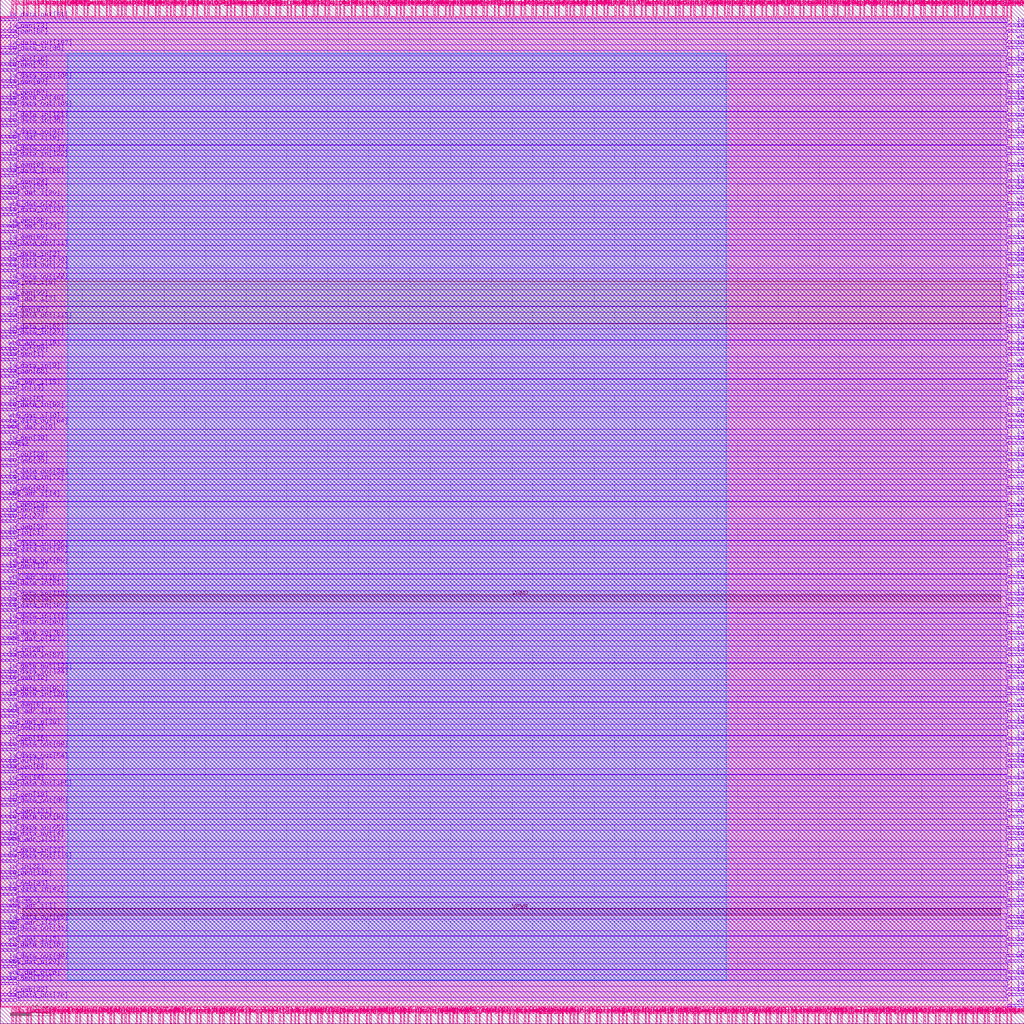
<source format=lef>
# Copyright 2020 The SkyWater PDK Authors
#
# Licensed under the Apache License, Version 2.0 (the "License");
# you may not use this file except in compliance with the License.
# You may obtain a copy of the License at
#
#     https://www.apache.org/licenses/LICENSE-2.0
#
# Unless required by applicable law or agreed to in writing, software
# distributed under the License is distributed on an "AS IS" BASIS,
# WITHOUT WARRANTIES OR CONDITIONS OF ANY KIND, either express or implied.
# See the License for the specific language governing permissions and
# limitations under the License.
#
# SPDX-License-Identifier: Apache-2.0

VERSION 5.7 ;

BUSBITCHARS "[]" ;
DIVIDERCHAR "/" ;

UNITS
  TIME NANOSECONDS 1 ;
  CAPACITANCE PICOFARADS 1 ;
  RESISTANCE OHMS 1 ;
  DATABASE MICRONS 1000 ;
END UNITS

MANUFACTURINGGRID 0.005 ;

PROPERTYDEFINITIONS
  LAYER LEF58_TYPE STRING ;
END PROPERTYDEFINITIONS

# High density, single height
SITE unithd
  SYMMETRY Y ;
  CLASS CORE ;
  SIZE 0.46 BY 2.72 ;
END unithd

# High density, double height
SITE unithddbl
  SYMMETRY Y ;
  CLASS CORE ;
  SIZE 0.46 BY 5.44 ;
END unithddbl

LAYER nwell
  TYPE MASTERSLICE ;
  PROPERTY LEF58_TYPE "TYPE NWELL ;" ;
END nwell

LAYER pwell
  TYPE MASTERSLICE ;
  PROPERTY LEF58_TYPE "TYPE PWELL ;" ;
END pwell

LAYER li1
  TYPE ROUTING ;
  DIRECTION VERTICAL ;

  PITCH 0.46 0.34 ;
  OFFSET 0.23 0.17 ;

  WIDTH 0.17 ;          # LI 1
  # SPACING  0.17 ;     # LI 2
  SPACINGTABLE
     PARALLELRUNLENGTH 0
     WIDTH 0 0.17 ;
  AREA 0.0561 ;         # LI 6
  THICKNESS 0.1 ;
  EDGECAPACITANCE 40.697E-6 ;
  CAPACITANCE CPERSQDIST 36.9866E-6 ;
  RESISTANCE RPERSQ 12.2 ;

  ANTENNAMODEL OXIDE1 ;
  ANTENNADIFFSIDEAREARATIO PWL ( ( 0 75 ) ( 0.0125 75 ) ( 0.0225 85.125 ) ( 22.5 10200 ) ) ;
END li1

LAYER mcon
  TYPE CUT ;

  WIDTH 0.17 ;                # Mcon 1
  SPACING 0.19 ;              # Mcon 2
  ENCLOSURE BELOW 0 0 ;       # Mcon 4
  ENCLOSURE ABOVE 0.03 0.06 ; # Met1 4 / Met1 5

  ANTENNADIFFAREARATIO PWL ( ( 0 3 ) ( 0.0125 3 ) ( 0.0225 3.405 ) ( 22.5 408 ) ) ;
  DCCURRENTDENSITY AVERAGE 0.36 ; # mA per via Iavg_max at Tj = 90oC

END mcon

LAYER met1
  TYPE ROUTING ;
  DIRECTION HORIZONTAL ;

  PITCH 0.34 ;
  OFFSET 0.17 ;

  WIDTH 0.14 ;                     # Met1 1
  # SPACING 0.14 ;                 # Met1 2
  # SPACING 0.28 RANGE 3.001 100 ; # Met1 3b
  SPACINGTABLE
     PARALLELRUNLENGTH 0
     WIDTH 0 0.14
     WIDTH 3 0.28 ;
  AREA 0.083 ;                     # Met1 6
  THICKNESS 0.35 ;

  ANTENNAMODEL OXIDE1 ;
  ANTENNADIFFSIDEAREARATIO PWL ( ( 0 400 ) ( 0.0125 400 ) ( 0.0225 2609 ) ( 22.5 11600 ) ) ;

  EDGECAPACITANCE 40.567E-6 ;
  CAPACITANCE CPERSQDIST 25.7784E-6 ;
  DCCURRENTDENSITY AVERAGE 2.8 ; # mA/um Iavg_max at Tj = 90oC
  ACCURRENTDENSITY RMS 6.1 ; # mA/um Irms_max at Tj = 90oC
  MAXIMUMDENSITY 70 ;
  DENSITYCHECKWINDOW 700 700 ;
  DENSITYCHECKSTEP 70 ;

  RESISTANCE RPERSQ 0.125 ;
END met1

LAYER via
  TYPE CUT ;
  WIDTH 0.15 ;                  # Via 1a
  SPACING 0.17 ;                # Via 2
  ENCLOSURE BELOW 0.055 0.085 ; # Via 4a / Via 5a
  ENCLOSURE ABOVE 0.055 0.085 ; # Met2 4 / Met2 5

  ANTENNADIFFAREARATIO PWL ( ( 0 6 ) ( 0.0125 6 ) ( 0.0225 6.81 ) ( 22.5 816 ) ) ;
  DCCURRENTDENSITY AVERAGE 0.29 ; # mA per via Iavg_max at Tj = 90oC
END via

LAYER met2
  TYPE ROUTING ;
  DIRECTION VERTICAL ;

  PITCH 0.46 ;
  OFFSET 0.23 ;

  WIDTH 0.14 ;                        # Met2 1
  # SPACING  0.14 ;                   # Met2 2
  # SPACING  0.28 RANGE 3.001 100 ;   # Met2 3b
  SPACINGTABLE
     PARALLELRUNLENGTH 0
     WIDTH 0 0.14
     WIDTH 3 0.28 ;
  AREA 0.0676 ;                       # Met2 6
  THICKNESS 0.35 ;

  EDGECAPACITANCE 37.759E-6 ;
  CAPACITANCE CPERSQDIST 16.9423E-6 ;
  RESISTANCE RPERSQ 0.125 ;
  DCCURRENTDENSITY AVERAGE 2.8 ; # mA/um Iavg_max at Tj = 90oC
  ACCURRENTDENSITY RMS 6.1 ; # mA/um Irms_max at Tj = 90oC

  ANTENNAMODEL OXIDE1 ;
  ANTENNADIFFSIDEAREARATIO PWL ( ( 0 400 ) ( 0.0125 400 ) ( 0.0225 2609 ) ( 22.5 11600 ) ) ;

  MAXIMUMDENSITY 70 ;
  DENSITYCHECKWINDOW 700 700 ;
  DENSITYCHECKSTEP 70 ;
END met2

# ******** Layer via2, type routing, number 44 **************
LAYER via2
  TYPE CUT ;
  WIDTH 0.2 ;                   # Via2 1
  SPACING 0.2 ;                 # Via2 2
  ENCLOSURE BELOW 0.04 0.085 ;  # Via2 4
  ENCLOSURE ABOVE 0.065 0.065 ; # Met3 4
  ANTENNADIFFAREARATIO PWL ( ( 0 6 ) ( 0.0125 6 ) ( 0.0225 6.81 ) ( 22.5 816 ) ) ;
  DCCURRENTDENSITY AVERAGE 0.48 ; # mA per via Iavg_max at Tj = 90oC
END via2

LAYER met3
  TYPE ROUTING ;
  DIRECTION HORIZONTAL ;

  PITCH 0.68 ;
  OFFSET 0.34 ;

  WIDTH 0.3 ;              # Met3 1
  # SPACING 0.3 ;          # Met3 2
  SPACINGTABLE
     PARALLELRUNLENGTH 0
     WIDTH 0 0.3
     WIDTH 3 0.4 ;
  AREA 0.24 ;              # Met3 6
  THICKNESS 0.8 ;

  EDGECAPACITANCE 40.989E-6 ;
  CAPACITANCE CPERSQDIST 12.3729E-6 ;
  RESISTANCE RPERSQ 0.047 ;
  DCCURRENTDENSITY AVERAGE 6.8 ; # mA/um Iavg_max at Tj = 90oC
  ACCURRENTDENSITY RMS 14.9 ; # mA/um Irms_max at Tj = 90oC

  ANTENNAMODEL OXIDE1 ;
  ANTENNADIFFSIDEAREARATIO PWL ( ( 0 400 ) ( 0.0125 400 ) ( 0.0225 2609 ) ( 22.5 11600 ) ) ;

  MAXIMUMDENSITY 70 ;
  DENSITYCHECKWINDOW 700 700 ;
  DENSITYCHECKSTEP 70 ;
END met3

LAYER via3
  TYPE CUT ;
  WIDTH 0.2 ;                   # Via3 1
  SPACING 0.2 ;                 # Via3 2
  ENCLOSURE BELOW 0.06 0.09 ;   # Via3 4 / Via3 5
  ENCLOSURE ABOVE 0.065 0.065 ; # Met4 3
  ANTENNADIFFAREARATIO PWL ( ( 0 6 ) ( 0.0125 6 ) ( 0.0225 6.81 ) ( 22.5 816 ) ) ;
  DCCURRENTDENSITY AVERAGE 0.48 ; # mA per via Iavg_max at Tj = 90oC
END via3

LAYER met4
  TYPE ROUTING ;
  DIRECTION VERTICAL ;

  PITCH 0.92 ;
  OFFSET 0.46 ;

  WIDTH 0.3 ;             # Met4 1
  # SPACING  0.3 ;             # Met4 2
  SPACINGTABLE
     PARALLELRUNLENGTH 0
     WIDTH 0 0.3
     WIDTH 3 0.4 ;
  AREA 0.24 ;            # Met4 4a

  THICKNESS 0.8 ;

  EDGECAPACITANCE 36.676E-6 ;
  CAPACITANCE CPERSQDIST 8.41537E-6 ;
  RESISTANCE RPERSQ 0.047 ;
  DCCURRENTDENSITY AVERAGE 6.8 ; # mA/um Iavg_max at Tj = 90oC
  ACCURRENTDENSITY RMS 14.9 ; # mA/um Irms_max at Tj = 90oC

  ANTENNAMODEL OXIDE1 ;
  ANTENNADIFFSIDEAREARATIO PWL ( ( 0 400 ) ( 0.0125 400 ) ( 0.0225 2609 ) ( 22.5 11600 ) ) ;

  MAXIMUMDENSITY 70 ;
  DENSITYCHECKWINDOW 700 700 ;
  DENSITYCHECKSTEP 70 ;
END met4

LAYER via4
  TYPE CUT ;

  WIDTH 0.8 ;                 # Via4 1
  SPACING 0.8 ;               # Via4 2
  ENCLOSURE BELOW 0.19 0.19 ; # Via4 4
  ENCLOSURE ABOVE 0.31 0.31 ; # Met5 3
  ANTENNADIFFAREARATIO PWL ( ( 0 6 ) ( 0.0125 6 ) ( 0.0225 6.81 ) ( 22.5 816 ) ) ;
  DCCURRENTDENSITY AVERAGE 2.49 ; # mA per via Iavg_max at Tj = 90oC
END via4

LAYER met5
  TYPE ROUTING ;
  DIRECTION HORIZONTAL ;

  PITCH 3.4 ;
  OFFSET 1.7 ;

  WIDTH 1.6 ;            # Met5 1
  #SPACING  1.6 ;        # Met5 2
  SPACINGTABLE
     PARALLELRUNLENGTH 0
     WIDTH 0 1.6 ;
  AREA 4 ;               # Met5 4

  THICKNESS 1.2 ;

  EDGECAPACITANCE 38.851E-6 ;
  CAPACITANCE CPERSQDIST 6.32063E-6 ;
  RESISTANCE RPERSQ 0.0285 ;
  DCCURRENTDENSITY AVERAGE 10.17 ; # mA/um Iavg_max at Tj = 90oC
  ACCURRENTDENSITY RMS 22.34 ; # mA/um Irms_max at Tj = 90oC

  ANTENNAMODEL OXIDE1 ;
  ANTENNADIFFSIDEAREARATIO PWL ( ( 0 400 ) ( 0.0125 400 ) ( 0.0225 2609 ) ( 22.5 11600 ) ) ;
END met5


### Routing via cells section   ###
# Plus via rule, metals are along the prefered direction
VIA L1M1_PR DEFAULT
  LAYER mcon ;
  RECT -0.085 -0.085 0.085 0.085 ;
  LAYER li1 ;
  RECT -0.085 -0.085 0.085 0.085 ;
  LAYER met1 ;
  RECT -0.145 -0.115 0.145 0.115 ;
END L1M1_PR

VIARULE L1M1_PR GENERATE
  LAYER li1 ;
  ENCLOSURE 0 0 ;
  LAYER met1 ;
  ENCLOSURE 0.06 0.03 ;
  LAYER mcon ;
  RECT -0.085 -0.085 0.085 0.085 ;
  SPACING 0.36 BY 0.36 ;
END L1M1_PR

# Plus via rule, metals are along the non prefered direction
VIA L1M1_PR_R DEFAULT
  LAYER mcon ;
  RECT -0.085 -0.085 0.085 0.085 ;
  LAYER li1 ;
  RECT -0.085 -0.085 0.085 0.085 ;
  LAYER met1 ;
  RECT -0.115 -0.145 0.115 0.145 ;
END L1M1_PR_R

VIARULE L1M1_PR_R GENERATE
  LAYER li1 ;
  ENCLOSURE 0 0 ;
  LAYER met1 ;
  ENCLOSURE 0.03 0.06 ;
  LAYER mcon ;
  RECT -0.085 -0.085 0.085 0.085 ;
  SPACING 0.36 BY 0.36 ;
END L1M1_PR_R

# Minus via rule, lower layer metal is along prefered direction
VIA L1M1_PR_M DEFAULT
  LAYER mcon ;
  RECT -0.085 -0.085 0.085 0.085 ;
  LAYER li1 ;
  RECT -0.085 -0.085 0.085 0.085 ;
  LAYER met1 ;
  RECT -0.115 -0.145 0.115 0.145 ;
END L1M1_PR_M

VIARULE L1M1_PR_M GENERATE
  LAYER li1 ;
  ENCLOSURE 0 0 ;
  LAYER met1 ;
  ENCLOSURE 0.03 0.06 ;
  LAYER mcon ;
  RECT -0.085 -0.085 0.085 0.085 ;
  SPACING 0.36 BY 0.36 ;
END L1M1_PR_M

# Minus via rule, upper layer metal is along prefered direction
VIA L1M1_PR_MR DEFAULT
  LAYER mcon ;
  RECT -0.085 -0.085 0.085 0.085 ;
  LAYER li1 ;
  RECT -0.085 -0.085 0.085 0.085 ;
  LAYER met1 ;
  RECT -0.145 -0.115 0.145 0.115 ;
END L1M1_PR_MR

VIARULE L1M1_PR_MR GENERATE
  LAYER li1 ;
  ENCLOSURE 0 0 ;
  LAYER met1 ;
  ENCLOSURE 0.06 0.03 ;
  LAYER mcon ;
  RECT -0.085 -0.085 0.085 0.085 ;
  SPACING 0.36 BY 0.36 ;
END L1M1_PR_MR

# Centered via rule, we really do not want to use it
VIA L1M1_PR_C DEFAULT
  LAYER mcon ;
  RECT -0.085 -0.085 0.085 0.085 ;
  LAYER li1 ;
  RECT -0.085 -0.085 0.085 0.085 ;
  LAYER met1 ;
  RECT -0.145 -0.145 0.145 0.145 ;
END L1M1_PR_C

VIARULE L1M1_PR_C GENERATE
  LAYER li1 ;
  ENCLOSURE 0 0 ;
  LAYER met1 ;
  ENCLOSURE 0.06 0.06 ;
  LAYER mcon ;
  RECT -0.085 -0.085 0.085 0.085 ;
  SPACING 0.36 BY 0.36 ;
END L1M1_PR_C

# Plus via rule, metals are along the prefered direction
VIA M1M2_PR DEFAULT
  LAYER via ;
  RECT -0.075 -0.075 0.075 0.075 ;
  LAYER met1 ;
  RECT -0.16 -0.13 0.16 0.13 ;
  LAYER met2 ;
  RECT -0.13 -0.16 0.13 0.16 ;
END M1M2_PR

VIARULE M1M2_PR GENERATE
  LAYER met1 ;
  ENCLOSURE 0.085 0.055 ;
  LAYER met2 ;
  ENCLOSURE 0.055 0.085 ;
  LAYER via ;
  RECT -0.075 -0.075 0.075 0.075 ;
  SPACING 0.32 BY 0.32 ;
END M1M2_PR

# Plus via rule, metals are along the non prefered direction
VIA M1M2_PR_R DEFAULT
  LAYER via ;
  RECT -0.075 -0.075 0.075 0.075 ;
  LAYER met1 ;
  RECT -0.13 -0.16 0.13 0.16 ;
  LAYER met2 ;
  RECT -0.16 -0.13 0.16 0.13 ;
END M1M2_PR_R

VIARULE M1M2_PR_R GENERATE
  LAYER met1 ;
  ENCLOSURE 0.055 0.085 ;
  LAYER met2 ;
  ENCLOSURE 0.085 0.055 ;
  LAYER via ;
  RECT -0.075 -0.075 0.075 0.075 ;
  SPACING 0.32 BY 0.32 ;
END M1M2_PR_R

# Minus via rule, lower layer metal is along prefered direction
VIA M1M2_PR_M DEFAULT
  LAYER via ;
  RECT -0.075 -0.075 0.075 0.075 ;
  LAYER met1 ;
  RECT -0.16 -0.13 0.16 0.13 ;
  LAYER met2 ;
  RECT -0.16 -0.13 0.16 0.13 ;
END M1M2_PR_M

VIARULE M1M2_PR_M GENERATE
  LAYER met1 ;
  ENCLOSURE 0.085 0.055 ;
  LAYER met2 ;
  ENCLOSURE 0.085 0.055 ;
  LAYER via ;
  RECT -0.075 -0.075 0.075 0.075 ;
  SPACING 0.32 BY 0.32 ;
END M1M2_PR_M

# Minus via rule, upper layer metal is along prefered direction
VIA M1M2_PR_MR DEFAULT
  LAYER via ;
  RECT -0.075 -0.075 0.075 0.075 ;
  LAYER met1 ;
  RECT -0.13 -0.16 0.13 0.16 ;
  LAYER met2 ;
  RECT -0.13 -0.16 0.13 0.16 ;
END M1M2_PR_MR

VIARULE M1M2_PR_MR GENERATE
  LAYER met1 ;
  ENCLOSURE 0.055 0.085 ;
  LAYER met2 ;
  ENCLOSURE 0.055 0.085 ;
  LAYER via ;
  RECT -0.075 -0.075 0.075 0.075 ;
  SPACING 0.32 BY 0.32 ;
END M1M2_PR_MR

# Centered via rule, we really do not want to use it
VIA M1M2_PR_C DEFAULT
  LAYER via ;
  RECT -0.075 -0.075 0.075 0.075 ;
  LAYER met1 ;
  RECT -0.16 -0.16 0.16 0.16 ;
  LAYER met2 ;
  RECT -0.16 -0.16 0.16 0.16 ;
END M1M2_PR_C

VIARULE M1M2_PR_C GENERATE
  LAYER met1 ;
  ENCLOSURE 0.085 0.085 ;
  LAYER met2 ;
  ENCLOSURE 0.085 0.085 ;
  LAYER via ;
  RECT -0.075 -0.075 0.075 0.075 ;
  SPACING 0.32 BY 0.32 ;
END M1M2_PR_C

# Plus via rule, metals are along the prefered direction
VIA M2M3_PR DEFAULT
  LAYER via2 ;
  RECT -0.1 -0.1 0.1 0.1 ;
  LAYER met2 ;
  RECT -0.14 -0.185 0.14 0.185 ;
  LAYER met3 ;
  RECT -0.165 -0.165 0.165 0.165 ;
END M2M3_PR

VIARULE M2M3_PR GENERATE
  LAYER met2 ;
  ENCLOSURE 0.04 0.085 ;
  LAYER met3 ;
  ENCLOSURE 0.065 0.065 ;
  LAYER via2 ;
  RECT -0.1 -0.1 0.1 0.1 ;
  SPACING 0.4 BY 0.4 ;
END M2M3_PR

# Plus via rule, metals are along the non prefered direction
VIA M2M3_PR_R DEFAULT
  LAYER via2 ;
  RECT -0.1 -0.1 0.1 0.1 ;
  LAYER met2 ;
  RECT -0.185 -0.14 0.185 0.14 ;
  LAYER met3 ;
  RECT -0.165 -0.165 0.165 0.165 ;
END M2M3_PR_R

VIARULE M2M3_PR_R GENERATE
  LAYER met2 ;
  ENCLOSURE 0.085 0.04 ;
  LAYER met3 ;
  ENCLOSURE 0.065 0.065 ;
  LAYER via2 ;
  RECT -0.1 -0.1 0.1 0.1 ;
  SPACING 0.4 BY 0.4 ;
END M2M3_PR_R

# Minus via rule, lower layer metal is along prefered direction
VIA M2M3_PR_M DEFAULT
  LAYER via2 ;
  RECT -0.1 -0.1 0.1 0.1 ;
  LAYER met2 ;
  RECT -0.14 -0.185 0.14 0.185 ;
  LAYER met3 ;
  RECT -0.165 -0.165 0.165 0.165 ;
END M2M3_PR_M

VIARULE M2M3_PR_M GENERATE
  LAYER met2 ;
  ENCLOSURE 0.04 0.085 ;
  LAYER met3 ;
  ENCLOSURE 0.065 0.065 ;
  LAYER via2 ;
  RECT -0.1 -0.1 0.1 0.1 ;
  SPACING 0.4 BY 0.4 ;
END M2M3_PR_M

# Minus via rule, upper layer metal is along prefered direction
VIA M2M3_PR_MR DEFAULT
  LAYER via2 ;
  RECT -0.1 -0.1 0.1 0.1 ;
  LAYER met2 ;
  RECT -0.185 -0.14 0.185 0.14 ;
  LAYER met3 ;
  RECT -0.165 -0.165 0.165 0.165 ;
END M2M3_PR_MR

VIARULE M2M3_PR_MR GENERATE
  LAYER met2 ;
  ENCLOSURE 0.085 0.04 ;
  LAYER met3 ;
  ENCLOSURE 0.065 0.065 ;
  LAYER via2 ;
  RECT -0.1 -0.1 0.1 0.1 ;
  SPACING 0.4 BY 0.4 ;
END M2M3_PR_MR

# Centered via rule, we really do not want to use it
VIA M2M3_PR_C DEFAULT
  LAYER via2 ;
  RECT -0.1 -0.1 0.1 0.1 ;
  LAYER met2 ;
  RECT -0.185 -0.185 0.185 0.185 ;
  LAYER met3 ;
  RECT -0.165 -0.165 0.165 0.165 ;
END M2M3_PR_C

VIARULE M2M3_PR_C GENERATE
  LAYER met2 ;
  ENCLOSURE 0.085 0.085 ;
  LAYER met3 ;
  ENCLOSURE 0.065 0.065 ;
  LAYER via2 ;
  RECT -0.1 -0.1 0.1 0.1 ;
  SPACING 0.4 BY 0.4 ;
END M2M3_PR_C

# Plus via rule, metals are along the prefered direction
VIA M3M4_PR DEFAULT
  LAYER via3 ;
  RECT -0.1 -0.1 0.1 0.1 ;
  LAYER met3 ;
  RECT -0.19 -0.16 0.19 0.16 ;
  LAYER met4 ;
  RECT -0.165 -0.165 0.165 0.165 ;
END M3M4_PR

VIARULE M3M4_PR GENERATE
  LAYER met3 ;
  ENCLOSURE 0.09 0.06 ;
  LAYER met4 ;
  ENCLOSURE 0.065 0.065 ;
  LAYER via3 ;
  RECT -0.1 -0.1 0.1 0.1 ;
  SPACING 0.4 BY 0.4 ;
END M3M4_PR

# Plus via rule, metals are along the non prefered direction
VIA M3M4_PR_R DEFAULT
  LAYER via3 ;
  RECT -0.1 -0.1 0.1 0.1 ;
  LAYER met3 ;
  RECT -0.16 -0.19 0.16 0.19 ;
  LAYER met4 ;
  RECT -0.165 -0.165 0.165 0.165 ;
END M3M4_PR_R

VIARULE M3M4_PR_R GENERATE
  LAYER met3 ;
  ENCLOSURE 0.06 0.09 ;
  LAYER met4 ;
  ENCLOSURE 0.065 0.065 ;
  LAYER via3 ;
  RECT -0.1 -0.1 0.1 0.1 ;
  SPACING 0.4 BY 0.4 ;
END M3M4_PR_R

# Minus via rule, lower layer metal is along prefered direction
VIA M3M4_PR_M DEFAULT
  LAYER via3 ;
  RECT -0.1 -0.1 0.1 0.1 ;
  LAYER met3 ;
  RECT -0.19 -0.16 0.19 0.16 ;
  LAYER met4 ;
  RECT -0.165 -0.165 0.165 0.165 ;
END M3M4_PR_M

VIARULE M3M4_PR_M GENERATE
  LAYER met3 ;
  ENCLOSURE 0.09 0.06 ;
  LAYER met4 ;
  ENCLOSURE 0.065 0.065 ;
  LAYER via3 ;
  RECT -0.1 -0.1 0.1 0.1 ;
  SPACING 0.4 BY 0.4 ;
END M3M4_PR_M

# Minus via rule, upper layer metal is along prefered direction
VIA M3M4_PR_MR DEFAULT
  LAYER via3 ;
  RECT -0.1 -0.1 0.1 0.1 ;
  LAYER met3 ;
  RECT -0.16 -0.19 0.16 0.19 ;
  LAYER met4 ;
  RECT -0.165 -0.165 0.165 0.165 ;
END M3M4_PR_MR

VIARULE M3M4_PR_MR GENERATE
  LAYER met3 ;
  ENCLOSURE 0.06 0.09 ;
  LAYER met4 ;
  ENCLOSURE 0.065 0.065 ;
  LAYER via3 ;
  RECT -0.1 -0.1 0.1 0.1 ;
  SPACING 0.4 BY 0.4 ;
END M3M4_PR_MR

# Centered via rule, we really do not want to use it
VIA M3M4_PR_C DEFAULT
  LAYER via3 ;
  RECT -0.1 -0.1 0.1 0.1 ;
  LAYER met3 ;
  RECT -0.19 -0.19 0.19 0.19 ;
  LAYER met4 ;
  RECT -0.165 -0.165 0.165 0.165 ;
END M3M4_PR_C

VIARULE M3M4_PR_C GENERATE
  LAYER met3 ;
  ENCLOSURE 0.09 0.09 ;
  LAYER met4 ;
  ENCLOSURE 0.065 0.065 ;
  LAYER via3 ;
  RECT -0.1 -0.1 0.1 0.1 ;
  SPACING 0.4 BY 0.4 ;
END M3M4_PR_C

# Plus via rule, metals are along the prefered direction
VIA M4M5_PR DEFAULT
  LAYER via4 ;
  RECT -0.4 -0.4 0.4 0.4 ;
  LAYER met4 ;
  RECT -0.59 -0.59 0.59 0.59 ;
  LAYER met5 ;
  RECT -0.71 -0.71 0.71 0.71 ;
END M4M5_PR

VIARULE M4M5_PR GENERATE
  LAYER met4 ;
  ENCLOSURE 0.19 0.19 ;
  LAYER met5 ;
  ENCLOSURE 0.31 0.31 ;
  LAYER via4 ;
  RECT -0.4 -0.4 0.4 0.4 ;
  SPACING 1.6 BY 1.6 ;
END M4M5_PR

# Plus via rule, metals are along the non prefered direction
VIA M4M5_PR_R DEFAULT
  LAYER via4 ;
  RECT -0.4 -0.4 0.4 0.4 ;
  LAYER met4 ;
  RECT -0.59 -0.59 0.59 0.59 ;
  LAYER met5 ;
  RECT -0.71 -0.71 0.71 0.71 ;
END M4M5_PR_R

VIARULE M4M5_PR_R GENERATE
  LAYER met4 ;
  ENCLOSURE 0.19 0.19 ;
  LAYER met5 ;
  ENCLOSURE 0.31 0.31 ;
  LAYER via4 ;
  RECT -0.4 -0.4 0.4 0.4 ;
  SPACING 1.6 BY 1.6 ;
END M4M5_PR_R

# Minus via rule, lower layer metal is along prefered direction
VIA M4M5_PR_M DEFAULT
  LAYER via4 ;
  RECT -0.4 -0.4 0.4 0.4 ;
  LAYER met4 ;
  RECT -0.59 -0.59 0.59 0.59 ;
  LAYER met5 ;
  RECT -0.71 -0.71 0.71 0.71 ;
END M4M5_PR_M

VIARULE M4M5_PR_M GENERATE
  LAYER met4 ;
  ENCLOSURE 0.19 0.19 ;
  LAYER met5 ;
  ENCLOSURE 0.31 0.31 ;
  LAYER via4 ;
  RECT -0.4 -0.4 0.4 0.4 ;
  SPACING 1.6 BY 1.6 ;
END M4M5_PR_M

# Minus via rule, upper layer metal is along prefered direction
VIA M4M5_PR_MR DEFAULT
  LAYER via4 ;
  RECT -0.4 -0.4 0.4 0.4 ;
  LAYER met4 ;
  RECT -0.59 -0.59 0.59 0.59 ;
  LAYER met5 ;
  RECT -0.71 -0.71 0.71 0.71 ;
END M4M5_PR_MR

VIARULE M4M5_PR_MR GENERATE
  LAYER met4 ;
  ENCLOSURE 0.19 0.19 ;
  LAYER met5 ;
  ENCLOSURE 0.31 0.31 ;
  LAYER via4 ;
  RECT -0.4 -0.4 0.4 0.4 ;
  SPACING 1.6 BY 1.6 ;
END M4M5_PR_MR

# Centered via rule, we really do not want to use it
VIA M4M5_PR_C DEFAULT
  LAYER via4 ;
  RECT -0.4 -0.4 0.4 0.4 ;
  LAYER met4 ;
  RECT -0.59 -0.59 0.59 0.59 ;
  LAYER met5 ;
  RECT -0.71 -0.71 0.71 0.71 ;
END M4M5_PR_C

VIARULE M4M5_PR_C GENERATE
  LAYER met4 ;
  ENCLOSURE 0.19 0.19 ;
  LAYER met5 ;
  ENCLOSURE 0.31 0.31 ;
  LAYER via4 ;
  RECT -0.4 -0.4 0.4 0.4 ;
  SPACING 1.6 BY 1.6 ;
END M4M5_PR_C
###  end of single via cells   ###


MACRO sky130_fd_sc_hd__bufbuf_8
  CLASS CORE ;
  FOREIGN sky130_fd_sc_hd__bufbuf_8 ;
  ORIGIN  0.000000  0.000000 ;
  SIZE  6.900000 BY  2.720000 ;
  SYMMETRY X Y R90 ;
  SITE unithd ;
  PIN A
    ANTENNAGATEAREA  0.159000 ;
    DIRECTION INPUT ;
    USE SIGNAL ;
    PORT
      LAYER li1 ;
        RECT 0.110000 1.075000 0.440000 1.275000 ;
    END
  END A
  PIN X
    ANTENNADIFFAREA  1.782000 ;
    DIRECTION OUTPUT ;
    USE SIGNAL ;
    PORT
      LAYER li1 ;
        RECT 3.230000 0.260000 3.560000 0.735000 ;
        RECT 3.230000 0.735000 6.815000 0.905000 ;
        RECT 3.230000 1.445000 6.815000 1.615000 ;
        RECT 3.230000 1.615000 3.560000 2.465000 ;
        RECT 4.070000 0.260000 4.400000 0.735000 ;
        RECT 4.070000 1.615000 4.400000 2.465000 ;
        RECT 4.910000 0.260000 5.240000 0.735000 ;
        RECT 4.910000 1.615000 5.240000 2.465000 ;
        RECT 5.750000 0.260000 6.080000 0.735000 ;
        RECT 5.750000 1.615000 6.080000 2.465000 ;
        RECT 6.435000 0.905000 6.815000 1.445000 ;
    END
  END X
  PIN VGND
    DIRECTION INOUT ;
    SHAPE ABUTMENT ;
    USE GROUND ;
    PORT
      LAYER met1 ;
        RECT 0.000000 -0.240000 6.900000 0.240000 ;
    END
  END VGND
  PIN VNB
    DIRECTION INOUT ;
    USE GROUND ;
    PORT
      LAYER pwell ;
        RECT 0.150000 -0.085000 0.320000 0.085000 ;
    END
  END VNB
  PIN VPB
    DIRECTION INOUT ;
    USE POWER ;
    PORT
      LAYER nwell ;
        RECT -0.190000 1.305000 7.090000 2.910000 ;
    END
  END VPB
  PIN VPWR
    DIRECTION INOUT ;
    SHAPE ABUTMENT ;
    USE POWER ;
    PORT
      LAYER met1 ;
        RECT 0.000000 2.480000 6.900000 2.960000 ;
    END
  END VPWR
  OBS
    LAYER li1 ;
      RECT 0.000000 -0.085000 6.900000 0.085000 ;
      RECT 0.000000  2.635000 6.900000 2.805000 ;
      RECT 0.095000  0.260000 0.425000 0.735000 ;
      RECT 0.095000  0.735000 0.780000 0.905000 ;
      RECT 0.095000  1.445000 0.780000 1.615000 ;
      RECT 0.095000  1.615000 0.425000 2.160000 ;
      RECT 0.595000  0.085000 0.765000 0.565000 ;
      RECT 0.595000  1.785000 0.765000 2.635000 ;
      RECT 0.610000  0.905000 0.780000 0.995000 ;
      RECT 0.610000  0.995000 1.040000 1.325000 ;
      RECT 0.610000  1.325000 0.780000 1.445000 ;
      RECT 1.000000  0.260000 1.380000 0.825000 ;
      RECT 1.000000  1.545000 1.380000 2.465000 ;
      RECT 1.210000  0.825000 1.380000 1.075000 ;
      RECT 1.210000  1.075000 2.720000 1.275000 ;
      RECT 1.210000  1.275000 1.380000 1.545000 ;
      RECT 1.550000  0.260000 1.880000 0.735000 ;
      RECT 1.550000  0.735000 3.060000 0.905000 ;
      RECT 1.550000  1.445000 3.060000 1.615000 ;
      RECT 1.550000  1.615000 1.880000 2.465000 ;
      RECT 2.050000  0.085000 2.220000 0.565000 ;
      RECT 2.050000  1.785000 2.220000 2.635000 ;
      RECT 2.390000  0.260000 2.720000 0.735000 ;
      RECT 2.390000  1.615000 2.720000 2.465000 ;
      RECT 2.890000  0.085000 3.060000 0.565000 ;
      RECT 2.890000  0.905000 3.060000 1.075000 ;
      RECT 2.890000  1.075000 5.360000 1.275000 ;
      RECT 2.890000  1.275000 3.060000 1.445000 ;
      RECT 2.890000  1.785000 3.060000 2.635000 ;
      RECT 3.730000  0.085000 3.900000 0.565000 ;
      RECT 3.730000  1.835000 3.900000 2.635000 ;
      RECT 4.570000  0.085000 4.740000 0.565000 ;
      RECT 4.570000  1.835000 4.740000 2.635000 ;
      RECT 5.410000  0.085000 5.580000 0.565000 ;
      RECT 5.410000  1.835000 5.580000 2.635000 ;
      RECT 6.250000  0.085000 6.420000 0.565000 ;
      RECT 6.250000  1.835000 6.420000 2.635000 ;
    LAYER mcon ;
      RECT 0.145000 -0.085000 0.315000 0.085000 ;
      RECT 0.145000  2.635000 0.315000 2.805000 ;
      RECT 0.605000 -0.085000 0.775000 0.085000 ;
      RECT 0.605000  2.635000 0.775000 2.805000 ;
      RECT 1.065000 -0.085000 1.235000 0.085000 ;
      RECT 1.065000  2.635000 1.235000 2.805000 ;
      RECT 1.525000 -0.085000 1.695000 0.085000 ;
      RECT 1.525000  2.635000 1.695000 2.805000 ;
      RECT 1.985000 -0.085000 2.155000 0.085000 ;
      RECT 1.985000  2.635000 2.155000 2.805000 ;
      RECT 2.445000 -0.085000 2.615000 0.085000 ;
      RECT 2.445000  2.635000 2.615000 2.805000 ;
      RECT 2.905000 -0.085000 3.075000 0.085000 ;
      RECT 2.905000  2.635000 3.075000 2.805000 ;
      RECT 3.365000 -0.085000 3.535000 0.085000 ;
      RECT 3.365000  2.635000 3.535000 2.805000 ;
      RECT 3.825000 -0.085000 3.995000 0.085000 ;
      RECT 3.825000  2.635000 3.995000 2.805000 ;
      RECT 4.285000 -0.085000 4.455000 0.085000 ;
      RECT 4.285000  2.635000 4.455000 2.805000 ;
      RECT 4.745000 -0.085000 4.915000 0.085000 ;
      RECT 4.745000  2.635000 4.915000 2.805000 ;
      RECT 5.205000 -0.085000 5.375000 0.085000 ;
      RECT 5.205000  2.635000 5.375000 2.805000 ;
      RECT 5.665000 -0.085000 5.835000 0.085000 ;
      RECT 5.665000  2.635000 5.835000 2.805000 ;
      RECT 6.125000 -0.085000 6.295000 0.085000 ;
      RECT 6.125000  2.635000 6.295000 2.805000 ;
      RECT 6.585000 -0.085000 6.755000 0.085000 ;
      RECT 6.585000  2.635000 6.755000 2.805000 ;
  END
END sky130_fd_sc_hd__bufbuf_8
MACRO sky130_fd_sc_hd__bufbuf_16
  CLASS CORE ;
  FOREIGN sky130_fd_sc_hd__bufbuf_16 ;
  ORIGIN  0.000000  0.000000 ;
  SIZE  11.96000 BY  2.720000 ;
  SYMMETRY X Y R90 ;
  SITE unithd ;
  PIN A
    ANTENNAGATEAREA  0.247500 ;
    DIRECTION INPUT ;
    USE SIGNAL ;
    PORT
      LAYER li1 ;
        RECT 0.110000 1.075000 0.440000 1.275000 ;
    END
  END A
  PIN X
    ANTENNADIFFAREA  3.564000 ;
    DIRECTION OUTPUT ;
    USE SIGNAL ;
    PORT
      LAYER li1 ;
        RECT  5.235000 0.255000  5.485000 0.260000 ;
        RECT  5.235000 0.260000  5.565000 0.735000 ;
        RECT  5.235000 0.735000 11.875000 0.905000 ;
        RECT  5.235000 1.445000 11.875000 1.615000 ;
        RECT  5.235000 1.615000  5.565000 2.465000 ;
        RECT  6.075000 0.260000  6.405000 0.735000 ;
        RECT  6.075000 1.615000  6.405000 2.465000 ;
        RECT  6.155000 0.255000  6.325000 0.260000 ;
        RECT  6.915000 0.260000  7.245000 0.735000 ;
        RECT  6.915000 1.615000  7.245000 2.465000 ;
        RECT  6.995000 0.255000  7.165000 0.260000 ;
        RECT  7.755000 0.260000  8.085000 0.735000 ;
        RECT  7.755000 1.615000  8.085000 2.465000 ;
        RECT  8.595000 0.260000  8.925000 0.735000 ;
        RECT  8.595000 1.615000  8.925000 2.465000 ;
        RECT  9.435000 0.260000  9.765000 0.735000 ;
        RECT  9.435000 1.615000  9.765000 2.465000 ;
        RECT 10.275000 0.260000 10.605000 0.735000 ;
        RECT 10.275000 1.615000 10.605000 2.465000 ;
        RECT 11.115000 0.260000 11.445000 0.735000 ;
        RECT 11.115000 1.615000 11.445000 2.465000 ;
        RECT 11.620000 0.905000 11.875000 1.445000 ;
    END
  END X
  PIN VGND
    DIRECTION INOUT ;
    SHAPE ABUTMENT ;
    USE GROUND ;
    PORT
      LAYER met1 ;
        RECT 0.000000 -0.240000 11.960000 0.240000 ;
    END
  END VGND
  PIN VNB
    DIRECTION INOUT ;
    USE GROUND ;
    PORT
      LAYER pwell ;
        RECT 0.150000 -0.085000 0.320000 0.085000 ;
    END
  END VNB
  PIN VPB
    DIRECTION INOUT ;
    USE POWER ;
    PORT
      LAYER nwell ;
        RECT -0.190000 1.305000 12.150000 2.910000 ;
    END
  END VPB
  PIN VPWR
    DIRECTION INOUT ;
    SHAPE ABUTMENT ;
    USE POWER ;
    PORT
      LAYER met1 ;
        RECT 0.000000 2.480000 11.960000 2.960000 ;
    END
  END VPWR
  OBS
    LAYER li1 ;
      RECT  0.000000 -0.085000 11.960000 0.085000 ;
      RECT  0.000000  2.635000 11.960000 2.805000 ;
      RECT  0.175000  0.085000  0.345000 0.905000 ;
      RECT  0.175000  1.445000  0.345000 2.635000 ;
      RECT  0.515000  0.260000  0.845000 0.905000 ;
      RECT  0.515000  1.445000  0.845000 2.465000 ;
      RECT  0.610000  0.905000  0.845000 1.075000 ;
      RECT  0.610000  1.075000  2.205000 1.275000 ;
      RECT  0.610000  1.275000  0.845000 1.445000 ;
      RECT  1.035000  0.260000  1.365000 0.735000 ;
      RECT  1.035000  0.735000  2.545000 0.905000 ;
      RECT  1.035000  1.445000  2.545000 1.615000 ;
      RECT  1.035000  1.615000  1.365000 2.465000 ;
      RECT  1.535000  0.085000  1.705000 0.565000 ;
      RECT  1.535000  1.785000  1.705000 2.635000 ;
      RECT  1.875000  0.260000  2.205000 0.735000 ;
      RECT  1.875000  1.615000  2.205000 2.465000 ;
      RECT  2.375000  0.085000  2.545000 0.565000 ;
      RECT  2.375000  0.905000  2.545000 1.075000 ;
      RECT  2.375000  1.075000  4.685000 1.275000 ;
      RECT  2.375000  1.275000  2.545000 1.445000 ;
      RECT  2.375000  1.785000  2.545000 2.635000 ;
      RECT  2.715000  0.260000  3.045000 0.735000 ;
      RECT  2.715000  0.735000  5.065000 0.905000 ;
      RECT  2.715000  1.445000  5.065000 1.615000 ;
      RECT  2.715000  1.615000  3.045000 2.465000 ;
      RECT  3.215000  0.085000  3.385000 0.565000 ;
      RECT  3.215000  1.835000  3.385000 2.635000 ;
      RECT  3.555000  0.260000  3.885000 0.735000 ;
      RECT  3.555000  1.615000  3.885000 2.465000 ;
      RECT  4.055000  0.085000  4.225000 0.565000 ;
      RECT  4.055000  1.835000  4.225000 2.635000 ;
      RECT  4.395000  0.260000  4.725000 0.735000 ;
      RECT  4.395000  1.615000  4.725000 2.465000 ;
      RECT  4.890000  0.905000  5.065000 1.075000 ;
      RECT  4.890000  1.075000 11.450000 1.275000 ;
      RECT  4.890000  1.275000  5.065000 1.445000 ;
      RECT  4.895000  0.085000  5.065000 0.565000 ;
      RECT  4.895000  1.835000  5.065000 2.635000 ;
      RECT  5.735000  0.085000  5.905000 0.565000 ;
      RECT  5.735000  1.835000  5.905000 2.635000 ;
      RECT  6.575000  0.085000  6.745000 0.565000 ;
      RECT  6.575000  1.835000  6.745000 2.635000 ;
      RECT  7.415000  0.085000  7.585000 0.565000 ;
      RECT  7.415000  1.835000  7.585000 2.635000 ;
      RECT  8.255000  0.085000  8.425000 0.565000 ;
      RECT  8.255000  1.835000  8.425000 2.635000 ;
      RECT  9.095000  0.085000  9.265000 0.565000 ;
      RECT  9.095000  1.835000  9.265000 2.635000 ;
      RECT  9.935000  0.085000 10.105000 0.565000 ;
      RECT  9.935000  1.835000 10.105000 2.635000 ;
      RECT 10.775000  0.085000 10.945000 0.565000 ;
      RECT 10.775000  1.835000 10.945000 2.635000 ;
      RECT 11.615000  0.085000 11.785000 0.565000 ;
      RECT 11.615000  1.835000 11.785000 2.635000 ;
    LAYER mcon ;
      RECT  0.145000 -0.085000  0.315000 0.085000 ;
      RECT  0.145000  2.635000  0.315000 2.805000 ;
      RECT  0.605000 -0.085000  0.775000 0.085000 ;
      RECT  0.605000  2.635000  0.775000 2.805000 ;
      RECT  1.065000 -0.085000  1.235000 0.085000 ;
      RECT  1.065000  2.635000  1.235000 2.805000 ;
      RECT  1.525000 -0.085000  1.695000 0.085000 ;
      RECT  1.525000  2.635000  1.695000 2.805000 ;
      RECT  1.985000 -0.085000  2.155000 0.085000 ;
      RECT  1.985000  2.635000  2.155000 2.805000 ;
      RECT  2.445000 -0.085000  2.615000 0.085000 ;
      RECT  2.445000  2.635000  2.615000 2.805000 ;
      RECT  2.905000 -0.085000  3.075000 0.085000 ;
      RECT  2.905000  2.635000  3.075000 2.805000 ;
      RECT  3.365000 -0.085000  3.535000 0.085000 ;
      RECT  3.365000  2.635000  3.535000 2.805000 ;
      RECT  3.825000 -0.085000  3.995000 0.085000 ;
      RECT  3.825000  2.635000  3.995000 2.805000 ;
      RECT  4.285000 -0.085000  4.455000 0.085000 ;
      RECT  4.285000  2.635000  4.455000 2.805000 ;
      RECT  4.745000 -0.085000  4.915000 0.085000 ;
      RECT  4.745000  2.635000  4.915000 2.805000 ;
      RECT  5.205000 -0.085000  5.375000 0.085000 ;
      RECT  5.205000  2.635000  5.375000 2.805000 ;
      RECT  5.665000 -0.085000  5.835000 0.085000 ;
      RECT  5.665000  2.635000  5.835000 2.805000 ;
      RECT  6.125000 -0.085000  6.295000 0.085000 ;
      RECT  6.125000  2.635000  6.295000 2.805000 ;
      RECT  6.585000 -0.085000  6.755000 0.085000 ;
      RECT  6.585000  2.635000  6.755000 2.805000 ;
      RECT  7.045000 -0.085000  7.215000 0.085000 ;
      RECT  7.045000  2.635000  7.215000 2.805000 ;
      RECT  7.505000 -0.085000  7.675000 0.085000 ;
      RECT  7.505000  2.635000  7.675000 2.805000 ;
      RECT  7.965000 -0.085000  8.135000 0.085000 ;
      RECT  7.965000  2.635000  8.135000 2.805000 ;
      RECT  8.425000 -0.085000  8.595000 0.085000 ;
      RECT  8.425000  2.635000  8.595000 2.805000 ;
      RECT  8.885000 -0.085000  9.055000 0.085000 ;
      RECT  8.885000  2.635000  9.055000 2.805000 ;
      RECT  9.345000 -0.085000  9.515000 0.085000 ;
      RECT  9.345000  2.635000  9.515000 2.805000 ;
      RECT  9.805000 -0.085000  9.975000 0.085000 ;
      RECT  9.805000  2.635000  9.975000 2.805000 ;
      RECT 10.265000 -0.085000 10.435000 0.085000 ;
      RECT 10.265000  2.635000 10.435000 2.805000 ;
      RECT 10.725000 -0.085000 10.895000 0.085000 ;
      RECT 10.725000  2.635000 10.895000 2.805000 ;
      RECT 11.185000 -0.085000 11.355000 0.085000 ;
      RECT 11.185000  2.635000 11.355000 2.805000 ;
      RECT 11.645000 -0.085000 11.815000 0.085000 ;
      RECT 11.645000  2.635000 11.815000 2.805000 ;
  END
END sky130_fd_sc_hd__bufbuf_16
MACRO sky130_fd_sc_hd__o311ai_2
  CLASS CORE ;
  FOREIGN sky130_fd_sc_hd__o311ai_2 ;
  ORIGIN  0.000000  0.000000 ;
  SIZE  5.980000 BY  2.720000 ;
  SYMMETRY X Y R90 ;
  SITE unithd ;
  PIN A1
    ANTENNAGATEAREA  0.495000 ;
    DIRECTION INPUT ;
    USE SIGNAL ;
    PORT
      LAYER li1 ;
        RECT 0.085000 1.055000 1.105000 1.315000 ;
    END
  END A1
  PIN A2
    ANTENNAGATEAREA  0.495000 ;
    DIRECTION INPUT ;
    USE SIGNAL ;
    PORT
      LAYER li1 ;
        RECT 1.275000 1.055000 2.155000 1.315000 ;
    END
  END A2
  PIN A3
    ANTENNAGATEAREA  0.495000 ;
    DIRECTION INPUT ;
    USE SIGNAL ;
    PORT
      LAYER li1 ;
        RECT 2.325000 1.055000 3.075000 1.315000 ;
    END
  END A3
  PIN B1
    ANTENNAGATEAREA  0.495000 ;
    DIRECTION INPUT ;
    USE SIGNAL ;
    PORT
      LAYER li1 ;
        RECT 3.365000 1.055000 4.385000 1.315000 ;
    END
  END B1
  PIN C1
    ANTENNAGATEAREA  0.495000 ;
    DIRECTION INPUT ;
    USE SIGNAL ;
    PORT
      LAYER li1 ;
        RECT 5.085000 1.055000 5.895000 1.315000 ;
    END
  END C1
  PIN Y
    ANTENNADIFFAREA  1.551000 ;
    DIRECTION OUTPUT ;
    USE SIGNAL ;
    PORT
      LAYER li1 ;
        RECT 2.415000 1.485000 5.895000 1.725000 ;
        RECT 2.415000 1.725000 2.665000 2.125000 ;
        RECT 3.335000 1.725000 3.505000 2.465000 ;
        RECT 4.515000 1.725000 4.825000 2.465000 ;
        RECT 4.555000 0.655000 5.895000 0.885000 ;
        RECT 4.555000 0.885000 4.915000 1.485000 ;
        RECT 5.495000 1.725000 5.895000 2.465000 ;
        RECT 5.515000 0.255000 5.895000 0.655000 ;
    END
  END Y
  PIN VGND
    DIRECTION INOUT ;
    SHAPE ABUTMENT ;
    USE GROUND ;
    PORT
      LAYER met1 ;
        RECT 0.000000 -0.240000 5.980000 0.240000 ;
    END
  END VGND
  PIN VNB
    DIRECTION INOUT ;
    USE GROUND ;
    PORT
      LAYER pwell ;
        RECT 0.145000 -0.085000 0.315000 0.085000 ;
    END
  END VNB
  PIN VPB
    DIRECTION INOUT ;
    USE POWER ;
    PORT
      LAYER nwell ;
        RECT -0.190000 1.305000 6.170000 2.910000 ;
    END
  END VPB
  PIN VPWR
    DIRECTION INOUT ;
    SHAPE ABUTMENT ;
    USE POWER ;
    PORT
      LAYER met1 ;
        RECT 0.000000 2.480000 5.980000 2.960000 ;
    END
  END VPWR
  OBS
    LAYER li1 ;
      RECT 0.000000 -0.085000 5.980000 0.085000 ;
      RECT 0.000000  2.635000 5.980000 2.805000 ;
      RECT 0.085000  0.255000 0.485000 0.655000 ;
      RECT 0.085000  0.655000 4.385000 0.885000 ;
      RECT 0.085000  1.485000 2.225000 1.725000 ;
      RECT 0.085000  1.725000 0.465000 2.465000 ;
      RECT 0.635000  1.895000 0.965000 2.635000 ;
      RECT 0.655000  0.085000 0.985000 0.485000 ;
      RECT 1.135000  1.725000 1.305000 2.465000 ;
      RECT 1.155000  0.255000 1.325000 0.655000 ;
      RECT 1.475000  1.895000 1.805000 2.295000 ;
      RECT 1.475000  2.295000 3.165000 2.465000 ;
      RECT 1.495000  0.085000 1.825000 0.485000 ;
      RECT 1.975000  1.725000 2.225000 2.125000 ;
      RECT 1.995000  0.255000 2.165000 0.655000 ;
      RECT 2.335000  0.085000 3.105000 0.485000 ;
      RECT 2.835000  1.895000 3.165000 2.295000 ;
      RECT 3.275000  0.255000 3.445000 0.655000 ;
      RECT 3.615000  0.255000 5.345000 0.485000 ;
      RECT 3.675000  1.895000 4.345000 2.635000 ;
      RECT 4.995000  1.895000 5.325000 2.635000 ;
    LAYER mcon ;
      RECT 0.145000 -0.085000 0.315000 0.085000 ;
      RECT 0.145000  2.635000 0.315000 2.805000 ;
      RECT 0.605000 -0.085000 0.775000 0.085000 ;
      RECT 0.605000  2.635000 0.775000 2.805000 ;
      RECT 1.065000 -0.085000 1.235000 0.085000 ;
      RECT 1.065000  2.635000 1.235000 2.805000 ;
      RECT 1.525000 -0.085000 1.695000 0.085000 ;
      RECT 1.525000  2.635000 1.695000 2.805000 ;
      RECT 1.985000 -0.085000 2.155000 0.085000 ;
      RECT 1.985000  2.635000 2.155000 2.805000 ;
      RECT 2.445000 -0.085000 2.615000 0.085000 ;
      RECT 2.445000  2.635000 2.615000 2.805000 ;
      RECT 2.905000 -0.085000 3.075000 0.085000 ;
      RECT 2.905000  2.635000 3.075000 2.805000 ;
      RECT 3.365000 -0.085000 3.535000 0.085000 ;
      RECT 3.365000  2.635000 3.535000 2.805000 ;
      RECT 3.825000 -0.085000 3.995000 0.085000 ;
      RECT 3.825000  2.635000 3.995000 2.805000 ;
      RECT 4.285000 -0.085000 4.455000 0.085000 ;
      RECT 4.285000  2.635000 4.455000 2.805000 ;
      RECT 4.745000 -0.085000 4.915000 0.085000 ;
      RECT 4.745000  2.635000 4.915000 2.805000 ;
      RECT 5.205000 -0.085000 5.375000 0.085000 ;
      RECT 5.205000  2.635000 5.375000 2.805000 ;
      RECT 5.665000 -0.085000 5.835000 0.085000 ;
      RECT 5.665000  2.635000 5.835000 2.805000 ;
  END
END sky130_fd_sc_hd__o311ai_2
MACRO sky130_fd_sc_hd__o311ai_4
  CLASS CORE ;
  FOREIGN sky130_fd_sc_hd__o311ai_4 ;
  ORIGIN  0.000000  0.000000 ;
  SIZE  9.660000 BY  2.720000 ;
  SYMMETRY X Y R90 ;
  SITE unithd ;
  PIN A1
    ANTENNAGATEAREA  0.990000 ;
    DIRECTION INPUT ;
    USE SIGNAL ;
    PORT
      LAYER li1 ;
        RECT 0.085000 1.055000 1.775000 1.315000 ;
    END
  END A1
  PIN A2
    ANTENNAGATEAREA  0.990000 ;
    DIRECTION INPUT ;
    USE SIGNAL ;
    PORT
      LAYER li1 ;
        RECT 1.945000 1.055000 3.615000 1.315000 ;
    END
  END A2
  PIN A3
    ANTENNAGATEAREA  0.990000 ;
    DIRECTION INPUT ;
    USE SIGNAL ;
    PORT
      LAYER li1 ;
        RECT 3.805000 1.055000 5.885000 1.315000 ;
    END
  END A3
  PIN B1
    ANTENNAGATEAREA  0.990000 ;
    DIRECTION INPUT ;
    USE SIGNAL ;
    PORT
      LAYER li1 ;
        RECT 6.055000 1.055000 7.695000 1.315000 ;
    END
  END B1
  PIN C1
    ANTENNAGATEAREA  0.990000 ;
    DIRECTION INPUT ;
    USE SIGNAL ;
    PORT
      LAYER li1 ;
        RECT 7.865000 1.055000 9.090000 1.315000 ;
    END
  END C1
  PIN Y
    ANTENNADIFFAREA  2.241000 ;
    DIRECTION OUTPUT ;
    USE SIGNAL ;
    PORT
      LAYER li1 ;
        RECT 4.055000 1.485000 9.575000 1.725000 ;
        RECT 4.055000 1.725000 4.305000 2.115000 ;
        RECT 4.975000 1.725000 5.145000 2.115000 ;
        RECT 5.815000 1.725000 6.005000 2.465000 ;
        RECT 6.675000 1.725000 6.845000 2.465000 ;
        RECT 7.515000 1.725000 7.685000 2.465000 ;
        RECT 7.895000 0.655000 9.575000 0.885000 ;
        RECT 8.355000 1.725000 8.525000 2.465000 ;
        RECT 9.195000 1.725000 9.575000 2.465000 ;
        RECT 9.260000 0.885000 9.575000 1.485000 ;
    END
  END Y
  PIN VGND
    DIRECTION INOUT ;
    SHAPE ABUTMENT ;
    USE GROUND ;
    PORT
      LAYER met1 ;
        RECT 0.000000 -0.240000 9.660000 0.240000 ;
    END
  END VGND
  PIN VNB
    DIRECTION INOUT ;
    USE GROUND ;
    PORT
      LAYER pwell ;
        RECT 0.125000 -0.085000 0.295000 0.085000 ;
    END
  END VNB
  PIN VPB
    DIRECTION INOUT ;
    USE POWER ;
    PORT
      LAYER nwell ;
        RECT -0.190000 1.305000 9.850000 2.910000 ;
    END
  END VPB
  PIN VPWR
    DIRECTION INOUT ;
    SHAPE ABUTMENT ;
    USE POWER ;
    PORT
      LAYER met1 ;
        RECT 0.000000 2.480000 9.660000 2.960000 ;
    END
  END VPWR
  OBS
    LAYER li1 ;
      RECT 0.000000 -0.085000 9.660000 0.085000 ;
      RECT 0.000000  2.635000 9.660000 2.805000 ;
      RECT 0.085000  0.085000 0.505000 0.885000 ;
      RECT 0.085000  1.485000 3.865000 1.725000 ;
      RECT 0.085000  1.725000 0.405000 2.465000 ;
      RECT 0.595000  1.895000 0.925000 2.635000 ;
      RECT 0.675000  0.255000 0.845000 0.655000 ;
      RECT 0.675000  0.655000 7.385000 0.885000 ;
      RECT 1.015000  0.085000 1.345000 0.485000 ;
      RECT 1.095000  1.725000 1.265000 2.465000 ;
      RECT 1.435000  1.895000 1.765000 2.635000 ;
      RECT 1.515000  0.255000 1.685000 0.655000 ;
      RECT 1.855000  0.085000 2.185000 0.485000 ;
      RECT 1.935000  1.725000 2.105000 2.465000 ;
      RECT 2.275000  1.895000 2.605000 2.295000 ;
      RECT 2.275000  2.295000 5.645000 2.465000 ;
      RECT 2.355000  0.255000 2.525000 0.655000 ;
      RECT 2.695000  0.085000 3.025000 0.485000 ;
      RECT 2.775000  1.725000 2.945000 2.115000 ;
      RECT 3.115000  1.895000 3.445000 2.295000 ;
      RECT 3.195000  0.255000 3.365000 0.655000 ;
      RECT 3.535000  0.085000 3.885000 0.485000 ;
      RECT 3.615000  1.725000 3.865000 2.115000 ;
      RECT 4.055000  0.255000 4.225000 0.655000 ;
      RECT 4.395000  0.085000 4.725000 0.485000 ;
      RECT 4.475000  1.895000 4.805000 2.295000 ;
      RECT 4.895000  0.255000 5.065000 0.655000 ;
      RECT 5.235000  0.085000 5.585000 0.485000 ;
      RECT 5.315000  1.895000 5.645000 2.295000 ;
      RECT 5.755000  0.255000 9.575000 0.485000 ;
      RECT 6.175000  1.895000 6.505000 2.635000 ;
      RECT 7.015000  1.895000 7.345000 2.635000 ;
      RECT 7.555000  0.485000 7.725000 0.885000 ;
      RECT 7.855000  1.895000 8.185000 2.635000 ;
      RECT 8.695000  1.895000 9.025000 2.635000 ;
    LAYER mcon ;
      RECT 0.145000 -0.085000 0.315000 0.085000 ;
      RECT 0.145000  2.635000 0.315000 2.805000 ;
      RECT 0.605000 -0.085000 0.775000 0.085000 ;
      RECT 0.605000  2.635000 0.775000 2.805000 ;
      RECT 1.065000 -0.085000 1.235000 0.085000 ;
      RECT 1.065000  2.635000 1.235000 2.805000 ;
      RECT 1.525000 -0.085000 1.695000 0.085000 ;
      RECT 1.525000  2.635000 1.695000 2.805000 ;
      RECT 1.985000 -0.085000 2.155000 0.085000 ;
      RECT 1.985000  2.635000 2.155000 2.805000 ;
      RECT 2.445000 -0.085000 2.615000 0.085000 ;
      RECT 2.445000  2.635000 2.615000 2.805000 ;
      RECT 2.905000 -0.085000 3.075000 0.085000 ;
      RECT 2.905000  2.635000 3.075000 2.805000 ;
      RECT 3.365000 -0.085000 3.535000 0.085000 ;
      RECT 3.365000  2.635000 3.535000 2.805000 ;
      RECT 3.825000 -0.085000 3.995000 0.085000 ;
      RECT 3.825000  2.635000 3.995000 2.805000 ;
      RECT 4.285000 -0.085000 4.455000 0.085000 ;
      RECT 4.285000  2.635000 4.455000 2.805000 ;
      RECT 4.745000 -0.085000 4.915000 0.085000 ;
      RECT 4.745000  2.635000 4.915000 2.805000 ;
      RECT 5.205000 -0.085000 5.375000 0.085000 ;
      RECT 5.205000  2.635000 5.375000 2.805000 ;
      RECT 5.665000 -0.085000 5.835000 0.085000 ;
      RECT 5.665000  2.635000 5.835000 2.805000 ;
      RECT 6.125000 -0.085000 6.295000 0.085000 ;
      RECT 6.125000  2.635000 6.295000 2.805000 ;
      RECT 6.585000 -0.085000 6.755000 0.085000 ;
      RECT 6.585000  2.635000 6.755000 2.805000 ;
      RECT 7.045000 -0.085000 7.215000 0.085000 ;
      RECT 7.045000  2.635000 7.215000 2.805000 ;
      RECT 7.505000 -0.085000 7.675000 0.085000 ;
      RECT 7.505000  2.635000 7.675000 2.805000 ;
      RECT 7.965000 -0.085000 8.135000 0.085000 ;
      RECT 7.965000  2.635000 8.135000 2.805000 ;
      RECT 8.425000 -0.085000 8.595000 0.085000 ;
      RECT 8.425000  2.635000 8.595000 2.805000 ;
      RECT 8.885000 -0.085000 9.055000 0.085000 ;
      RECT 8.885000  2.635000 9.055000 2.805000 ;
      RECT 9.345000 -0.085000 9.515000 0.085000 ;
      RECT 9.345000  2.635000 9.515000 2.805000 ;
  END
END sky130_fd_sc_hd__o311ai_4
MACRO sky130_fd_sc_hd__o311ai_1
  CLASS CORE ;
  FOREIGN sky130_fd_sc_hd__o311ai_1 ;
  ORIGIN  0.000000  0.000000 ;
  SIZE  3.220000 BY  2.720000 ;
  SYMMETRY X Y R90 ;
  SITE unithd ;
  PIN A1
    ANTENNAGATEAREA  0.247500 ;
    DIRECTION INPUT ;
    USE SIGNAL ;
    PORT
      LAYER li1 ;
        RECT 0.085000 0.995000 0.780000 1.325000 ;
    END
  END A1
  PIN A2
    ANTENNAGATEAREA  0.247500 ;
    DIRECTION INPUT ;
    USE SIGNAL ;
    PORT
      LAYER li1 ;
        RECT 0.950000 0.995000 1.260000 2.465000 ;
    END
  END A2
  PIN A3
    ANTENNAGATEAREA  0.247500 ;
    DIRECTION INPUT ;
    USE SIGNAL ;
    PORT
      LAYER li1 ;
        RECT 1.430000 0.995000 1.780000 1.325000 ;
    END
  END A3
  PIN B1
    ANTENNAGATEAREA  0.247500 ;
    DIRECTION INPUT ;
    USE SIGNAL ;
    PORT
      LAYER li1 ;
        RECT 1.985000 0.320000 2.200000 1.325000 ;
    END
  END B1
  PIN C1
    ANTENNAGATEAREA  0.247500 ;
    DIRECTION INPUT ;
    USE SIGNAL ;
    PORT
      LAYER li1 ;
        RECT 2.830000 0.995000 3.135000 1.325000 ;
    END
  END C1
  PIN Y
    ANTENNADIFFAREA  0.942000 ;
    DIRECTION OUTPUT ;
    USE SIGNAL ;
    PORT
      LAYER li1 ;
        RECT 1.430000 1.495000 3.135000 1.665000 ;
        RECT 1.430000 1.665000 1.980000 2.465000 ;
        RECT 2.445000 0.255000 3.135000 0.825000 ;
        RECT 2.445000 0.825000 2.660000 1.495000 ;
        RECT 2.650000 1.665000 3.135000 2.465000 ;
    END
  END Y
  PIN VGND
    DIRECTION INOUT ;
    SHAPE ABUTMENT ;
    USE GROUND ;
    PORT
      LAYER met1 ;
        RECT 0.000000 -0.240000 3.220000 0.240000 ;
    END
  END VGND
  PIN VNB
    DIRECTION INOUT ;
    USE GROUND ;
    PORT
      LAYER pwell ;
        RECT 0.145000 -0.085000 0.315000 0.085000 ;
    END
  END VNB
  PIN VPB
    DIRECTION INOUT ;
    USE POWER ;
    PORT
      LAYER nwell ;
        RECT -0.190000 1.305000 3.410000 2.910000 ;
    END
  END VPB
  PIN VPWR
    DIRECTION INOUT ;
    SHAPE ABUTMENT ;
    USE POWER ;
    PORT
      LAYER met1 ;
        RECT 0.000000 2.480000 3.220000 2.960000 ;
    END
  END VPWR
  OBS
    LAYER li1 ;
      RECT 0.000000 -0.085000 3.220000 0.085000 ;
      RECT 0.000000  2.635000 3.220000 2.805000 ;
      RECT 0.085000  0.085000 0.570000 0.825000 ;
      RECT 0.085000  1.495000 0.780000 2.635000 ;
      RECT 0.740000  0.255000 0.910000 0.655000 ;
      RECT 0.740000  0.655000 1.750000 0.825000 ;
      RECT 1.080000  0.085000 1.410000 0.485000 ;
      RECT 1.580000  0.255000 1.750000 0.655000 ;
      RECT 2.150000  1.835000 2.480000 2.635000 ;
    LAYER mcon ;
      RECT 0.145000 -0.085000 0.315000 0.085000 ;
      RECT 0.145000  2.635000 0.315000 2.805000 ;
      RECT 0.605000 -0.085000 0.775000 0.085000 ;
      RECT 0.605000  2.635000 0.775000 2.805000 ;
      RECT 1.065000 -0.085000 1.235000 0.085000 ;
      RECT 1.065000  2.635000 1.235000 2.805000 ;
      RECT 1.525000 -0.085000 1.695000 0.085000 ;
      RECT 1.525000  2.635000 1.695000 2.805000 ;
      RECT 1.985000 -0.085000 2.155000 0.085000 ;
      RECT 1.985000  2.635000 2.155000 2.805000 ;
      RECT 2.445000 -0.085000 2.615000 0.085000 ;
      RECT 2.445000  2.635000 2.615000 2.805000 ;
      RECT 2.905000 -0.085000 3.075000 0.085000 ;
      RECT 2.905000  2.635000 3.075000 2.805000 ;
  END
END sky130_fd_sc_hd__o311ai_1
MACRO sky130_fd_sc_hd__o311ai_0
  CLASS CORE ;
  FOREIGN sky130_fd_sc_hd__o311ai_0 ;
  ORIGIN  0.000000  0.000000 ;
  SIZE  3.220000 BY  2.720000 ;
  SYMMETRY X Y R90 ;
  SITE unithd ;
  PIN A1
    ANTENNAGATEAREA  0.159000 ;
    DIRECTION INPUT ;
    USE SIGNAL ;
    PORT
      LAYER li1 ;
        RECT 0.085000 0.765000 0.570000 0.995000 ;
        RECT 0.085000 0.995000 0.780000 1.625000 ;
    END
  END A1
  PIN A2
    ANTENNAGATEAREA  0.159000 ;
    DIRECTION INPUT ;
    USE SIGNAL ;
    PORT
      LAYER li1 ;
        RECT 0.950000 0.995000 1.260000 2.465000 ;
    END
  END A2
  PIN A3
    ANTENNAGATEAREA  0.159000 ;
    DIRECTION INPUT ;
    USE SIGNAL ;
    PORT
      LAYER li1 ;
        RECT 1.430000 0.995000 1.780000 1.325000 ;
    END
  END A3
  PIN B1
    ANTENNAGATEAREA  0.159000 ;
    DIRECTION INPUT ;
    USE SIGNAL ;
    PORT
      LAYER li1 ;
        RECT 1.985000 0.260000 2.200000 1.325000 ;
    END
  END B1
  PIN C1
    ANTENNAGATEAREA  0.159000 ;
    DIRECTION INPUT ;
    USE SIGNAL ;
    PORT
      LAYER li1 ;
        RECT 2.830000 0.765000 3.135000 1.325000 ;
    END
  END C1
  PIN Y
    ANTENNADIFFAREA  0.604000 ;
    DIRECTION OUTPUT ;
    USE SIGNAL ;
    PORT
      LAYER li1 ;
        RECT 1.430000 1.495000 3.135000 1.665000 ;
        RECT 1.430000 1.665000 1.980000 2.465000 ;
        RECT 2.445000 0.255000 3.135000 0.595000 ;
        RECT 2.445000 0.595000 2.660000 1.495000 ;
        RECT 2.650000 1.665000 3.135000 2.465000 ;
    END
  END Y
  PIN VGND
    DIRECTION INOUT ;
    SHAPE ABUTMENT ;
    USE GROUND ;
    PORT
      LAYER met1 ;
        RECT 0.000000 -0.240000 3.220000 0.240000 ;
    END
  END VGND
  PIN VNB
    DIRECTION INOUT ;
    USE GROUND ;
    PORT
      LAYER pwell ;
        RECT 0.145000 -0.085000 0.315000 0.085000 ;
    END
  END VNB
  PIN VPB
    DIRECTION INOUT ;
    USE POWER ;
    PORT
      LAYER nwell ;
        RECT -0.190000 1.305000 3.410000 2.910000 ;
    END
  END VPB
  PIN VPWR
    DIRECTION INOUT ;
    SHAPE ABUTMENT ;
    USE POWER ;
    PORT
      LAYER met1 ;
        RECT 0.000000 2.480000 3.220000 2.960000 ;
    END
  END VPWR
  OBS
    LAYER li1 ;
      RECT 0.000000 -0.085000 3.220000 0.085000 ;
      RECT 0.000000  2.635000 3.220000 2.805000 ;
      RECT 0.085000  0.085000 0.570000 0.595000 ;
      RECT 0.085000  1.795000 0.780000 2.635000 ;
      RECT 0.740000  0.255000 0.910000 0.655000 ;
      RECT 0.740000  0.655000 1.750000 0.825000 ;
      RECT 1.080000  0.085000 1.410000 0.485000 ;
      RECT 1.580000  0.255000 1.750000 0.655000 ;
      RECT 2.150000  1.835000 2.480000 2.635000 ;
    LAYER mcon ;
      RECT 0.145000 -0.085000 0.315000 0.085000 ;
      RECT 0.145000  2.635000 0.315000 2.805000 ;
      RECT 0.605000 -0.085000 0.775000 0.085000 ;
      RECT 0.605000  2.635000 0.775000 2.805000 ;
      RECT 1.065000 -0.085000 1.235000 0.085000 ;
      RECT 1.065000  2.635000 1.235000 2.805000 ;
      RECT 1.525000 -0.085000 1.695000 0.085000 ;
      RECT 1.525000  2.635000 1.695000 2.805000 ;
      RECT 1.985000 -0.085000 2.155000 0.085000 ;
      RECT 1.985000  2.635000 2.155000 2.805000 ;
      RECT 2.445000 -0.085000 2.615000 0.085000 ;
      RECT 2.445000  2.635000 2.615000 2.805000 ;
      RECT 2.905000 -0.085000 3.075000 0.085000 ;
      RECT 2.905000  2.635000 3.075000 2.805000 ;
  END
END sky130_fd_sc_hd__o311ai_0
MACRO sky130_fd_sc_hd__dfsbp_2
  CLASS CORE ;
  FOREIGN sky130_fd_sc_hd__dfsbp_2 ;
  ORIGIN  0.000000  0.000000 ;
  SIZE  11.04000 BY  2.720000 ;
  SYMMETRY X Y R90 ;
  SITE unithd ;
  PIN D
    ANTENNAGATEAREA  0.222000 ;
    DIRECTION INPUT ;
    USE SIGNAL ;
    PORT
      LAYER li1 ;
        RECT 1.770000 1.005000 2.180000 1.625000 ;
    END
  END D
  PIN Q
    ANTENNADIFFAREA  0.445500 ;
    DIRECTION OUTPUT ;
    USE SIGNAL ;
    PORT
      LAYER li1 ;
        RECT 10.150000 1.495000 10.915000 1.665000 ;
        RECT 10.150000 1.665000 10.480000 2.465000 ;
        RECT 10.230000 0.255000 10.480000 0.720000 ;
        RECT 10.230000 0.720000 10.915000 0.825000 ;
        RECT 10.345000 0.825000 10.915000 0.845000 ;
        RECT 10.360000 0.845000 10.915000 1.495000 ;
    END
  END Q
  PIN Q_N
    ANTENNADIFFAREA  0.445500 ;
    DIRECTION OUTPUT ;
    USE SIGNAL ;
    PORT
      LAYER li1 ;
        RECT 8.370000 0.255000 8.700000 2.465000 ;
    END
  END Q_N
  PIN SET_B
    ANTENNAGATEAREA  0.252000 ;
    DIRECTION INPUT ;
    USE SIGNAL ;
    PORT
      LAYER li1 ;
        RECT 3.610000 0.735000 4.020000 1.065000 ;
      LAYER mcon ;
        RECT 3.825000 0.765000 3.995000 0.935000 ;
    END
    PORT
      LAYER li1 ;
        RECT 6.660000 0.735000 7.320000 1.005000 ;
        RECT 6.660000 1.005000 6.990000 1.065000 ;
      LAYER mcon ;
        RECT 7.045000 0.765000 7.215000 0.935000 ;
    END
    PORT
      LAYER met1 ;
        RECT 3.765000 0.735000 4.055000 0.780000 ;
        RECT 3.765000 0.780000 7.275000 0.920000 ;
        RECT 3.765000 0.920000 4.055000 0.965000 ;
        RECT 6.985000 0.735000 7.275000 0.780000 ;
        RECT 6.985000 0.920000 7.275000 0.965000 ;
    END
  END SET_B
  PIN CLK
    ANTENNAGATEAREA  0.159000 ;
    DIRECTION INPUT ;
    USE CLOCK ;
    PORT
      LAYER li1 ;
        RECT 0.090000 0.975000 0.440000 1.625000 ;
    END
  END CLK
  PIN VGND
    DIRECTION INOUT ;
    SHAPE ABUTMENT ;
    USE GROUND ;
    PORT
      LAYER met1 ;
        RECT 0.000000 -0.240000 11.040000 0.240000 ;
    END
  END VGND
  PIN VNB
    DIRECTION INOUT ;
    USE GROUND ;
    PORT
      LAYER pwell ;
        RECT 0.145000 -0.085000 0.315000 0.085000 ;
    END
  END VNB
  PIN VPB
    DIRECTION INOUT ;
    USE POWER ;
    PORT
      LAYER nwell ;
        RECT -0.190000 1.305000 11.230000 2.910000 ;
    END
  END VPB
  PIN VPWR
    DIRECTION INOUT ;
    SHAPE ABUTMENT ;
    USE POWER ;
    PORT
      LAYER met1 ;
        RECT 0.000000 2.480000 11.040000 2.960000 ;
    END
  END VPWR
  OBS
    LAYER li1 ;
      RECT  0.000000 -0.085000 11.040000 0.085000 ;
      RECT  0.000000  2.635000 11.040000 2.805000 ;
      RECT  0.175000  0.345000  0.345000 0.635000 ;
      RECT  0.175000  0.635000  0.840000 0.805000 ;
      RECT  0.175000  1.795000  0.840000 1.965000 ;
      RECT  0.175000  1.965000  0.345000 2.465000 ;
      RECT  0.515000  0.085000  0.845000 0.465000 ;
      RECT  0.515000  2.135000  0.845000 2.635000 ;
      RECT  0.610000  0.805000  0.840000 1.795000 ;
      RECT  1.015000  0.345000  1.240000 2.465000 ;
      RECT  1.430000  0.635000  2.125000 0.825000 ;
      RECT  1.430000  0.825000  1.600000 1.795000 ;
      RECT  1.430000  1.795000  2.125000 1.965000 ;
      RECT  1.455000  0.085000  1.785000 0.465000 ;
      RECT  1.455000  2.135000  1.785000 2.635000 ;
      RECT  1.955000  0.305000  2.125000 0.635000 ;
      RECT  1.955000  1.965000  2.125000 2.465000 ;
      RECT  2.350000  0.705000  2.570000 1.575000 ;
      RECT  2.350000  1.575000  2.850000 1.955000 ;
      RECT  2.360000  2.250000  3.190000 2.420000 ;
      RECT  2.425000  0.265000  3.440000 0.465000 ;
      RECT  2.750000  0.645000  3.100000 1.015000 ;
      RECT  3.020000  1.195000  3.440000 1.235000 ;
      RECT  3.020000  1.235000  4.370000 1.405000 ;
      RECT  3.020000  1.405000  3.190000 2.250000 ;
      RECT  3.270000  0.465000  3.440000 1.195000 ;
      RECT  3.360000  1.575000  3.610000 1.835000 ;
      RECT  3.360000  1.835000  4.710000 2.085000 ;
      RECT  3.430000  2.255000  3.810000 2.635000 ;
      RECT  3.610000  0.085000  4.020000 0.525000 ;
      RECT  3.990000  2.085000  4.160000 2.375000 ;
      RECT  4.120000  1.405000  4.370000 1.565000 ;
      RECT  4.310000  0.295000  4.560000 0.725000 ;
      RECT  4.310000  0.725000  4.710000 1.065000 ;
      RECT  4.330000  2.255000  4.660000 2.635000 ;
      RECT  4.540000  1.065000  4.710000 1.835000 ;
      RECT  4.740000  0.085000  5.080000 0.545000 ;
      RECT  4.900000  0.725000  6.150000 0.895000 ;
      RECT  4.900000  0.895000  5.070000 1.655000 ;
      RECT  4.900000  1.655000  5.400000 1.965000 ;
      RECT  5.110000  2.165000  5.760000 2.415000 ;
      RECT  5.240000  1.065000  5.420000 1.475000 ;
      RECT  5.590000  1.235000  7.470000 1.405000 ;
      RECT  5.590000  1.405000  5.760000 1.915000 ;
      RECT  5.590000  1.915000  6.780000 2.085000 ;
      RECT  5.590000  2.085000  5.760000 2.165000 ;
      RECT  5.640000  0.305000  6.490000 0.475000 ;
      RECT  5.820000  0.895000  6.150000 1.015000 ;
      RECT  5.930000  1.575000  7.830000 1.745000 ;
      RECT  5.930000  2.255000  6.340000 2.635000 ;
      RECT  6.320000  0.475000  6.490000 1.235000 ;
      RECT  6.540000  2.085000  6.780000 2.375000 ;
      RECT  6.670000  0.085000  7.330000 0.565000 ;
      RECT  7.010000  1.945000  7.340000 2.635000 ;
      RECT  7.140000  1.175000  7.470000 1.235000 ;
      RECT  7.510000  0.350000  7.830000 0.680000 ;
      RECT  7.510000  1.745000  7.830000 1.765000 ;
      RECT  7.510000  1.765000  7.680000 2.375000 ;
      RECT  7.640000  0.680000  7.830000 1.575000 ;
      RECT  8.020000  0.085000  8.200000 0.905000 ;
      RECT  8.020000  1.480000  8.200000 2.635000 ;
      RECT  8.870000  0.085000  9.120000 0.905000 ;
      RECT  8.870000  1.480000  9.120000 2.635000 ;
      RECT  9.310000  0.255000  9.560000 0.995000 ;
      RECT  9.310000  0.995000 10.190000 1.325000 ;
      RECT  9.310000  1.325000  9.640000 2.465000 ;
      RECT  9.730000  0.085000 10.060000 0.825000 ;
      RECT  9.810000  1.495000  9.980000 2.635000 ;
      RECT 10.650000  0.085000 10.915000 0.550000 ;
      RECT 10.650000  1.835000 10.915000 2.635000 ;
    LAYER mcon ;
      RECT  0.145000 -0.085000  0.315000 0.085000 ;
      RECT  0.145000  2.635000  0.315000 2.805000 ;
      RECT  0.605000 -0.085000  0.775000 0.085000 ;
      RECT  0.605000  2.635000  0.775000 2.805000 ;
      RECT  0.645000  1.785000  0.815000 1.955000 ;
      RECT  1.065000 -0.085000  1.235000 0.085000 ;
      RECT  1.065000  0.765000  1.235000 0.935000 ;
      RECT  1.065000  2.635000  1.235000 2.805000 ;
      RECT  1.525000 -0.085000  1.695000 0.085000 ;
      RECT  1.525000  2.635000  1.695000 2.805000 ;
      RECT  1.985000 -0.085000  2.155000 0.085000 ;
      RECT  1.985000  2.635000  2.155000 2.805000 ;
      RECT  2.445000 -0.085000  2.615000 0.085000 ;
      RECT  2.445000  1.785000  2.615000 1.955000 ;
      RECT  2.445000  2.635000  2.615000 2.805000 ;
      RECT  2.905000 -0.085000  3.075000 0.085000 ;
      RECT  2.905000  0.765000  3.075000 0.935000 ;
      RECT  2.905000  2.635000  3.075000 2.805000 ;
      RECT  3.365000 -0.085000  3.535000 0.085000 ;
      RECT  3.365000  2.635000  3.535000 2.805000 ;
      RECT  3.825000 -0.085000  3.995000 0.085000 ;
      RECT  3.825000  2.635000  3.995000 2.805000 ;
      RECT  4.285000 -0.085000  4.455000 0.085000 ;
      RECT  4.285000  2.635000  4.455000 2.805000 ;
      RECT  4.745000 -0.085000  4.915000 0.085000 ;
      RECT  4.745000  2.635000  4.915000 2.805000 ;
      RECT  5.205000 -0.085000  5.375000 0.085000 ;
      RECT  5.205000  1.785000  5.375000 1.955000 ;
      RECT  5.205000  2.635000  5.375000 2.805000 ;
      RECT  5.245000  1.105000  5.415000 1.275000 ;
      RECT  5.665000 -0.085000  5.835000 0.085000 ;
      RECT  5.665000  2.635000  5.835000 2.805000 ;
      RECT  6.125000 -0.085000  6.295000 0.085000 ;
      RECT  6.125000  2.635000  6.295000 2.805000 ;
      RECT  6.585000 -0.085000  6.755000 0.085000 ;
      RECT  6.585000  2.635000  6.755000 2.805000 ;
      RECT  7.045000 -0.085000  7.215000 0.085000 ;
      RECT  7.045000  2.635000  7.215000 2.805000 ;
      RECT  7.505000 -0.085000  7.675000 0.085000 ;
      RECT  7.505000  2.635000  7.675000 2.805000 ;
      RECT  7.965000 -0.085000  8.135000 0.085000 ;
      RECT  7.965000  2.635000  8.135000 2.805000 ;
      RECT  8.425000 -0.085000  8.595000 0.085000 ;
      RECT  8.425000  2.635000  8.595000 2.805000 ;
      RECT  8.885000 -0.085000  9.055000 0.085000 ;
      RECT  8.885000  2.635000  9.055000 2.805000 ;
      RECT  9.345000 -0.085000  9.515000 0.085000 ;
      RECT  9.345000  2.635000  9.515000 2.805000 ;
      RECT  9.805000 -0.085000  9.975000 0.085000 ;
      RECT  9.805000  2.635000  9.975000 2.805000 ;
      RECT 10.265000 -0.085000 10.435000 0.085000 ;
      RECT 10.265000  2.635000 10.435000 2.805000 ;
      RECT 10.725000 -0.085000 10.895000 0.085000 ;
      RECT 10.725000  2.635000 10.895000 2.805000 ;
    LAYER met1 ;
      RECT 0.585000 1.755000 0.875000 1.800000 ;
      RECT 0.585000 1.800000 5.435000 1.940000 ;
      RECT 0.585000 1.940000 0.875000 1.985000 ;
      RECT 1.005000 0.735000 1.295000 0.780000 ;
      RECT 1.005000 0.780000 3.135000 0.920000 ;
      RECT 1.005000 0.920000 1.295000 0.965000 ;
      RECT 2.385000 1.755000 2.675000 1.800000 ;
      RECT 2.385000 1.940000 2.675000 1.985000 ;
      RECT 2.845000 0.735000 3.135000 0.780000 ;
      RECT 2.845000 0.920000 3.135000 0.965000 ;
      RECT 2.920000 0.965000 3.135000 1.120000 ;
      RECT 2.920000 1.120000 5.475000 1.260000 ;
      RECT 5.145000 1.755000 5.435000 1.800000 ;
      RECT 5.145000 1.940000 5.435000 1.985000 ;
      RECT 5.185000 1.075000 5.475000 1.120000 ;
      RECT 5.185000 1.260000 5.475000 1.305000 ;
  END
END sky130_fd_sc_hd__dfsbp_2
MACRO sky130_fd_sc_hd__dfsbp_1
  CLASS CORE ;
  FOREIGN sky130_fd_sc_hd__dfsbp_1 ;
  ORIGIN  0.000000  0.000000 ;
  SIZE  10.58000 BY  2.720000 ;
  SYMMETRY X Y R90 ;
  SITE unithd ;
  PIN D
    ANTENNAGATEAREA  0.222000 ;
    DIRECTION INPUT ;
    USE SIGNAL ;
    PORT
      LAYER li1 ;
        RECT 1.770000 1.005000 2.180000 1.625000 ;
    END
  END D
  PIN Q
    ANTENNADIFFAREA  0.429000 ;
    DIRECTION OUTPUT ;
    USE SIGNAL ;
    PORT
      LAYER li1 ;
        RECT 9.865000 0.255000 10.125000 0.825000 ;
        RECT 9.865000 1.445000 10.125000 2.465000 ;
        RECT 9.910000 0.825000 10.125000 1.445000 ;
    END
  END Q
  PIN Q_N
    ANTENNADIFFAREA  0.429000 ;
    DIRECTION OUTPUT ;
    USE SIGNAL ;
    PORT
      LAYER li1 ;
        RECT 8.370000 0.255000 8.700000 2.465000 ;
    END
  END Q_N
  PIN SET_B
    ANTENNAGATEAREA  0.252000 ;
    DIRECTION INPUT ;
    USE SIGNAL ;
    PORT
      LAYER li1 ;
        RECT 3.610000 0.735000 4.020000 1.065000 ;
      LAYER mcon ;
        RECT 3.825000 0.765000 3.995000 0.935000 ;
    END
    PORT
      LAYER li1 ;
        RECT 6.660000 0.735000 7.320000 1.005000 ;
        RECT 6.660000 1.005000 6.990000 1.065000 ;
      LAYER mcon ;
        RECT 7.045000 0.765000 7.215000 0.935000 ;
    END
    PORT
      LAYER met1 ;
        RECT 3.765000 0.735000 4.055000 0.780000 ;
        RECT 3.765000 0.780000 7.275000 0.920000 ;
        RECT 3.765000 0.920000 4.055000 0.965000 ;
        RECT 6.985000 0.735000 7.275000 0.780000 ;
        RECT 6.985000 0.920000 7.275000 0.965000 ;
    END
  END SET_B
  PIN CLK
    ANTENNAGATEAREA  0.159000 ;
    DIRECTION INPUT ;
    USE CLOCK ;
    PORT
      LAYER li1 ;
        RECT 0.090000 0.975000 0.440000 1.625000 ;
    END
  END CLK
  PIN VGND
    DIRECTION INOUT ;
    SHAPE ABUTMENT ;
    USE GROUND ;
    PORT
      LAYER met1 ;
        RECT 0.000000 -0.240000 10.580000 0.240000 ;
    END
  END VGND
  PIN VNB
    DIRECTION INOUT ;
    USE GROUND ;
    PORT
      LAYER pwell ;
        RECT 0.145000 -0.085000 0.315000 0.085000 ;
    END
  END VNB
  PIN VPB
    DIRECTION INOUT ;
    USE POWER ;
    PORT
      LAYER nwell ;
        RECT -0.190000 1.305000 10.770000 2.910000 ;
    END
  END VPB
  PIN VPWR
    DIRECTION INOUT ;
    SHAPE ABUTMENT ;
    USE POWER ;
    PORT
      LAYER met1 ;
        RECT 0.000000 2.480000 10.580000 2.960000 ;
    END
  END VPWR
  OBS
    LAYER li1 ;
      RECT 0.000000 -0.085000 10.580000 0.085000 ;
      RECT 0.000000  2.635000 10.580000 2.805000 ;
      RECT 0.175000  0.345000  0.345000 0.635000 ;
      RECT 0.175000  0.635000  0.840000 0.805000 ;
      RECT 0.175000  1.795000  0.840000 1.965000 ;
      RECT 0.175000  1.965000  0.345000 2.465000 ;
      RECT 0.515000  0.085000  0.845000 0.465000 ;
      RECT 0.515000  2.135000  0.845000 2.635000 ;
      RECT 0.610000  0.805000  0.840000 1.795000 ;
      RECT 1.015000  0.345000  1.240000 2.465000 ;
      RECT 1.430000  0.635000  2.125000 0.825000 ;
      RECT 1.430000  0.825000  1.600000 1.795000 ;
      RECT 1.430000  1.795000  2.125000 1.965000 ;
      RECT 1.455000  0.085000  1.785000 0.465000 ;
      RECT 1.455000  2.135000  1.785000 2.635000 ;
      RECT 1.955000  0.305000  2.125000 0.635000 ;
      RECT 1.955000  1.965000  2.125000 2.465000 ;
      RECT 2.350000  0.705000  2.570000 1.575000 ;
      RECT 2.350000  1.575000  2.850000 1.955000 ;
      RECT 2.360000  2.250000  3.190000 2.420000 ;
      RECT 2.425000  0.265000  3.440000 0.465000 ;
      RECT 2.750000  0.645000  3.100000 1.015000 ;
      RECT 3.020000  1.195000  3.440000 1.235000 ;
      RECT 3.020000  1.235000  4.370000 1.405000 ;
      RECT 3.020000  1.405000  3.190000 2.250000 ;
      RECT 3.270000  0.465000  3.440000 1.195000 ;
      RECT 3.360000  1.575000  3.610000 1.835000 ;
      RECT 3.360000  1.835000  4.710000 2.085000 ;
      RECT 3.430000  2.255000  3.810000 2.635000 ;
      RECT 3.610000  0.085000  4.020000 0.525000 ;
      RECT 3.990000  2.085000  4.160000 2.375000 ;
      RECT 4.120000  1.405000  4.370000 1.565000 ;
      RECT 4.310000  0.295000  4.560000 0.725000 ;
      RECT 4.310000  0.725000  4.710000 1.065000 ;
      RECT 4.330000  2.255000  4.660000 2.635000 ;
      RECT 4.540000  1.065000  4.710000 1.835000 ;
      RECT 4.740000  0.085000  5.080000 0.545000 ;
      RECT 4.900000  0.725000  6.150000 0.895000 ;
      RECT 4.900000  0.895000  5.070000 1.655000 ;
      RECT 4.900000  1.655000  5.400000 1.965000 ;
      RECT 5.110000  2.165000  5.760000 2.415000 ;
      RECT 5.240000  1.065000  5.420000 1.475000 ;
      RECT 5.590000  1.235000  7.470000 1.405000 ;
      RECT 5.590000  1.405000  5.760000 1.915000 ;
      RECT 5.590000  1.915000  6.780000 2.085000 ;
      RECT 5.590000  2.085000  5.760000 2.165000 ;
      RECT 5.640000  0.305000  6.490000 0.475000 ;
      RECT 5.820000  0.895000  6.150000 1.015000 ;
      RECT 5.930000  1.575000  7.830000 1.745000 ;
      RECT 5.930000  2.255000  6.340000 2.635000 ;
      RECT 6.320000  0.475000  6.490000 1.235000 ;
      RECT 6.540000  2.085000  6.780000 2.375000 ;
      RECT 6.670000  0.085000  7.330000 0.565000 ;
      RECT 7.010000  1.945000  7.340000 2.635000 ;
      RECT 7.140000  1.175000  7.470000 1.235000 ;
      RECT 7.510000  0.350000  7.830000 0.680000 ;
      RECT 7.510000  1.745000  7.830000 1.765000 ;
      RECT 7.510000  1.765000  7.680000 2.375000 ;
      RECT 7.640000  0.680000  7.830000 1.575000 ;
      RECT 8.020000  0.085000  8.200000 0.905000 ;
      RECT 8.020000  1.480000  8.200000 2.635000 ;
      RECT 8.890000  0.255000  9.220000 0.995000 ;
      RECT 8.890000  0.995000  9.740000 1.325000 ;
      RECT 8.890000  1.325000  9.220000 2.465000 ;
      RECT 9.445000  0.085000  9.615000 0.585000 ;
      RECT 9.445000  1.825000  9.615000 2.635000 ;
    LAYER mcon ;
      RECT  0.145000 -0.085000  0.315000 0.085000 ;
      RECT  0.145000  2.635000  0.315000 2.805000 ;
      RECT  0.605000 -0.085000  0.775000 0.085000 ;
      RECT  0.605000  2.635000  0.775000 2.805000 ;
      RECT  0.645000  1.785000  0.815000 1.955000 ;
      RECT  1.065000 -0.085000  1.235000 0.085000 ;
      RECT  1.065000  0.765000  1.235000 0.935000 ;
      RECT  1.065000  2.635000  1.235000 2.805000 ;
      RECT  1.525000 -0.085000  1.695000 0.085000 ;
      RECT  1.525000  2.635000  1.695000 2.805000 ;
      RECT  1.985000 -0.085000  2.155000 0.085000 ;
      RECT  1.985000  2.635000  2.155000 2.805000 ;
      RECT  2.445000 -0.085000  2.615000 0.085000 ;
      RECT  2.445000  1.785000  2.615000 1.955000 ;
      RECT  2.445000  2.635000  2.615000 2.805000 ;
      RECT  2.905000 -0.085000  3.075000 0.085000 ;
      RECT  2.905000  0.765000  3.075000 0.935000 ;
      RECT  2.905000  2.635000  3.075000 2.805000 ;
      RECT  3.365000 -0.085000  3.535000 0.085000 ;
      RECT  3.365000  2.635000  3.535000 2.805000 ;
      RECT  3.825000 -0.085000  3.995000 0.085000 ;
      RECT  3.825000  2.635000  3.995000 2.805000 ;
      RECT  4.285000 -0.085000  4.455000 0.085000 ;
      RECT  4.285000  2.635000  4.455000 2.805000 ;
      RECT  4.745000 -0.085000  4.915000 0.085000 ;
      RECT  4.745000  2.635000  4.915000 2.805000 ;
      RECT  5.205000 -0.085000  5.375000 0.085000 ;
      RECT  5.205000  1.785000  5.375000 1.955000 ;
      RECT  5.205000  2.635000  5.375000 2.805000 ;
      RECT  5.245000  1.105000  5.415000 1.275000 ;
      RECT  5.665000 -0.085000  5.835000 0.085000 ;
      RECT  5.665000  2.635000  5.835000 2.805000 ;
      RECT  6.125000 -0.085000  6.295000 0.085000 ;
      RECT  6.125000  2.635000  6.295000 2.805000 ;
      RECT  6.585000 -0.085000  6.755000 0.085000 ;
      RECT  6.585000  2.635000  6.755000 2.805000 ;
      RECT  7.045000 -0.085000  7.215000 0.085000 ;
      RECT  7.045000  2.635000  7.215000 2.805000 ;
      RECT  7.505000 -0.085000  7.675000 0.085000 ;
      RECT  7.505000  2.635000  7.675000 2.805000 ;
      RECT  7.965000 -0.085000  8.135000 0.085000 ;
      RECT  7.965000  2.635000  8.135000 2.805000 ;
      RECT  8.425000 -0.085000  8.595000 0.085000 ;
      RECT  8.425000  2.635000  8.595000 2.805000 ;
      RECT  8.885000 -0.085000  9.055000 0.085000 ;
      RECT  8.885000  2.635000  9.055000 2.805000 ;
      RECT  9.345000 -0.085000  9.515000 0.085000 ;
      RECT  9.345000  2.635000  9.515000 2.805000 ;
      RECT  9.805000 -0.085000  9.975000 0.085000 ;
      RECT  9.805000  2.635000  9.975000 2.805000 ;
      RECT 10.265000 -0.085000 10.435000 0.085000 ;
      RECT 10.265000  2.635000 10.435000 2.805000 ;
    LAYER met1 ;
      RECT 0.585000 1.755000 0.875000 1.800000 ;
      RECT 0.585000 1.800000 5.435000 1.940000 ;
      RECT 0.585000 1.940000 0.875000 1.985000 ;
      RECT 1.005000 0.735000 1.295000 0.780000 ;
      RECT 1.005000 0.780000 3.135000 0.920000 ;
      RECT 1.005000 0.920000 1.295000 0.965000 ;
      RECT 2.385000 1.755000 2.675000 1.800000 ;
      RECT 2.385000 1.940000 2.675000 1.985000 ;
      RECT 2.845000 0.735000 3.135000 0.780000 ;
      RECT 2.845000 0.920000 3.135000 0.965000 ;
      RECT 2.920000 0.965000 3.135000 1.120000 ;
      RECT 2.920000 1.120000 5.475000 1.260000 ;
      RECT 5.145000 1.755000 5.435000 1.800000 ;
      RECT 5.145000 1.940000 5.435000 1.985000 ;
      RECT 5.185000 1.075000 5.475000 1.120000 ;
      RECT 5.185000 1.260000 5.475000 1.305000 ;
  END
END sky130_fd_sc_hd__dfsbp_1
MACRO sky130_fd_sc_hd__dfrtp_1
  CLASS CORE ;
  FOREIGN sky130_fd_sc_hd__dfrtp_1 ;
  ORIGIN  0.000000  0.000000 ;
  SIZE  9.200000 BY  2.720000 ;
  SYMMETRY X Y R90 ;
  SITE unithd ;
  PIN D
    ANTENNAGATEAREA  0.126000 ;
    DIRECTION INPUT ;
    USE SIGNAL ;
    PORT
      LAYER li1 ;
        RECT 1.355000 1.665000 1.680000 2.450000 ;
        RECT 1.415000 0.615000 1.875000 1.665000 ;
    END
  END D
  PIN Q
    ANTENNADIFFAREA  0.429000 ;
    DIRECTION OUTPUT ;
    USE SIGNAL ;
    PORT
      LAYER li1 ;
        RECT 8.855000 0.265000 9.110000 0.795000 ;
        RECT 8.855000 1.445000 9.110000 2.325000 ;
        RECT 8.900000 0.795000 9.110000 1.445000 ;
    END
  END Q
  PIN RESET_B
    ANTENNAGATEAREA  0.252000 ;
    DIRECTION INPUT ;
    USE SIGNAL ;
    PORT
      LAYER li1 ;
        RECT 3.805000 0.765000 4.595000 1.015000 ;
      LAYER mcon ;
        RECT 4.165000 0.765000 4.335000 0.935000 ;
    END
    PORT
      LAYER li1 ;
        RECT 7.105000 1.035000 7.645000 1.405000 ;
        RECT 7.405000 0.635000 7.645000 1.035000 ;
      LAYER mcon ;
        RECT 7.105000 1.080000 7.275000 1.250000 ;
        RECT 7.405000 0.765000 7.575000 0.935000 ;
    END
    PORT
      LAYER met1 ;
        RECT 3.745000 0.735000 4.395000 0.780000 ;
        RECT 3.745000 0.780000 7.635000 0.920000 ;
        RECT 3.745000 0.920000 4.395000 0.965000 ;
        RECT 7.045000 0.920000 7.635000 0.965000 ;
        RECT 7.045000 0.965000 7.335000 1.280000 ;
        RECT 7.345000 0.735000 7.635000 0.780000 ;
    END
  END RESET_B
  PIN CLK
    ANTENNAGATEAREA  0.159000 ;
    DIRECTION INPUT ;
    USE CLOCK ;
    PORT
      LAYER li1 ;
        RECT 0.090000 0.975000 0.440000 1.625000 ;
    END
  END CLK
  PIN VGND
    DIRECTION INOUT ;
    SHAPE ABUTMENT ;
    USE GROUND ;
    PORT
      LAYER met1 ;
        RECT 0.000000 -0.240000 9.200000 0.240000 ;
    END
  END VGND
  PIN VNB
    DIRECTION INOUT ;
    USE GROUND ;
    PORT
      LAYER pwell ;
        RECT 0.145000 -0.085000 0.315000 0.085000 ;
    END
  END VNB
  PIN VPB
    DIRECTION INOUT ;
    USE POWER ;
    PORT
      LAYER nwell ;
        RECT -0.190000 1.305000 9.390000 2.910000 ;
    END
  END VPB
  PIN VPWR
    DIRECTION INOUT ;
    SHAPE ABUTMENT ;
    USE POWER ;
    PORT
      LAYER met1 ;
        RECT 0.000000 2.480000 9.200000 2.960000 ;
    END
  END VPWR
  OBS
    LAYER li1 ;
      RECT 0.000000 -0.085000 9.200000 0.085000 ;
      RECT 0.000000  2.635000 9.200000 2.805000 ;
      RECT 0.090000  0.345000 0.345000 0.635000 ;
      RECT 0.090000  0.635000 0.840000 0.805000 ;
      RECT 0.090000  1.795000 0.840000 1.965000 ;
      RECT 0.090000  1.965000 0.345000 2.465000 ;
      RECT 0.515000  0.085000 0.845000 0.465000 ;
      RECT 0.515000  2.135000 0.845000 2.635000 ;
      RECT 0.610000  0.805000 0.840000 1.795000 ;
      RECT 1.015000  0.345000 1.185000 2.465000 ;
      RECT 1.545000  0.085000 1.875000 0.445000 ;
      RECT 1.850000  2.175000 2.100000 2.635000 ;
      RECT 2.045000  0.305000 2.540000 0.475000 ;
      RECT 2.045000  0.475000 2.215000 1.835000 ;
      RECT 2.045000  1.835000 2.440000 2.005000 ;
      RECT 2.270000  2.005000 2.440000 2.135000 ;
      RECT 2.270000  2.135000 2.520000 2.465000 ;
      RECT 2.385000  0.765000 2.735000 1.385000 ;
      RECT 2.610000  1.575000 3.075000 1.965000 ;
      RECT 2.735000  2.135000 3.415000 2.465000 ;
      RECT 2.745000  0.305000 3.600000 0.475000 ;
      RECT 2.905000  0.765000 3.260000 0.985000 ;
      RECT 2.905000  0.985000 3.075000 1.575000 ;
      RECT 3.245000  1.185000 4.935000 1.355000 ;
      RECT 3.245000  1.355000 3.415000 2.135000 ;
      RECT 3.430000  0.475000 3.600000 1.185000 ;
      RECT 3.585000  1.865000 4.660000 2.035000 ;
      RECT 3.585000  2.035000 3.755000 2.375000 ;
      RECT 3.775000  1.525000 5.275000 1.695000 ;
      RECT 3.990000  2.205000 4.320000 2.635000 ;
      RECT 4.475000  0.085000 4.805000 0.545000 ;
      RECT 4.490000  2.035000 4.660000 2.375000 ;
      RECT 4.765000  1.005000 4.935000 1.185000 ;
      RECT 4.955000  2.175000 5.325000 2.635000 ;
      RECT 5.015000  0.275000 5.365000 0.445000 ;
      RECT 5.015000  0.445000 5.275000 0.835000 ;
      RECT 5.105000  0.835000 5.275000 1.525000 ;
      RECT 5.105000  1.695000 5.275000 1.835000 ;
      RECT 5.105000  1.835000 5.665000 2.005000 ;
      RECT 5.465000  0.705000 5.675000 1.495000 ;
      RECT 5.465000  1.495000 6.140000 1.655000 ;
      RECT 5.465000  1.655000 6.430000 1.665000 ;
      RECT 5.495000  2.005000 5.665000 2.465000 ;
      RECT 5.585000  0.255000 6.535000 0.535000 ;
      RECT 5.845000  0.705000 6.195000 1.325000 ;
      RECT 5.900000  2.125000 6.770000 2.465000 ;
      RECT 5.970000  1.665000 6.430000 1.955000 ;
      RECT 6.365000  0.535000 6.535000 1.315000 ;
      RECT 6.365000  1.315000 6.770000 1.485000 ;
      RECT 6.600000  1.485000 6.770000 1.575000 ;
      RECT 6.600000  1.575000 7.820000 1.745000 ;
      RECT 6.600000  1.745000 6.770000 2.125000 ;
      RECT 6.705000  0.085000 6.895000 0.525000 ;
      RECT 6.705000  0.695000 7.235000 0.865000 ;
      RECT 6.705000  0.865000 6.925000 1.145000 ;
      RECT 6.940000  2.175000 7.190000 2.635000 ;
      RECT 7.065000  0.295000 8.135000 0.465000 ;
      RECT 7.065000  0.465000 7.235000 0.695000 ;
      RECT 7.360000  1.915000 8.160000 2.085000 ;
      RECT 7.360000  2.085000 7.530000 2.375000 ;
      RECT 7.710000  2.255000 8.040000 2.635000 ;
      RECT 7.815000  0.465000 8.135000 0.820000 ;
      RECT 7.815000  0.820000 8.140000 0.995000 ;
      RECT 7.815000  0.995000 8.730000 1.295000 ;
      RECT 7.990000  1.295000 8.730000 1.325000 ;
      RECT 7.990000  1.325000 8.160000 1.915000 ;
      RECT 8.380000  0.085000 8.685000 0.545000 ;
      RECT 8.380000  1.495000 8.685000 2.635000 ;
    LAYER mcon ;
      RECT 0.145000 -0.085000 0.315000 0.085000 ;
      RECT 0.145000  2.635000 0.315000 2.805000 ;
      RECT 0.605000 -0.085000 0.775000 0.085000 ;
      RECT 0.605000  2.635000 0.775000 2.805000 ;
      RECT 0.610000  1.105000 0.780000 1.275000 ;
      RECT 1.015000  1.785000 1.185000 1.955000 ;
      RECT 1.065000 -0.085000 1.235000 0.085000 ;
      RECT 1.065000  2.635000 1.235000 2.805000 ;
      RECT 1.525000 -0.085000 1.695000 0.085000 ;
      RECT 1.525000  2.635000 1.695000 2.805000 ;
      RECT 1.985000 -0.085000 2.155000 0.085000 ;
      RECT 1.985000  2.635000 2.155000 2.805000 ;
      RECT 2.445000 -0.085000 2.615000 0.085000 ;
      RECT 2.445000  1.105000 2.615000 1.275000 ;
      RECT 2.445000  2.635000 2.615000 2.805000 ;
      RECT 2.905000 -0.085000 3.075000 0.085000 ;
      RECT 2.905000  1.785000 3.075000 1.955000 ;
      RECT 2.905000  2.635000 3.075000 2.805000 ;
      RECT 3.365000 -0.085000 3.535000 0.085000 ;
      RECT 3.365000  2.635000 3.535000 2.805000 ;
      RECT 3.825000 -0.085000 3.995000 0.085000 ;
      RECT 3.825000  2.635000 3.995000 2.805000 ;
      RECT 4.285000 -0.085000 4.455000 0.085000 ;
      RECT 4.285000  2.635000 4.455000 2.805000 ;
      RECT 4.745000 -0.085000 4.915000 0.085000 ;
      RECT 4.745000  2.635000 4.915000 2.805000 ;
      RECT 5.205000 -0.085000 5.375000 0.085000 ;
      RECT 5.205000  2.635000 5.375000 2.805000 ;
      RECT 5.665000 -0.085000 5.835000 0.085000 ;
      RECT 5.665000  2.635000 5.835000 2.805000 ;
      RECT 6.025000  1.105000 6.195000 1.275000 ;
      RECT 6.025000  1.785000 6.195000 1.955000 ;
      RECT 6.125000 -0.085000 6.295000 0.085000 ;
      RECT 6.125000  2.635000 6.295000 2.805000 ;
      RECT 6.585000 -0.085000 6.755000 0.085000 ;
      RECT 6.585000  2.635000 6.755000 2.805000 ;
      RECT 7.045000 -0.085000 7.215000 0.085000 ;
      RECT 7.045000  2.635000 7.215000 2.805000 ;
      RECT 7.505000 -0.085000 7.675000 0.085000 ;
      RECT 7.505000  2.635000 7.675000 2.805000 ;
      RECT 7.965000 -0.085000 8.135000 0.085000 ;
      RECT 7.965000  2.635000 8.135000 2.805000 ;
      RECT 8.425000 -0.085000 8.595000 0.085000 ;
      RECT 8.425000  2.635000 8.595000 2.805000 ;
      RECT 8.885000 -0.085000 9.055000 0.085000 ;
      RECT 8.885000  2.635000 9.055000 2.805000 ;
    LAYER met1 ;
      RECT 0.550000 1.075000 0.840000 1.120000 ;
      RECT 0.550000 1.120000 6.255000 1.260000 ;
      RECT 0.550000 1.260000 0.840000 1.305000 ;
      RECT 0.955000 1.755000 1.245000 1.800000 ;
      RECT 0.955000 1.800000 6.255000 1.940000 ;
      RECT 0.955000 1.940000 1.245000 1.985000 ;
      RECT 2.385000 1.075000 2.675000 1.120000 ;
      RECT 2.385000 1.260000 2.675000 1.305000 ;
      RECT 2.845000 1.755000 3.135000 1.800000 ;
      RECT 2.845000 1.940000 3.135000 1.985000 ;
      RECT 5.965000 1.075000 6.255000 1.120000 ;
      RECT 5.965000 1.260000 6.255000 1.305000 ;
      RECT 5.965000 1.755000 6.255000 1.800000 ;
      RECT 5.965000 1.940000 6.255000 1.985000 ;
  END
END sky130_fd_sc_hd__dfrtp_1
MACRO sky130_fd_sc_hd__dfrtp_4
  CLASS CORE ;
  FOREIGN sky130_fd_sc_hd__dfrtp_4 ;
  ORIGIN  0.000000  0.000000 ;
  SIZE  10.58000 BY  2.720000 ;
  SYMMETRY X Y R90 ;
  SITE unithd ;
  PIN D
    ANTENNAGATEAREA  0.126000 ;
    DIRECTION INPUT ;
    USE SIGNAL ;
    PORT
      LAYER li1 ;
        RECT 1.355000 1.665000 1.680000 2.450000 ;
        RECT 1.415000 0.615000 1.875000 1.665000 ;
    END
  END D
  PIN Q
    ANTENNADIFFAREA  0.891000 ;
    DIRECTION OUTPUT ;
    USE SIGNAL ;
    PORT
      LAYER li1 ;
        RECT  8.675000 0.255000  9.005000 0.735000 ;
        RECT  8.675000 0.735000 10.440000 0.905000 ;
        RECT  8.715000 1.455000 10.440000 1.625000 ;
        RECT  8.715000 1.625000  9.005000 2.465000 ;
        RECT  9.515000 0.255000  9.845000 0.735000 ;
        RECT  9.555000 1.625000  9.805000 2.465000 ;
        RECT 10.030000 0.905000 10.440000 1.455000 ;
    END
  END Q
  PIN RESET_B
    ANTENNAGATEAREA  0.252000 ;
    DIRECTION INPUT ;
    USE SIGNAL ;
    PORT
      LAYER li1 ;
        RECT 3.805000 0.765000 4.595000 1.015000 ;
      LAYER mcon ;
        RECT 4.165000 0.765000 4.335000 0.935000 ;
    END
    PORT
      LAYER li1 ;
        RECT 7.105000 1.035000 7.645000 1.405000 ;
        RECT 7.405000 0.635000 7.645000 1.035000 ;
      LAYER mcon ;
        RECT 7.105000 1.080000 7.275000 1.250000 ;
        RECT 7.405000 0.765000 7.575000 0.935000 ;
    END
    PORT
      LAYER met1 ;
        RECT 3.745000 0.735000 4.395000 0.780000 ;
        RECT 3.745000 0.780000 7.635000 0.920000 ;
        RECT 3.745000 0.920000 4.395000 0.965000 ;
        RECT 7.045000 0.920000 7.635000 0.965000 ;
        RECT 7.045000 0.965000 7.335000 1.280000 ;
        RECT 7.345000 0.735000 7.635000 0.780000 ;
    END
  END RESET_B
  PIN CLK
    ANTENNAGATEAREA  0.159000 ;
    DIRECTION INPUT ;
    USE CLOCK ;
    PORT
      LAYER li1 ;
        RECT 0.090000 0.975000 0.440000 1.625000 ;
    END
  END CLK
  PIN VGND
    DIRECTION INOUT ;
    SHAPE ABUTMENT ;
    USE GROUND ;
    PORT
      LAYER met1 ;
        RECT 0.000000 -0.240000 10.580000 0.240000 ;
    END
  END VGND
  PIN VNB
    DIRECTION INOUT ;
    USE GROUND ;
    PORT
      LAYER pwell ;
        RECT 0.145000 -0.085000 0.315000 0.085000 ;
    END
  END VNB
  PIN VPB
    DIRECTION INOUT ;
    USE POWER ;
    PORT
      LAYER nwell ;
        RECT -0.190000 1.305000 10.770000 2.910000 ;
    END
  END VPB
  PIN VPWR
    DIRECTION INOUT ;
    SHAPE ABUTMENT ;
    USE POWER ;
    PORT
      LAYER met1 ;
        RECT 0.000000 2.480000 10.580000 2.960000 ;
    END
  END VPWR
  OBS
    LAYER li1 ;
      RECT  0.000000 -0.085000 10.580000 0.085000 ;
      RECT  0.000000  2.635000 10.580000 2.805000 ;
      RECT  0.090000  0.345000  0.345000 0.635000 ;
      RECT  0.090000  0.635000  0.840000 0.805000 ;
      RECT  0.090000  1.795000  0.840000 1.965000 ;
      RECT  0.090000  1.965000  0.345000 2.465000 ;
      RECT  0.515000  0.085000  0.845000 0.465000 ;
      RECT  0.515000  2.135000  0.845000 2.635000 ;
      RECT  0.610000  0.805000  0.840000 1.795000 ;
      RECT  1.015000  0.345000  1.185000 2.465000 ;
      RECT  1.545000  0.085000  1.875000 0.445000 ;
      RECT  1.850000  2.175000  2.100000 2.635000 ;
      RECT  2.045000  0.305000  2.540000 0.475000 ;
      RECT  2.045000  0.475000  2.215000 1.835000 ;
      RECT  2.045000  1.835000  2.440000 2.005000 ;
      RECT  2.270000  2.005000  2.440000 2.135000 ;
      RECT  2.270000  2.135000  2.520000 2.465000 ;
      RECT  2.385000  0.765000  2.735000 1.385000 ;
      RECT  2.610000  1.575000  3.075000 1.965000 ;
      RECT  2.735000  2.135000  3.415000 2.465000 ;
      RECT  2.745000  0.305000  3.600000 0.475000 ;
      RECT  2.905000  0.765000  3.260000 0.985000 ;
      RECT  2.905000  0.985000  3.075000 1.575000 ;
      RECT  3.245000  1.185000  4.935000 1.355000 ;
      RECT  3.245000  1.355000  3.415000 2.135000 ;
      RECT  3.430000  0.475000  3.600000 1.185000 ;
      RECT  3.585000  1.865000  4.660000 2.035000 ;
      RECT  3.585000  2.035000  3.755000 2.375000 ;
      RECT  3.775000  1.525000  5.275000 1.695000 ;
      RECT  3.990000  2.205000  4.320000 2.635000 ;
      RECT  4.475000  0.085000  4.805000 0.545000 ;
      RECT  4.490000  2.035000  4.660000 2.375000 ;
      RECT  4.765000  1.005000  4.935000 1.185000 ;
      RECT  4.955000  2.175000  5.325000 2.635000 ;
      RECT  5.015000  0.275000  5.365000 0.445000 ;
      RECT  5.015000  0.445000  5.275000 0.835000 ;
      RECT  5.105000  0.835000  5.275000 1.525000 ;
      RECT  5.105000  1.695000  5.275000 1.835000 ;
      RECT  5.105000  1.835000  5.665000 2.005000 ;
      RECT  5.465000  0.705000  5.675000 1.495000 ;
      RECT  5.465000  1.495000  6.140000 1.655000 ;
      RECT  5.465000  1.655000  6.430000 1.665000 ;
      RECT  5.495000  2.005000  5.665000 2.465000 ;
      RECT  5.585000  0.255000  6.535000 0.535000 ;
      RECT  5.845000  0.705000  6.195000 1.325000 ;
      RECT  5.900000  2.125000  6.770000 2.465000 ;
      RECT  5.970000  1.665000  6.430000 1.955000 ;
      RECT  6.365000  0.535000  6.535000 1.315000 ;
      RECT  6.365000  1.315000  6.770000 1.485000 ;
      RECT  6.600000  1.485000  6.770000 1.575000 ;
      RECT  6.600000  1.575000  7.820000 1.745000 ;
      RECT  6.600000  1.745000  6.770000 2.125000 ;
      RECT  6.705000  0.085000  6.895000 0.525000 ;
      RECT  6.705000  0.695000  7.235000 0.865000 ;
      RECT  6.705000  0.865000  6.925000 1.145000 ;
      RECT  6.940000  2.175000  7.190000 2.635000 ;
      RECT  7.065000  0.295000  8.135000 0.465000 ;
      RECT  7.065000  0.465000  7.235000 0.695000 ;
      RECT  7.360000  1.915000  8.160000 2.085000 ;
      RECT  7.360000  2.085000  7.530000 2.375000 ;
      RECT  7.710000  2.255000  8.040000 2.635000 ;
      RECT  7.815000  0.465000  8.135000 0.820000 ;
      RECT  7.815000  0.820000  8.140000 1.075000 ;
      RECT  7.815000  1.075000  9.845000 1.285000 ;
      RECT  7.815000  1.285000  8.160000 1.295000 ;
      RECT  7.990000  1.295000  8.160000 1.915000 ;
      RECT  8.335000  0.085000  8.505000 0.895000 ;
      RECT  8.335000  1.575000  8.505000 2.635000 ;
      RECT  9.175000  0.085000  9.345000 0.555000 ;
      RECT  9.175000  1.795000  9.345000 2.635000 ;
      RECT 10.015000  0.085000 10.185000 0.555000 ;
      RECT 10.015000  1.795000 10.185000 2.635000 ;
    LAYER mcon ;
      RECT  0.145000 -0.085000  0.315000 0.085000 ;
      RECT  0.145000  2.635000  0.315000 2.805000 ;
      RECT  0.605000 -0.085000  0.775000 0.085000 ;
      RECT  0.605000  2.635000  0.775000 2.805000 ;
      RECT  0.610000  1.105000  0.780000 1.275000 ;
      RECT  1.015000  1.785000  1.185000 1.955000 ;
      RECT  1.065000 -0.085000  1.235000 0.085000 ;
      RECT  1.065000  2.635000  1.235000 2.805000 ;
      RECT  1.525000 -0.085000  1.695000 0.085000 ;
      RECT  1.525000  2.635000  1.695000 2.805000 ;
      RECT  1.985000 -0.085000  2.155000 0.085000 ;
      RECT  1.985000  2.635000  2.155000 2.805000 ;
      RECT  2.445000 -0.085000  2.615000 0.085000 ;
      RECT  2.445000  1.105000  2.615000 1.275000 ;
      RECT  2.445000  2.635000  2.615000 2.805000 ;
      RECT  2.905000 -0.085000  3.075000 0.085000 ;
      RECT  2.905000  1.785000  3.075000 1.955000 ;
      RECT  2.905000  2.635000  3.075000 2.805000 ;
      RECT  3.365000 -0.085000  3.535000 0.085000 ;
      RECT  3.365000  2.635000  3.535000 2.805000 ;
      RECT  3.825000 -0.085000  3.995000 0.085000 ;
      RECT  3.825000  2.635000  3.995000 2.805000 ;
      RECT  4.285000 -0.085000  4.455000 0.085000 ;
      RECT  4.285000  2.635000  4.455000 2.805000 ;
      RECT  4.745000 -0.085000  4.915000 0.085000 ;
      RECT  4.745000  2.635000  4.915000 2.805000 ;
      RECT  5.205000 -0.085000  5.375000 0.085000 ;
      RECT  5.205000  2.635000  5.375000 2.805000 ;
      RECT  5.665000 -0.085000  5.835000 0.085000 ;
      RECT  5.665000  2.635000  5.835000 2.805000 ;
      RECT  6.025000  1.105000  6.195000 1.275000 ;
      RECT  6.025000  1.785000  6.195000 1.955000 ;
      RECT  6.125000 -0.085000  6.295000 0.085000 ;
      RECT  6.125000  2.635000  6.295000 2.805000 ;
      RECT  6.585000 -0.085000  6.755000 0.085000 ;
      RECT  6.585000  2.635000  6.755000 2.805000 ;
      RECT  7.045000 -0.085000  7.215000 0.085000 ;
      RECT  7.045000  2.635000  7.215000 2.805000 ;
      RECT  7.505000 -0.085000  7.675000 0.085000 ;
      RECT  7.505000  2.635000  7.675000 2.805000 ;
      RECT  7.965000 -0.085000  8.135000 0.085000 ;
      RECT  7.965000  2.635000  8.135000 2.805000 ;
      RECT  8.425000 -0.085000  8.595000 0.085000 ;
      RECT  8.425000  2.635000  8.595000 2.805000 ;
      RECT  8.885000 -0.085000  9.055000 0.085000 ;
      RECT  8.885000  2.635000  9.055000 2.805000 ;
      RECT  9.345000 -0.085000  9.515000 0.085000 ;
      RECT  9.345000  2.635000  9.515000 2.805000 ;
      RECT  9.805000 -0.085000  9.975000 0.085000 ;
      RECT  9.805000  2.635000  9.975000 2.805000 ;
      RECT 10.265000 -0.085000 10.435000 0.085000 ;
      RECT 10.265000  2.635000 10.435000 2.805000 ;
    LAYER met1 ;
      RECT 0.550000 1.075000 0.840000 1.120000 ;
      RECT 0.550000 1.120000 6.255000 1.260000 ;
      RECT 0.550000 1.260000 0.840000 1.305000 ;
      RECT 0.955000 1.755000 1.245000 1.800000 ;
      RECT 0.955000 1.800000 6.255000 1.940000 ;
      RECT 0.955000 1.940000 1.245000 1.985000 ;
      RECT 2.385000 1.075000 2.675000 1.120000 ;
      RECT 2.385000 1.260000 2.675000 1.305000 ;
      RECT 2.845000 1.755000 3.135000 1.800000 ;
      RECT 2.845000 1.940000 3.135000 1.985000 ;
      RECT 5.965000 1.075000 6.255000 1.120000 ;
      RECT 5.965000 1.260000 6.255000 1.305000 ;
      RECT 5.965000 1.755000 6.255000 1.800000 ;
      RECT 5.965000 1.940000 6.255000 1.985000 ;
  END
END sky130_fd_sc_hd__dfrtp_4
MACRO sky130_fd_sc_hd__dfrtp_2
  CLASS CORE ;
  FOREIGN sky130_fd_sc_hd__dfrtp_2 ;
  ORIGIN  0.000000  0.000000 ;
  SIZE  9.660000 BY  2.720000 ;
  SYMMETRY X Y R90 ;
  SITE unithd ;
  PIN D
    ANTENNAGATEAREA  0.126000 ;
    DIRECTION INPUT ;
    USE SIGNAL ;
    PORT
      LAYER li1 ;
        RECT 1.355000 1.665000 1.680000 2.450000 ;
        RECT 1.415000 0.615000 1.875000 1.665000 ;
    END
  END D
  PIN Q
    ANTENNADIFFAREA  0.445500 ;
    DIRECTION OUTPUT ;
    USE SIGNAL ;
    PORT
      LAYER li1 ;
        RECT 8.855000 0.265000 9.105000 0.795000 ;
        RECT 8.855000 1.445000 9.105000 2.325000 ;
        RECT 8.900000 0.795000 9.105000 1.445000 ;
    END
  END Q
  PIN RESET_B
    ANTENNAGATEAREA  0.252000 ;
    DIRECTION INPUT ;
    USE SIGNAL ;
    PORT
      LAYER li1 ;
        RECT 3.805000 0.765000 4.595000 1.015000 ;
      LAYER mcon ;
        RECT 4.165000 0.765000 4.335000 0.935000 ;
    END
    PORT
      LAYER li1 ;
        RECT 7.105000 1.035000 7.645000 1.405000 ;
        RECT 7.405000 0.635000 7.645000 1.035000 ;
      LAYER mcon ;
        RECT 7.105000 1.080000 7.275000 1.250000 ;
        RECT 7.405000 0.765000 7.575000 0.935000 ;
    END
    PORT
      LAYER met1 ;
        RECT 3.745000 0.735000 4.395000 0.780000 ;
        RECT 3.745000 0.780000 7.635000 0.920000 ;
        RECT 3.745000 0.920000 4.395000 0.965000 ;
        RECT 7.045000 0.920000 7.635000 0.965000 ;
        RECT 7.045000 0.965000 7.335000 1.280000 ;
        RECT 7.345000 0.735000 7.635000 0.780000 ;
    END
  END RESET_B
  PIN CLK
    ANTENNAGATEAREA  0.159000 ;
    DIRECTION INPUT ;
    USE CLOCK ;
    PORT
      LAYER li1 ;
        RECT 0.090000 0.975000 0.440000 1.625000 ;
    END
  END CLK
  PIN VGND
    DIRECTION INOUT ;
    SHAPE ABUTMENT ;
    USE GROUND ;
    PORT
      LAYER met1 ;
        RECT 0.000000 -0.240000 9.660000 0.240000 ;
    END
  END VGND
  PIN VNB
    DIRECTION INOUT ;
    USE GROUND ;
    PORT
      LAYER pwell ;
        RECT 0.145000 -0.085000 0.315000 0.085000 ;
    END
  END VNB
  PIN VPB
    DIRECTION INOUT ;
    USE POWER ;
    PORT
      LAYER nwell ;
        RECT -0.190000 1.305000 9.850000 2.910000 ;
    END
  END VPB
  PIN VPWR
    DIRECTION INOUT ;
    SHAPE ABUTMENT ;
    USE POWER ;
    PORT
      LAYER met1 ;
        RECT 0.000000 2.480000 9.660000 2.960000 ;
    END
  END VPWR
  OBS
    LAYER li1 ;
      RECT 0.000000 -0.085000 9.660000 0.085000 ;
      RECT 0.000000  2.635000 9.660000 2.805000 ;
      RECT 0.090000  0.345000 0.345000 0.635000 ;
      RECT 0.090000  0.635000 0.840000 0.805000 ;
      RECT 0.090000  1.795000 0.840000 1.965000 ;
      RECT 0.090000  1.965000 0.345000 2.465000 ;
      RECT 0.515000  0.085000 0.845000 0.465000 ;
      RECT 0.515000  2.135000 0.845000 2.635000 ;
      RECT 0.610000  0.805000 0.840000 1.795000 ;
      RECT 1.015000  0.345000 1.185000 2.465000 ;
      RECT 1.545000  0.085000 1.875000 0.445000 ;
      RECT 1.850000  2.175000 2.100000 2.635000 ;
      RECT 2.045000  0.305000 2.540000 0.475000 ;
      RECT 2.045000  0.475000 2.215000 1.835000 ;
      RECT 2.045000  1.835000 2.440000 2.005000 ;
      RECT 2.270000  2.005000 2.440000 2.135000 ;
      RECT 2.270000  2.135000 2.520000 2.465000 ;
      RECT 2.385000  0.765000 2.735000 1.385000 ;
      RECT 2.610000  1.575000 3.075000 1.965000 ;
      RECT 2.735000  2.135000 3.415000 2.465000 ;
      RECT 2.745000  0.305000 3.600000 0.475000 ;
      RECT 2.905000  0.765000 3.260000 0.985000 ;
      RECT 2.905000  0.985000 3.075000 1.575000 ;
      RECT 3.245000  1.185000 4.935000 1.355000 ;
      RECT 3.245000  1.355000 3.415000 2.135000 ;
      RECT 3.430000  0.475000 3.600000 1.185000 ;
      RECT 3.585000  1.865000 4.660000 2.035000 ;
      RECT 3.585000  2.035000 3.755000 2.375000 ;
      RECT 3.775000  1.525000 5.275000 1.695000 ;
      RECT 3.990000  2.205000 4.320000 2.635000 ;
      RECT 4.475000  0.085000 4.805000 0.545000 ;
      RECT 4.490000  2.035000 4.660000 2.375000 ;
      RECT 4.765000  1.005000 4.935000 1.185000 ;
      RECT 4.955000  2.175000 5.325000 2.635000 ;
      RECT 5.015000  0.275000 5.365000 0.445000 ;
      RECT 5.015000  0.445000 5.275000 0.835000 ;
      RECT 5.105000  0.835000 5.275000 1.525000 ;
      RECT 5.105000  1.695000 5.275000 1.835000 ;
      RECT 5.105000  1.835000 5.665000 2.005000 ;
      RECT 5.465000  0.705000 5.675000 1.495000 ;
      RECT 5.465000  1.495000 6.140000 1.655000 ;
      RECT 5.465000  1.655000 6.430000 1.665000 ;
      RECT 5.495000  2.005000 5.665000 2.465000 ;
      RECT 5.585000  0.255000 6.535000 0.535000 ;
      RECT 5.845000  0.705000 6.195000 1.325000 ;
      RECT 5.900000  2.125000 6.770000 2.465000 ;
      RECT 5.970000  1.665000 6.430000 1.955000 ;
      RECT 6.365000  0.535000 6.535000 1.315000 ;
      RECT 6.365000  1.315000 6.770000 1.485000 ;
      RECT 6.600000  1.485000 6.770000 1.575000 ;
      RECT 6.600000  1.575000 7.820000 1.745000 ;
      RECT 6.600000  1.745000 6.770000 2.125000 ;
      RECT 6.705000  0.085000 6.895000 0.525000 ;
      RECT 6.705000  0.695000 7.235000 0.865000 ;
      RECT 6.705000  0.865000 6.925000 1.145000 ;
      RECT 6.940000  2.175000 7.190000 2.635000 ;
      RECT 7.065000  0.295000 8.135000 0.465000 ;
      RECT 7.065000  0.465000 7.235000 0.695000 ;
      RECT 7.360000  1.915000 8.160000 2.085000 ;
      RECT 7.360000  2.085000 7.530000 2.375000 ;
      RECT 7.710000  2.255000 8.040000 2.635000 ;
      RECT 7.815000  0.465000 8.135000 0.820000 ;
      RECT 7.815000  0.820000 8.140000 0.995000 ;
      RECT 7.815000  0.995000 8.730000 1.295000 ;
      RECT 7.990000  1.295000 8.730000 1.325000 ;
      RECT 7.990000  1.325000 8.160000 1.915000 ;
      RECT 8.380000  0.085000 8.685000 0.545000 ;
      RECT 8.380000  1.495000 8.685000 2.635000 ;
      RECT 9.275000  0.085000 9.525000 0.840000 ;
      RECT 9.275000  1.495000 9.525000 2.635000 ;
    LAYER mcon ;
      RECT 0.145000 -0.085000 0.315000 0.085000 ;
      RECT 0.145000  2.635000 0.315000 2.805000 ;
      RECT 0.605000 -0.085000 0.775000 0.085000 ;
      RECT 0.605000  2.635000 0.775000 2.805000 ;
      RECT 0.610000  1.105000 0.780000 1.275000 ;
      RECT 1.015000  1.785000 1.185000 1.955000 ;
      RECT 1.065000 -0.085000 1.235000 0.085000 ;
      RECT 1.065000  2.635000 1.235000 2.805000 ;
      RECT 1.525000 -0.085000 1.695000 0.085000 ;
      RECT 1.525000  2.635000 1.695000 2.805000 ;
      RECT 1.985000 -0.085000 2.155000 0.085000 ;
      RECT 1.985000  2.635000 2.155000 2.805000 ;
      RECT 2.445000 -0.085000 2.615000 0.085000 ;
      RECT 2.445000  1.105000 2.615000 1.275000 ;
      RECT 2.445000  2.635000 2.615000 2.805000 ;
      RECT 2.905000 -0.085000 3.075000 0.085000 ;
      RECT 2.905000  1.785000 3.075000 1.955000 ;
      RECT 2.905000  2.635000 3.075000 2.805000 ;
      RECT 3.365000 -0.085000 3.535000 0.085000 ;
      RECT 3.365000  2.635000 3.535000 2.805000 ;
      RECT 3.825000 -0.085000 3.995000 0.085000 ;
      RECT 3.825000  2.635000 3.995000 2.805000 ;
      RECT 4.285000 -0.085000 4.455000 0.085000 ;
      RECT 4.285000  2.635000 4.455000 2.805000 ;
      RECT 4.745000 -0.085000 4.915000 0.085000 ;
      RECT 4.745000  2.635000 4.915000 2.805000 ;
      RECT 5.205000 -0.085000 5.375000 0.085000 ;
      RECT 5.205000  2.635000 5.375000 2.805000 ;
      RECT 5.665000 -0.085000 5.835000 0.085000 ;
      RECT 5.665000  2.635000 5.835000 2.805000 ;
      RECT 6.025000  1.105000 6.195000 1.275000 ;
      RECT 6.025000  1.785000 6.195000 1.955000 ;
      RECT 6.125000 -0.085000 6.295000 0.085000 ;
      RECT 6.125000  2.635000 6.295000 2.805000 ;
      RECT 6.585000 -0.085000 6.755000 0.085000 ;
      RECT 6.585000  2.635000 6.755000 2.805000 ;
      RECT 7.045000 -0.085000 7.215000 0.085000 ;
      RECT 7.045000  2.635000 7.215000 2.805000 ;
      RECT 7.505000 -0.085000 7.675000 0.085000 ;
      RECT 7.505000  2.635000 7.675000 2.805000 ;
      RECT 7.965000 -0.085000 8.135000 0.085000 ;
      RECT 7.965000  2.635000 8.135000 2.805000 ;
      RECT 8.425000 -0.085000 8.595000 0.085000 ;
      RECT 8.425000  2.635000 8.595000 2.805000 ;
      RECT 8.885000 -0.085000 9.055000 0.085000 ;
      RECT 8.885000  2.635000 9.055000 2.805000 ;
      RECT 9.345000 -0.085000 9.515000 0.085000 ;
      RECT 9.345000  2.635000 9.515000 2.805000 ;
    LAYER met1 ;
      RECT 0.550000 1.075000 0.840000 1.120000 ;
      RECT 0.550000 1.120000 6.255000 1.260000 ;
      RECT 0.550000 1.260000 0.840000 1.305000 ;
      RECT 0.955000 1.755000 1.245000 1.800000 ;
      RECT 0.955000 1.800000 6.255000 1.940000 ;
      RECT 0.955000 1.940000 1.245000 1.985000 ;
      RECT 2.385000 1.075000 2.675000 1.120000 ;
      RECT 2.385000 1.260000 2.675000 1.305000 ;
      RECT 2.845000 1.755000 3.135000 1.800000 ;
      RECT 2.845000 1.940000 3.135000 1.985000 ;
      RECT 5.965000 1.075000 6.255000 1.120000 ;
      RECT 5.965000 1.260000 6.255000 1.305000 ;
      RECT 5.965000 1.755000 6.255000 1.800000 ;
      RECT 5.965000 1.940000 6.255000 1.985000 ;
  END
END sky130_fd_sc_hd__dfrtp_2
MACRO sky130_fd_sc_hd__sedfxtp_2
  CLASS CORE ;
  FOREIGN sky130_fd_sc_hd__sedfxtp_2 ;
  ORIGIN  0.000000  0.000000 ;
  SIZE  13.80000 BY  2.720000 ;
  SYMMETRY X Y R90 ;
  SITE unithd ;
  PIN D
    ANTENNAGATEAREA  0.159000 ;
    DIRECTION INPUT ;
    USE SIGNAL ;
    PORT
      LAYER li1 ;
        RECT 1.695000 0.765000 1.915000 1.720000 ;
    END
  END D
  PIN DE
    ANTENNAGATEAREA  0.318000 ;
    DIRECTION INPUT ;
    USE SIGNAL ;
    PORT
      LAYER li1 ;
        RECT 2.110000 0.765000 2.565000 1.185000 ;
        RECT 2.110000 1.185000 2.325000 1.370000 ;
    END
  END DE
  PIN Q
    ANTENNADIFFAREA  0.445500 ;
    DIRECTION OUTPUT ;
    USE SIGNAL ;
    PORT
      LAYER li1 ;
        RECT 12.755000 0.305000 13.085000 2.420000 ;
    END
  END Q
  PIN SCD
    ANTENNAGATEAREA  0.159000 ;
    DIRECTION INPUT ;
    USE SIGNAL ;
    PORT
      LAYER li1 ;
        RECT 5.760000 1.105000 6.215000 1.665000 ;
    END
  END SCD
  PIN SCE
    ANTENNAGATEAREA  0.318000 ;
    DIRECTION INPUT ;
    USE SIGNAL ;
    PORT
      LAYER li1 ;
        RECT 5.025000 1.105000 5.250000 1.615000 ;
    END
  END SCE
  PIN CLK
    ANTENNAGATEAREA  0.159000 ;
    DIRECTION INPUT ;
    USE CLOCK ;
    PORT
      LAYER li1 ;
        RECT 0.095000 0.975000 0.445000 1.625000 ;
    END
  END CLK
  PIN VGND
    DIRECTION INOUT ;
    SHAPE ABUTMENT ;
    USE GROUND ;
    PORT
      LAYER met1 ;
        RECT 0.000000 -0.240000 13.800000 0.240000 ;
    END
  END VGND
  PIN VNB
    DIRECTION INOUT ;
    USE GROUND ;
    PORT
      LAYER pwell ;
        RECT 0.145000 -0.085000 0.315000 0.085000 ;
    END
  END VNB
  PIN VPB
    DIRECTION INOUT ;
    USE POWER ;
    PORT
      LAYER nwell ;
        RECT -0.190000 1.305000  4.885000 1.435000 ;
        RECT -0.190000 1.435000 13.990000 2.910000 ;
        RECT  7.200000 1.305000 13.990000 1.435000 ;
    END
  END VPB
  PIN VPWR
    DIRECTION INOUT ;
    SHAPE ABUTMENT ;
    USE POWER ;
    PORT
      LAYER met1 ;
        RECT 0.000000 2.480000 13.800000 2.960000 ;
    END
  END VPWR
  OBS
    LAYER li1 ;
      RECT  0.000000 -0.085000 13.800000 0.085000 ;
      RECT  0.000000  2.635000 13.800000 2.805000 ;
      RECT  0.175000  0.345000  0.345000 0.635000 ;
      RECT  0.175000  0.635000  0.845000 0.805000 ;
      RECT  0.175000  1.795000  0.845000 1.965000 ;
      RECT  0.175000  1.965000  0.345000 2.465000 ;
      RECT  0.515000  0.085000  0.845000 0.465000 ;
      RECT  0.515000  2.135000  0.845000 2.635000 ;
      RECT  0.615000  0.805000  0.845000 1.795000 ;
      RECT  1.015000  0.345000  1.185000 2.465000 ;
      RECT  1.355000  0.255000  1.785000 0.515000 ;
      RECT  1.355000  0.515000  1.525000 1.890000 ;
      RECT  1.355000  1.890000  1.785000 2.465000 ;
      RECT  2.235000  0.085000  2.565000 0.515000 ;
      RECT  2.235000  1.890000  2.565000 2.635000 ;
      RECT  2.495000  1.355000  3.085000 1.720000 ;
      RECT  2.755000  1.720000  3.085000 2.425000 ;
      RECT  2.780000  0.255000  3.005000 0.845000 ;
      RECT  2.780000  0.845000  3.635000 1.175000 ;
      RECT  2.780000  1.175000  3.085000 1.355000 ;
      RECT  3.185000  0.085000  3.515000 0.610000 ;
      RECT  3.265000  1.825000  3.460000 2.635000 ;
      RECT  3.805000  0.685000  3.975000 1.320000 ;
      RECT  3.805000  1.320000  4.175000 1.650000 ;
      RECT  4.125000  1.820000  4.515000 2.020000 ;
      RECT  4.125000  2.020000  4.455000 2.465000 ;
      RECT  4.145000  0.255000  4.415000 0.980000 ;
      RECT  4.145000  0.980000  4.515000 1.150000 ;
      RECT  4.345000  1.150000  4.515000 1.820000 ;
      RECT  4.595000  0.255000  4.795000 0.645000 ;
      RECT  4.595000  0.645000  4.855000 0.825000 ;
      RECT  4.635000  2.210000  4.965000 2.465000 ;
      RECT  4.685000  0.825000  4.855000 1.785000 ;
      RECT  4.685000  1.785000  4.965000 2.210000 ;
      RECT  4.965000  0.255000  5.590000 0.515000 ;
      RECT  5.155000  1.835000  6.585000 2.005000 ;
      RECT  5.155000  2.005000  5.495000 2.465000 ;
      RECT  5.260000  0.515000  5.590000 0.935000 ;
      RECT  5.420000  0.935000  5.590000 1.835000 ;
      RECT  5.665000  2.175000  6.010000 2.635000 ;
      RECT  5.760000  0.085000  6.010000 0.905000 ;
      RECT  6.385000  1.355000  6.585000 1.835000 ;
      RECT  6.515000  0.255000  7.135000 0.565000 ;
      RECT  6.515000  0.565000  6.925000 1.185000 ;
      RECT  6.675000  2.150000  7.005000 2.465000 ;
      RECT  6.755000  1.185000  6.925000 1.865000 ;
      RECT  6.755000  1.865000  7.005000 2.150000 ;
      RECT  7.095000  1.125000  7.280000 1.720000 ;
      RECT  7.115000  0.735000  7.620000 0.955000 ;
      RECT  7.215000  2.175000  8.255000 2.375000 ;
      RECT  7.305000  0.255000  7.980000 0.565000 ;
      RECT  7.450000  0.955000  7.620000 1.655000 ;
      RECT  7.450000  1.655000  7.915000 2.005000 ;
      RECT  7.810000  0.565000  7.980000 1.315000 ;
      RECT  7.810000  1.315000  8.660000 1.485000 ;
      RECT  8.085000  1.485000  8.660000 1.575000 ;
      RECT  8.085000  1.575000  8.255000 2.175000 ;
      RECT  8.170000  0.765000  9.235000 1.045000 ;
      RECT  8.170000  1.045000  9.745000 1.065000 ;
      RECT  8.170000  1.065000  8.370000 1.095000 ;
      RECT  8.245000  0.085000  8.640000 0.560000 ;
      RECT  8.425000  1.835000  8.660000 2.635000 ;
      RECT  8.490000  1.245000  8.660000 1.315000 ;
      RECT  8.830000  0.255000  9.235000 0.765000 ;
      RECT  8.830000  1.065000  9.745000 1.375000 ;
      RECT  8.830000  1.375000  9.160000 2.465000 ;
      RECT  9.370000  2.105000  9.660000 2.635000 ;
      RECT  9.465000  0.085000  9.740000 0.615000 ;
      RECT 10.090000  1.245000 10.280000 1.965000 ;
      RECT 10.225000  2.165000 11.110000 2.355000 ;
      RECT 10.305000  0.705000 10.770000 1.035000 ;
      RECT 10.325000  0.330000 11.110000 0.535000 ;
      RECT 10.450000  1.035000 10.770000 1.995000 ;
      RECT 10.940000  0.535000 11.110000 0.995000 ;
      RECT 10.940000  0.995000 11.810000 1.325000 ;
      RECT 10.940000  1.325000 11.110000 2.165000 ;
      RECT 11.280000  1.530000 12.180000 1.905000 ;
      RECT 11.280000  2.135000 11.540000 2.635000 ;
      RECT 11.350000  0.085000 11.665000 0.615000 ;
      RECT 11.840000  1.905000 12.180000 2.465000 ;
      RECT 11.850000  0.300000 12.180000 0.825000 ;
      RECT 11.990000  0.825000 12.180000 1.530000 ;
      RECT 12.350000  0.085000 12.585000 0.900000 ;
      RECT 12.350000  1.465000 12.585000 2.635000 ;
      RECT 13.255000  0.085000 13.515000 0.900000 ;
      RECT 13.255000  1.465000 13.515000 2.635000 ;
    LAYER mcon ;
      RECT  0.145000 -0.085000  0.315000 0.085000 ;
      RECT  0.145000  2.635000  0.315000 2.805000 ;
      RECT  0.605000 -0.085000  0.775000 0.085000 ;
      RECT  0.605000  2.635000  0.775000 2.805000 ;
      RECT  0.635000  1.785000  0.805000 1.955000 ;
      RECT  1.015000  1.445000  1.185000 1.615000 ;
      RECT  1.065000 -0.085000  1.235000 0.085000 ;
      RECT  1.065000  2.635000  1.235000 2.805000 ;
      RECT  1.355000  0.425000  1.525000 0.595000 ;
      RECT  1.525000 -0.085000  1.695000 0.085000 ;
      RECT  1.525000  2.635000  1.695000 2.805000 ;
      RECT  1.985000 -0.085000  2.155000 0.085000 ;
      RECT  1.985000  2.635000  2.155000 2.805000 ;
      RECT  2.445000 -0.085000  2.615000 0.085000 ;
      RECT  2.445000  2.635000  2.615000 2.805000 ;
      RECT  2.905000 -0.085000  3.075000 0.085000 ;
      RECT  2.905000  2.635000  3.075000 2.805000 ;
      RECT  3.365000 -0.085000  3.535000 0.085000 ;
      RECT  3.365000  2.635000  3.535000 2.805000 ;
      RECT  3.805000  0.765000  3.975000 0.935000 ;
      RECT  3.825000 -0.085000  3.995000 0.085000 ;
      RECT  3.825000  2.635000  3.995000 2.805000 ;
      RECT  4.185000  0.425000  4.355000 0.595000 ;
      RECT  4.285000 -0.085000  4.455000 0.085000 ;
      RECT  4.285000  2.635000  4.455000 2.805000 ;
      RECT  4.615000  0.425000  4.785000 0.595000 ;
      RECT  4.745000 -0.085000  4.915000 0.085000 ;
      RECT  4.745000  2.635000  4.915000 2.805000 ;
      RECT  5.205000 -0.085000  5.375000 0.085000 ;
      RECT  5.205000  2.635000  5.375000 2.805000 ;
      RECT  5.665000 -0.085000  5.835000 0.085000 ;
      RECT  5.665000  2.635000  5.835000 2.805000 ;
      RECT  6.125000 -0.085000  6.295000 0.085000 ;
      RECT  6.125000  2.635000  6.295000 2.805000 ;
      RECT  6.530000  0.425000  6.700000 0.595000 ;
      RECT  6.585000 -0.085000  6.755000 0.085000 ;
      RECT  6.585000  2.635000  6.755000 2.805000 ;
      RECT  7.045000 -0.085000  7.215000 0.085000 ;
      RECT  7.045000  2.635000  7.215000 2.805000 ;
      RECT  7.100000  1.445000  7.270000 1.615000 ;
      RECT  7.505000 -0.085000  7.675000 0.085000 ;
      RECT  7.505000  2.635000  7.675000 2.805000 ;
      RECT  7.510000  1.785000  7.680000 1.955000 ;
      RECT  7.965000 -0.085000  8.135000 0.085000 ;
      RECT  7.965000  2.635000  8.135000 2.805000 ;
      RECT  8.425000 -0.085000  8.595000 0.085000 ;
      RECT  8.425000  2.635000  8.595000 2.805000 ;
      RECT  8.885000 -0.085000  9.055000 0.085000 ;
      RECT  8.885000  2.635000  9.055000 2.805000 ;
      RECT  9.345000 -0.085000  9.515000 0.085000 ;
      RECT  9.345000  2.635000  9.515000 2.805000 ;
      RECT  9.805000 -0.085000  9.975000 0.085000 ;
      RECT  9.805000  2.635000  9.975000 2.805000 ;
      RECT 10.100000  1.785000 10.270000 1.955000 ;
      RECT 10.265000 -0.085000 10.435000 0.085000 ;
      RECT 10.265000  2.635000 10.435000 2.805000 ;
      RECT 10.520000  1.445000 10.690000 1.615000 ;
      RECT 10.725000 -0.085000 10.895000 0.085000 ;
      RECT 10.725000  2.635000 10.895000 2.805000 ;
      RECT 11.185000 -0.085000 11.355000 0.085000 ;
      RECT 11.185000  2.635000 11.355000 2.805000 ;
      RECT 11.645000 -0.085000 11.815000 0.085000 ;
      RECT 11.645000  2.635000 11.815000 2.805000 ;
      RECT 12.000000  0.765000 12.170000 0.935000 ;
      RECT 12.105000 -0.085000 12.275000 0.085000 ;
      RECT 12.105000  2.635000 12.275000 2.805000 ;
      RECT 12.565000 -0.085000 12.735000 0.085000 ;
      RECT 12.565000  2.635000 12.735000 2.805000 ;
      RECT 13.025000 -0.085000 13.195000 0.085000 ;
      RECT 13.025000  2.635000 13.195000 2.805000 ;
      RECT 13.485000 -0.085000 13.655000 0.085000 ;
      RECT 13.485000  2.635000 13.655000 2.805000 ;
    LAYER met1 ;
      RECT  0.575000 1.755000  0.865000 1.800000 ;
      RECT  0.575000 1.800000 10.330000 1.940000 ;
      RECT  0.575000 1.940000  0.865000 1.985000 ;
      RECT  0.955000 1.415000  1.245000 1.460000 ;
      RECT  0.955000 1.460000 10.750000 1.600000 ;
      RECT  0.955000 1.600000  1.245000 1.645000 ;
      RECT  1.295000 0.395000  4.415000 0.580000 ;
      RECT  1.295000 0.580000  1.585000 0.625000 ;
      RECT  3.745000 0.735000  4.035000 0.780000 ;
      RECT  3.745000 0.780000 12.230000 0.920000 ;
      RECT  3.745000 0.920000  4.035000 0.965000 ;
      RECT  4.125000 0.580000  4.415000 0.625000 ;
      RECT  4.555000 0.395000  6.760000 0.580000 ;
      RECT  4.555000 0.580000  4.845000 0.625000 ;
      RECT  6.470000 0.580000  6.760000 0.625000 ;
      RECT  7.040000 1.415000  7.330000 1.460000 ;
      RECT  7.040000 1.600000  7.330000 1.645000 ;
      RECT  7.450000 1.755000  7.740000 1.800000 ;
      RECT  7.450000 1.940000  7.740000 1.985000 ;
      RECT 10.040000 1.755000 10.330000 1.800000 ;
      RECT 10.040000 1.940000 10.330000 1.985000 ;
      RECT 10.460000 1.415000 10.750000 1.460000 ;
      RECT 10.460000 1.600000 10.750000 1.645000 ;
      RECT 11.940000 0.735000 12.230000 0.780000 ;
      RECT 11.940000 0.920000 12.230000 0.965000 ;
  END
END sky130_fd_sc_hd__sedfxtp_2
MACRO sky130_fd_sc_hd__sedfxtp_4
  CLASS CORE ;
  FOREIGN sky130_fd_sc_hd__sedfxtp_4 ;
  ORIGIN  0.000000  0.000000 ;
  SIZE  14.72000 BY  2.720000 ;
  SYMMETRY X Y R90 ;
  SITE unithd ;
  PIN D
    ANTENNAGATEAREA  0.159000 ;
    DIRECTION INPUT ;
    USE SIGNAL ;
    PORT
      LAYER li1 ;
        RECT 1.695000 0.765000 1.915000 1.720000 ;
    END
  END D
  PIN DE
    ANTENNAGATEAREA  0.318000 ;
    DIRECTION INPUT ;
    USE SIGNAL ;
    PORT
      LAYER li1 ;
        RECT 2.110000 0.765000 2.565000 1.185000 ;
        RECT 2.110000 1.185000 2.325000 1.370000 ;
    END
  END DE
  PIN Q
    ANTENNADIFFAREA  0.891000 ;
    DIRECTION OUTPUT ;
    USE SIGNAL ;
    PORT
      LAYER li1 ;
        RECT 12.755000 0.305000 13.085000 1.070000 ;
        RECT 12.755000 1.070000 13.925000 1.295000 ;
        RECT 12.755000 1.295000 13.085000 2.420000 ;
        RECT 13.595000 0.305000 13.925000 1.070000 ;
        RECT 13.595000 1.295000 13.925000 2.420000 ;
    END
  END Q
  PIN SCD
    ANTENNAGATEAREA  0.159000 ;
    DIRECTION INPUT ;
    USE SIGNAL ;
    PORT
      LAYER li1 ;
        RECT 5.760000 1.105000 6.215000 1.665000 ;
    END
  END SCD
  PIN SCE
    ANTENNAGATEAREA  0.318000 ;
    DIRECTION INPUT ;
    USE SIGNAL ;
    PORT
      LAYER li1 ;
        RECT 5.025000 1.105000 5.250000 1.615000 ;
    END
  END SCE
  PIN CLK
    ANTENNAGATEAREA  0.159000 ;
    DIRECTION INPUT ;
    USE CLOCK ;
    PORT
      LAYER li1 ;
        RECT 0.095000 0.975000 0.445000 1.625000 ;
    END
  END CLK
  PIN VGND
    DIRECTION INOUT ;
    SHAPE ABUTMENT ;
    USE GROUND ;
    PORT
      LAYER met1 ;
        RECT 0.000000 -0.240000 14.720000 0.240000 ;
    END
  END VGND
  PIN VNB
    DIRECTION INOUT ;
    USE GROUND ;
    PORT
      LAYER pwell ;
        RECT 0.145000 -0.085000 0.315000 0.085000 ;
    END
  END VNB
  PIN VPB
    DIRECTION INOUT ;
    USE POWER ;
    PORT
      LAYER nwell ;
        RECT -0.190000 1.305000  4.885000 1.435000 ;
        RECT -0.190000 1.435000 14.910000 2.910000 ;
        RECT  7.200000 1.305000 14.910000 1.435000 ;
    END
  END VPB
  PIN VPWR
    DIRECTION INOUT ;
    SHAPE ABUTMENT ;
    USE POWER ;
    PORT
      LAYER met1 ;
        RECT 0.000000 2.480000 14.720000 2.960000 ;
    END
  END VPWR
  OBS
    LAYER li1 ;
      RECT  0.000000 -0.085000 14.720000 0.085000 ;
      RECT  0.000000  2.635000 14.720000 2.805000 ;
      RECT  0.175000  0.345000  0.345000 0.635000 ;
      RECT  0.175000  0.635000  0.845000 0.805000 ;
      RECT  0.175000  1.795000  0.845000 1.965000 ;
      RECT  0.175000  1.965000  0.345000 2.465000 ;
      RECT  0.515000  0.085000  0.845000 0.465000 ;
      RECT  0.515000  2.135000  0.845000 2.635000 ;
      RECT  0.615000  0.805000  0.845000 1.795000 ;
      RECT  1.015000  0.345000  1.185000 2.465000 ;
      RECT  1.355000  0.255000  1.785000 0.515000 ;
      RECT  1.355000  0.515000  1.525000 1.890000 ;
      RECT  1.355000  1.890000  1.785000 2.465000 ;
      RECT  2.235000  0.085000  2.565000 0.515000 ;
      RECT  2.235000  1.890000  2.565000 2.635000 ;
      RECT  2.495000  1.355000  3.085000 1.720000 ;
      RECT  2.755000  1.720000  3.085000 2.425000 ;
      RECT  2.780000  0.255000  3.005000 0.845000 ;
      RECT  2.780000  0.845000  3.635000 1.175000 ;
      RECT  2.780000  1.175000  3.085000 1.355000 ;
      RECT  3.185000  0.085000  3.515000 0.610000 ;
      RECT  3.265000  1.825000  3.460000 2.635000 ;
      RECT  3.805000  0.685000  3.975000 1.320000 ;
      RECT  3.805000  1.320000  4.175000 1.650000 ;
      RECT  4.125000  1.820000  4.515000 2.020000 ;
      RECT  4.125000  2.020000  4.455000 2.465000 ;
      RECT  4.145000  0.255000  4.415000 0.980000 ;
      RECT  4.145000  0.980000  4.515000 1.150000 ;
      RECT  4.345000  1.150000  4.515000 1.820000 ;
      RECT  4.595000  0.255000  4.795000 0.645000 ;
      RECT  4.595000  0.645000  4.855000 0.825000 ;
      RECT  4.635000  2.210000  4.965000 2.465000 ;
      RECT  4.685000  0.825000  4.855000 1.785000 ;
      RECT  4.685000  1.785000  4.965000 2.210000 ;
      RECT  4.965000  0.255000  5.590000 0.515000 ;
      RECT  5.155000  1.835000  6.585000 2.005000 ;
      RECT  5.155000  2.005000  5.495000 2.465000 ;
      RECT  5.260000  0.515000  5.590000 0.935000 ;
      RECT  5.420000  0.935000  5.590000 1.835000 ;
      RECT  5.665000  2.175000  6.010000 2.635000 ;
      RECT  5.760000  0.085000  6.010000 0.905000 ;
      RECT  6.385000  1.355000  6.585000 1.835000 ;
      RECT  6.515000  0.255000  7.135000 0.565000 ;
      RECT  6.515000  0.565000  6.925000 1.185000 ;
      RECT  6.675000  2.150000  7.005000 2.465000 ;
      RECT  6.755000  1.185000  6.925000 1.865000 ;
      RECT  6.755000  1.865000  7.005000 2.150000 ;
      RECT  7.095000  1.125000  7.280000 1.720000 ;
      RECT  7.115000  0.735000  7.620000 0.955000 ;
      RECT  7.215000  2.175000  8.255000 2.375000 ;
      RECT  7.305000  0.255000  7.980000 0.565000 ;
      RECT  7.450000  0.955000  7.620000 1.655000 ;
      RECT  7.450000  1.655000  7.915000 2.005000 ;
      RECT  7.810000  0.565000  7.980000 1.315000 ;
      RECT  7.810000  1.315000  8.660000 1.485000 ;
      RECT  8.085000  1.485000  8.660000 1.575000 ;
      RECT  8.085000  1.575000  8.255000 2.175000 ;
      RECT  8.170000  0.765000  9.235000 1.045000 ;
      RECT  8.170000  1.045000  9.745000 1.065000 ;
      RECT  8.170000  1.065000  8.370000 1.095000 ;
      RECT  8.245000  0.085000  8.640000 0.560000 ;
      RECT  8.425000  1.835000  8.660000 2.635000 ;
      RECT  8.490000  1.245000  8.660000 1.315000 ;
      RECT  8.830000  0.255000  9.235000 0.765000 ;
      RECT  8.830000  1.065000  9.745000 1.375000 ;
      RECT  8.830000  1.375000  9.160000 2.465000 ;
      RECT  9.370000  2.105000  9.660000 2.635000 ;
      RECT  9.465000  0.085000  9.740000 0.615000 ;
      RECT 10.090000  1.245000 10.280000 1.965000 ;
      RECT 10.225000  2.165000 11.110000 2.355000 ;
      RECT 10.305000  0.705000 10.770000 1.035000 ;
      RECT 10.325000  0.330000 11.110000 0.535000 ;
      RECT 10.450000  1.035000 10.770000 1.995000 ;
      RECT 10.940000  0.535000 11.110000 0.995000 ;
      RECT 10.940000  0.995000 11.810000 1.325000 ;
      RECT 10.940000  1.325000 11.110000 2.165000 ;
      RECT 11.280000  1.530000 12.180000 1.905000 ;
      RECT 11.280000  2.135000 11.540000 2.635000 ;
      RECT 11.350000  0.085000 11.665000 0.615000 ;
      RECT 11.840000  1.905000 12.180000 2.465000 ;
      RECT 11.850000  0.300000 12.180000 0.825000 ;
      RECT 11.990000  0.825000 12.180000 1.530000 ;
      RECT 12.350000  0.085000 12.585000 0.900000 ;
      RECT 12.350000  1.465000 12.585000 2.635000 ;
      RECT 13.255000  0.085000 13.425000 0.900000 ;
      RECT 13.255000  1.465000 13.425000 2.635000 ;
      RECT 14.095000  0.085000 14.355000 1.280000 ;
      RECT 14.095000  1.465000 14.355000 2.635000 ;
    LAYER mcon ;
      RECT  0.145000 -0.085000  0.315000 0.085000 ;
      RECT  0.145000  2.635000  0.315000 2.805000 ;
      RECT  0.605000 -0.085000  0.775000 0.085000 ;
      RECT  0.605000  2.635000  0.775000 2.805000 ;
      RECT  0.635000  1.785000  0.805000 1.955000 ;
      RECT  1.015000  1.445000  1.185000 1.615000 ;
      RECT  1.065000 -0.085000  1.235000 0.085000 ;
      RECT  1.065000  2.635000  1.235000 2.805000 ;
      RECT  1.355000  0.425000  1.525000 0.595000 ;
      RECT  1.525000 -0.085000  1.695000 0.085000 ;
      RECT  1.525000  2.635000  1.695000 2.805000 ;
      RECT  1.985000 -0.085000  2.155000 0.085000 ;
      RECT  1.985000  2.635000  2.155000 2.805000 ;
      RECT  2.445000 -0.085000  2.615000 0.085000 ;
      RECT  2.445000  2.635000  2.615000 2.805000 ;
      RECT  2.905000 -0.085000  3.075000 0.085000 ;
      RECT  2.905000  2.635000  3.075000 2.805000 ;
      RECT  3.365000 -0.085000  3.535000 0.085000 ;
      RECT  3.365000  2.635000  3.535000 2.805000 ;
      RECT  3.805000  0.765000  3.975000 0.935000 ;
      RECT  3.825000 -0.085000  3.995000 0.085000 ;
      RECT  3.825000  2.635000  3.995000 2.805000 ;
      RECT  4.185000  0.425000  4.355000 0.595000 ;
      RECT  4.285000 -0.085000  4.455000 0.085000 ;
      RECT  4.285000  2.635000  4.455000 2.805000 ;
      RECT  4.615000  0.425000  4.785000 0.595000 ;
      RECT  4.745000 -0.085000  4.915000 0.085000 ;
      RECT  4.745000  2.635000  4.915000 2.805000 ;
      RECT  5.205000 -0.085000  5.375000 0.085000 ;
      RECT  5.205000  2.635000  5.375000 2.805000 ;
      RECT  5.665000 -0.085000  5.835000 0.085000 ;
      RECT  5.665000  2.635000  5.835000 2.805000 ;
      RECT  6.125000 -0.085000  6.295000 0.085000 ;
      RECT  6.125000  2.635000  6.295000 2.805000 ;
      RECT  6.530000  0.425000  6.700000 0.595000 ;
      RECT  6.585000 -0.085000  6.755000 0.085000 ;
      RECT  6.585000  2.635000  6.755000 2.805000 ;
      RECT  7.045000 -0.085000  7.215000 0.085000 ;
      RECT  7.045000  2.635000  7.215000 2.805000 ;
      RECT  7.100000  1.445000  7.270000 1.615000 ;
      RECT  7.505000 -0.085000  7.675000 0.085000 ;
      RECT  7.505000  2.635000  7.675000 2.805000 ;
      RECT  7.510000  1.785000  7.680000 1.955000 ;
      RECT  7.965000 -0.085000  8.135000 0.085000 ;
      RECT  7.965000  2.635000  8.135000 2.805000 ;
      RECT  8.425000 -0.085000  8.595000 0.085000 ;
      RECT  8.425000  2.635000  8.595000 2.805000 ;
      RECT  8.885000 -0.085000  9.055000 0.085000 ;
      RECT  8.885000  2.635000  9.055000 2.805000 ;
      RECT  9.345000 -0.085000  9.515000 0.085000 ;
      RECT  9.345000  2.635000  9.515000 2.805000 ;
      RECT  9.805000 -0.085000  9.975000 0.085000 ;
      RECT  9.805000  2.635000  9.975000 2.805000 ;
      RECT 10.100000  1.785000 10.270000 1.955000 ;
      RECT 10.265000 -0.085000 10.435000 0.085000 ;
      RECT 10.265000  2.635000 10.435000 2.805000 ;
      RECT 10.520000  1.445000 10.690000 1.615000 ;
      RECT 10.725000 -0.085000 10.895000 0.085000 ;
      RECT 10.725000  2.635000 10.895000 2.805000 ;
      RECT 11.185000 -0.085000 11.355000 0.085000 ;
      RECT 11.185000  2.635000 11.355000 2.805000 ;
      RECT 11.645000 -0.085000 11.815000 0.085000 ;
      RECT 11.645000  2.635000 11.815000 2.805000 ;
      RECT 12.000000  0.765000 12.170000 0.935000 ;
      RECT 12.105000 -0.085000 12.275000 0.085000 ;
      RECT 12.105000  2.635000 12.275000 2.805000 ;
      RECT 12.565000 -0.085000 12.735000 0.085000 ;
      RECT 12.565000  2.635000 12.735000 2.805000 ;
      RECT 13.025000 -0.085000 13.195000 0.085000 ;
      RECT 13.025000  2.635000 13.195000 2.805000 ;
      RECT 13.485000 -0.085000 13.655000 0.085000 ;
      RECT 13.485000  2.635000 13.655000 2.805000 ;
      RECT 13.945000 -0.085000 14.115000 0.085000 ;
      RECT 13.945000  2.635000 14.115000 2.805000 ;
      RECT 14.405000 -0.085000 14.575000 0.085000 ;
      RECT 14.405000  2.635000 14.575000 2.805000 ;
    LAYER met1 ;
      RECT  0.575000 1.755000  0.865000 1.800000 ;
      RECT  0.575000 1.800000 10.330000 1.940000 ;
      RECT  0.575000 1.940000  0.865000 1.985000 ;
      RECT  0.955000 1.415000  1.245000 1.460000 ;
      RECT  0.955000 1.460000 10.750000 1.600000 ;
      RECT  0.955000 1.600000  1.245000 1.645000 ;
      RECT  1.295000 0.395000  4.415000 0.580000 ;
      RECT  1.295000 0.580000  1.585000 0.625000 ;
      RECT  3.745000 0.735000  4.035000 0.780000 ;
      RECT  3.745000 0.780000 12.230000 0.920000 ;
      RECT  3.745000 0.920000  4.035000 0.965000 ;
      RECT  4.125000 0.580000  4.415000 0.625000 ;
      RECT  4.555000 0.395000  6.760000 0.580000 ;
      RECT  4.555000 0.580000  4.845000 0.625000 ;
      RECT  6.470000 0.580000  6.760000 0.625000 ;
      RECT  7.040000 1.415000  7.330000 1.460000 ;
      RECT  7.040000 1.600000  7.330000 1.645000 ;
      RECT  7.450000 1.755000  7.740000 1.800000 ;
      RECT  7.450000 1.940000  7.740000 1.985000 ;
      RECT 10.040000 1.755000 10.330000 1.800000 ;
      RECT 10.040000 1.940000 10.330000 1.985000 ;
      RECT 10.460000 1.415000 10.750000 1.460000 ;
      RECT 10.460000 1.600000 10.750000 1.645000 ;
      RECT 11.940000 0.735000 12.230000 0.780000 ;
      RECT 11.940000 0.920000 12.230000 0.965000 ;
  END
END sky130_fd_sc_hd__sedfxtp_4
MACRO sky130_fd_sc_hd__sedfxtp_1
  CLASS CORE ;
  FOREIGN sky130_fd_sc_hd__sedfxtp_1 ;
  ORIGIN  0.000000  0.000000 ;
  SIZE  13.34000 BY  2.720000 ;
  SYMMETRY X Y R90 ;
  SITE unithd ;
  PIN D
    ANTENNAGATEAREA  0.159000 ;
    DIRECTION INPUT ;
    USE SIGNAL ;
    PORT
      LAYER li1 ;
        RECT 1.695000 0.765000 1.915000 1.720000 ;
    END
  END D
  PIN DE
    ANTENNAGATEAREA  0.318000 ;
    DIRECTION INPUT ;
    USE SIGNAL ;
    PORT
      LAYER li1 ;
        RECT 2.110000 0.765000 2.565000 1.185000 ;
        RECT 2.110000 1.185000 2.325000 1.370000 ;
    END
  END DE
  PIN Q
    ANTENNADIFFAREA  0.462000 ;
    DIRECTION OUTPUT ;
    USE SIGNAL ;
    PORT
      LAYER li1 ;
        RECT 12.765000 0.305000 13.095000 2.420000 ;
    END
  END Q
  PIN SCD
    ANTENNAGATEAREA  0.159000 ;
    DIRECTION INPUT ;
    USE SIGNAL ;
    PORT
      LAYER li1 ;
        RECT 5.760000 1.105000 6.215000 1.665000 ;
    END
  END SCD
  PIN SCE
    ANTENNAGATEAREA  0.318000 ;
    DIRECTION INPUT ;
    USE SIGNAL ;
    PORT
      LAYER li1 ;
        RECT 5.025000 1.105000 5.250000 1.615000 ;
    END
  END SCE
  PIN CLK
    ANTENNAGATEAREA  0.159000 ;
    DIRECTION INPUT ;
    USE CLOCK ;
    PORT
      LAYER li1 ;
        RECT 0.095000 0.975000 0.445000 1.625000 ;
    END
  END CLK
  PIN VGND
    DIRECTION INOUT ;
    SHAPE ABUTMENT ;
    USE GROUND ;
    PORT
      LAYER met1 ;
        RECT 0.000000 -0.240000 13.340000 0.240000 ;
    END
  END VGND
  PIN VNB
    DIRECTION INOUT ;
    USE GROUND ;
    PORT
      LAYER pwell ;
        RECT 0.145000 -0.085000 0.315000 0.085000 ;
    END
  END VNB
  PIN VPB
    DIRECTION INOUT ;
    USE POWER ;
    PORT
      LAYER nwell ;
        RECT -0.190000 1.305000  4.885000 1.435000 ;
        RECT -0.190000 1.435000 13.530000 2.910000 ;
        RECT  7.200000 1.305000 13.530000 1.435000 ;
    END
  END VPB
  PIN VPWR
    DIRECTION INOUT ;
    SHAPE ABUTMENT ;
    USE POWER ;
    PORT
      LAYER met1 ;
        RECT 0.000000 2.480000 13.340000 2.960000 ;
    END
  END VPWR
  OBS
    LAYER li1 ;
      RECT  0.000000 -0.085000 13.340000 0.085000 ;
      RECT  0.000000  2.635000 13.340000 2.805000 ;
      RECT  0.175000  0.345000  0.345000 0.635000 ;
      RECT  0.175000  0.635000  0.845000 0.805000 ;
      RECT  0.175000  1.795000  0.845000 1.965000 ;
      RECT  0.175000  1.965000  0.345000 2.465000 ;
      RECT  0.515000  0.085000  0.845000 0.465000 ;
      RECT  0.515000  2.135000  0.845000 2.635000 ;
      RECT  0.615000  0.805000  0.845000 1.795000 ;
      RECT  1.015000  0.345000  1.185000 2.465000 ;
      RECT  1.355000  0.255000  1.785000 0.515000 ;
      RECT  1.355000  0.515000  1.525000 1.890000 ;
      RECT  1.355000  1.890000  1.785000 2.465000 ;
      RECT  2.235000  0.085000  2.565000 0.515000 ;
      RECT  2.235000  1.890000  2.565000 2.635000 ;
      RECT  2.495000  1.355000  3.085000 1.720000 ;
      RECT  2.755000  1.720000  3.085000 2.425000 ;
      RECT  2.780000  0.255000  3.005000 0.845000 ;
      RECT  2.780000  0.845000  3.635000 1.175000 ;
      RECT  2.780000  1.175000  3.085000 1.355000 ;
      RECT  3.185000  0.085000  3.515000 0.610000 ;
      RECT  3.265000  1.825000  3.460000 2.635000 ;
      RECT  3.805000  0.685000  3.975000 1.320000 ;
      RECT  3.805000  1.320000  4.175000 1.650000 ;
      RECT  4.125000  1.820000  4.515000 2.020000 ;
      RECT  4.125000  2.020000  4.455000 2.465000 ;
      RECT  4.145000  0.255000  4.415000 0.980000 ;
      RECT  4.145000  0.980000  4.515000 1.150000 ;
      RECT  4.345000  1.150000  4.515000 1.820000 ;
      RECT  4.595000  0.255000  4.795000 0.645000 ;
      RECT  4.595000  0.645000  4.855000 0.825000 ;
      RECT  4.635000  2.210000  4.965000 2.465000 ;
      RECT  4.685000  0.825000  4.855000 1.785000 ;
      RECT  4.685000  1.785000  4.965000 2.210000 ;
      RECT  4.965000  0.255000  5.590000 0.515000 ;
      RECT  5.155000  1.835000  6.585000 2.005000 ;
      RECT  5.155000  2.005000  5.495000 2.465000 ;
      RECT  5.260000  0.515000  5.590000 0.935000 ;
      RECT  5.420000  0.935000  5.590000 1.835000 ;
      RECT  5.665000  2.175000  6.010000 2.635000 ;
      RECT  5.760000  0.085000  6.010000 0.905000 ;
      RECT  6.385000  1.355000  6.585000 1.835000 ;
      RECT  6.515000  0.255000  7.135000 0.565000 ;
      RECT  6.515000  0.565000  6.925000 1.185000 ;
      RECT  6.675000  2.150000  7.005000 2.465000 ;
      RECT  6.755000  1.185000  6.925000 1.865000 ;
      RECT  6.755000  1.865000  7.005000 2.150000 ;
      RECT  7.095000  1.125000  7.280000 1.720000 ;
      RECT  7.115000  0.735000  7.620000 0.955000 ;
      RECT  7.215000  2.175000  8.255000 2.375000 ;
      RECT  7.305000  0.255000  7.980000 0.565000 ;
      RECT  7.450000  0.955000  7.620000 1.655000 ;
      RECT  7.450000  1.655000  7.915000 2.005000 ;
      RECT  7.810000  0.565000  7.980000 1.315000 ;
      RECT  7.810000  1.315000  8.660000 1.485000 ;
      RECT  8.085000  1.485000  8.660000 1.575000 ;
      RECT  8.085000  1.575000  8.255000 2.175000 ;
      RECT  8.170000  0.765000  9.235000 1.045000 ;
      RECT  8.170000  1.045000  9.745000 1.065000 ;
      RECT  8.170000  1.065000  8.370000 1.095000 ;
      RECT  8.245000  0.085000  8.640000 0.560000 ;
      RECT  8.425000  1.835000  8.660000 2.635000 ;
      RECT  8.490000  1.245000  8.660000 1.315000 ;
      RECT  8.830000  0.255000  9.235000 0.765000 ;
      RECT  8.830000  1.065000  9.745000 1.375000 ;
      RECT  8.830000  1.375000  9.160000 2.465000 ;
      RECT  9.370000  2.105000  9.660000 2.635000 ;
      RECT  9.465000  0.085000  9.740000 0.615000 ;
      RECT 10.090000  1.245000 10.280000 1.965000 ;
      RECT 10.225000  2.165000 11.110000 2.355000 ;
      RECT 10.305000  0.705000 10.770000 1.035000 ;
      RECT 10.325000  0.330000 11.110000 0.535000 ;
      RECT 10.450000  1.035000 10.770000 1.995000 ;
      RECT 10.940000  0.535000 11.110000 0.995000 ;
      RECT 10.940000  0.995000 11.810000 1.325000 ;
      RECT 10.940000  1.325000 11.110000 2.165000 ;
      RECT 11.280000  1.530000 12.180000 1.905000 ;
      RECT 11.280000  2.135000 11.540000 2.635000 ;
      RECT 11.350000  0.085000 11.665000 0.615000 ;
      RECT 11.840000  1.905000 12.180000 2.465000 ;
      RECT 11.850000  0.300000 12.180000 0.825000 ;
      RECT 11.990000  0.825000 12.180000 1.530000 ;
      RECT 12.350000  0.085000 12.595000 0.900000 ;
      RECT 12.350000  1.465000 12.595000 2.635000 ;
    LAYER mcon ;
      RECT  0.145000 -0.085000  0.315000 0.085000 ;
      RECT  0.145000  2.635000  0.315000 2.805000 ;
      RECT  0.605000 -0.085000  0.775000 0.085000 ;
      RECT  0.605000  2.635000  0.775000 2.805000 ;
      RECT  0.635000  1.785000  0.805000 1.955000 ;
      RECT  1.015000  1.445000  1.185000 1.615000 ;
      RECT  1.065000 -0.085000  1.235000 0.085000 ;
      RECT  1.065000  2.635000  1.235000 2.805000 ;
      RECT  1.355000  0.425000  1.525000 0.595000 ;
      RECT  1.525000 -0.085000  1.695000 0.085000 ;
      RECT  1.525000  2.635000  1.695000 2.805000 ;
      RECT  1.985000 -0.085000  2.155000 0.085000 ;
      RECT  1.985000  2.635000  2.155000 2.805000 ;
      RECT  2.445000 -0.085000  2.615000 0.085000 ;
      RECT  2.445000  2.635000  2.615000 2.805000 ;
      RECT  2.905000 -0.085000  3.075000 0.085000 ;
      RECT  2.905000  2.635000  3.075000 2.805000 ;
      RECT  3.365000 -0.085000  3.535000 0.085000 ;
      RECT  3.365000  2.635000  3.535000 2.805000 ;
      RECT  3.805000  0.765000  3.975000 0.935000 ;
      RECT  3.825000 -0.085000  3.995000 0.085000 ;
      RECT  3.825000  2.635000  3.995000 2.805000 ;
      RECT  4.185000  0.425000  4.355000 0.595000 ;
      RECT  4.285000 -0.085000  4.455000 0.085000 ;
      RECT  4.285000  2.635000  4.455000 2.805000 ;
      RECT  4.615000  0.425000  4.785000 0.595000 ;
      RECT  4.745000 -0.085000  4.915000 0.085000 ;
      RECT  4.745000  2.635000  4.915000 2.805000 ;
      RECT  5.205000 -0.085000  5.375000 0.085000 ;
      RECT  5.205000  2.635000  5.375000 2.805000 ;
      RECT  5.665000 -0.085000  5.835000 0.085000 ;
      RECT  5.665000  2.635000  5.835000 2.805000 ;
      RECT  6.125000 -0.085000  6.295000 0.085000 ;
      RECT  6.125000  2.635000  6.295000 2.805000 ;
      RECT  6.530000  0.425000  6.700000 0.595000 ;
      RECT  6.585000 -0.085000  6.755000 0.085000 ;
      RECT  6.585000  2.635000  6.755000 2.805000 ;
      RECT  7.045000 -0.085000  7.215000 0.085000 ;
      RECT  7.045000  2.635000  7.215000 2.805000 ;
      RECT  7.100000  1.445000  7.270000 1.615000 ;
      RECT  7.505000 -0.085000  7.675000 0.085000 ;
      RECT  7.505000  2.635000  7.675000 2.805000 ;
      RECT  7.510000  1.785000  7.680000 1.955000 ;
      RECT  7.965000 -0.085000  8.135000 0.085000 ;
      RECT  7.965000  2.635000  8.135000 2.805000 ;
      RECT  8.425000 -0.085000  8.595000 0.085000 ;
      RECT  8.425000  2.635000  8.595000 2.805000 ;
      RECT  8.885000 -0.085000  9.055000 0.085000 ;
      RECT  8.885000  2.635000  9.055000 2.805000 ;
      RECT  9.345000 -0.085000  9.515000 0.085000 ;
      RECT  9.345000  2.635000  9.515000 2.805000 ;
      RECT  9.805000 -0.085000  9.975000 0.085000 ;
      RECT  9.805000  2.635000  9.975000 2.805000 ;
      RECT 10.100000  1.785000 10.270000 1.955000 ;
      RECT 10.265000 -0.085000 10.435000 0.085000 ;
      RECT 10.265000  2.635000 10.435000 2.805000 ;
      RECT 10.520000  1.445000 10.690000 1.615000 ;
      RECT 10.725000 -0.085000 10.895000 0.085000 ;
      RECT 10.725000  2.635000 10.895000 2.805000 ;
      RECT 11.185000 -0.085000 11.355000 0.085000 ;
      RECT 11.185000  2.635000 11.355000 2.805000 ;
      RECT 11.645000 -0.085000 11.815000 0.085000 ;
      RECT 11.645000  2.635000 11.815000 2.805000 ;
      RECT 12.000000  0.765000 12.170000 0.935000 ;
      RECT 12.105000 -0.085000 12.275000 0.085000 ;
      RECT 12.105000  2.635000 12.275000 2.805000 ;
      RECT 12.565000 -0.085000 12.735000 0.085000 ;
      RECT 12.565000  2.635000 12.735000 2.805000 ;
      RECT 13.025000 -0.085000 13.195000 0.085000 ;
      RECT 13.025000  2.635000 13.195000 2.805000 ;
    LAYER met1 ;
      RECT  0.575000 1.755000  0.865000 1.800000 ;
      RECT  0.575000 1.800000 10.330000 1.940000 ;
      RECT  0.575000 1.940000  0.865000 1.985000 ;
      RECT  0.955000 1.415000  1.245000 1.460000 ;
      RECT  0.955000 1.460000 10.750000 1.600000 ;
      RECT  0.955000 1.600000  1.245000 1.645000 ;
      RECT  1.295000 0.395000  4.415000 0.580000 ;
      RECT  1.295000 0.580000  1.585000 0.625000 ;
      RECT  3.745000 0.735000  4.035000 0.780000 ;
      RECT  3.745000 0.780000 12.230000 0.920000 ;
      RECT  3.745000 0.920000  4.035000 0.965000 ;
      RECT  4.125000 0.580000  4.415000 0.625000 ;
      RECT  4.555000 0.395000  6.760000 0.580000 ;
      RECT  4.555000 0.580000  4.845000 0.625000 ;
      RECT  6.470000 0.580000  6.760000 0.625000 ;
      RECT  7.040000 1.415000  7.330000 1.460000 ;
      RECT  7.040000 1.600000  7.330000 1.645000 ;
      RECT  7.450000 1.755000  7.740000 1.800000 ;
      RECT  7.450000 1.940000  7.740000 1.985000 ;
      RECT 10.040000 1.755000 10.330000 1.800000 ;
      RECT 10.040000 1.940000 10.330000 1.985000 ;
      RECT 10.460000 1.415000 10.750000 1.460000 ;
      RECT 10.460000 1.600000 10.750000 1.645000 ;
      RECT 11.940000 0.735000 12.230000 0.780000 ;
      RECT 11.940000 0.920000 12.230000 0.965000 ;
  END
END sky130_fd_sc_hd__sedfxtp_1
MACRO sky130_fd_sc_hd__fahcon_1
  CLASS CORE ;
  FOREIGN sky130_fd_sc_hd__fahcon_1 ;
  ORIGIN  0.000000  0.000000 ;
  SIZE  12.42000 BY  2.720000 ;
  SYMMETRY X Y R90 ;
  SITE unithd ;
  PIN A
    ANTENNAGATEAREA  0.247500 ;
    DIRECTION INPUT ;
    USE SIGNAL ;
    PORT
      LAYER li1 ;
        RECT 0.950000 1.075000 1.340000 1.275000 ;
    END
  END A
  PIN B
    ANTENNAGATEAREA  0.937500 ;
    DIRECTION INPUT ;
    USE SIGNAL ;
    PORT
      LAYER li1 ;
        RECT 1.510000 0.710000 1.780000 1.325000 ;
      LAYER mcon ;
        RECT 1.525000 0.765000 1.695000 0.935000 ;
    END
    PORT
      LAYER li1 ;
        RECT 4.265000 0.645000 4.515000 1.325000 ;
      LAYER mcon ;
        RECT 4.310000 0.765000 4.480000 0.935000 ;
    END
    PORT
      LAYER met1 ;
        RECT 1.465000 0.735000 1.755000 0.780000 ;
        RECT 1.465000 0.780000 4.540000 0.920000 ;
        RECT 1.465000 0.920000 1.755000 0.965000 ;
        RECT 4.250000 0.735000 4.540000 0.780000 ;
        RECT 4.250000 0.920000 4.540000 0.965000 ;
    END
  END B
  PIN CI
    ANTENNAGATEAREA  0.493500 ;
    DIRECTION INPUT ;
    USE SIGNAL ;
    PORT
      LAYER li1 ;
        RECT 10.530000 1.075000 10.975000 1.275000 ;
    END
  END CI
  PIN COUT_N
    ANTENNADIFFAREA  0.402800 ;
    DIRECTION OUTPUT ;
    USE SIGNAL ;
    PORT
      LAYER li1 ;
        RECT 6.610000 0.755000 6.935000 0.925000 ;
        RECT 6.610000 0.925000 6.880000 1.675000 ;
        RECT 6.710000 1.675000 6.880000 1.785000 ;
        RECT 6.765000 0.595000 6.935000 0.755000 ;
    END
  END COUT_N
  PIN SUM
    ANTENNADIFFAREA  0.463750 ;
    DIRECTION OUTPUT ;
    USE SIGNAL ;
    PORT
      LAYER li1 ;
        RECT 11.995000 0.255000 12.335000 0.825000 ;
        RECT 12.010000 1.785000 12.335000 2.465000 ;
        RECT 12.135000 0.825000 12.335000 1.785000 ;
    END
  END SUM
  PIN VGND
    DIRECTION INOUT ;
    SHAPE ABUTMENT ;
    USE GROUND ;
    PORT
      LAYER met1 ;
        RECT 0.000000 -0.240000 12.420000 0.240000 ;
    END
  END VGND
  PIN VNB
    DIRECTION INOUT ;
    USE GROUND ;
    PORT
      LAYER pwell ;
        RECT 0.145000 -0.085000 0.315000 0.085000 ;
    END
  END VNB
  PIN VPB
    DIRECTION INOUT ;
    USE POWER ;
    PORT
      LAYER nwell ;
        RECT -0.190000 1.305000 12.610000 2.910000 ;
    END
  END VPB
  PIN VPWR
    DIRECTION INOUT ;
    SHAPE ABUTMENT ;
    USE POWER ;
    PORT
      LAYER met1 ;
        RECT 0.000000 2.480000 12.420000 2.960000 ;
    END
  END VPWR
  OBS
    LAYER li1 ;
      RECT  0.000000 -0.085000 12.420000 0.085000 ;
      RECT  0.000000  2.635000 12.420000 2.805000 ;
      RECT  0.085000  0.735000  0.430000 0.805000 ;
      RECT  0.085000  0.805000  0.255000 1.500000 ;
      RECT  0.085000  1.500000  0.440000 1.840000 ;
      RECT  0.085000  1.840000  1.110000 2.010000 ;
      RECT  0.085000  2.010000  0.430000 2.465000 ;
      RECT  0.100000  0.255000  0.430000 0.735000 ;
      RECT  0.425000  0.995000  0.780000 1.325000 ;
      RECT  0.600000  2.180000  0.770000 2.635000 ;
      RECT  0.610000  0.735000  1.325000 0.905000 ;
      RECT  0.610000  0.905000  0.780000 0.995000 ;
      RECT  0.610000  1.325000  0.780000 1.500000 ;
      RECT  0.610000  1.500000  1.450000 1.670000 ;
      RECT  0.630000  0.085000  0.800000 0.545000 ;
      RECT  0.940000  2.010000  1.110000 2.215000 ;
      RECT  0.940000  2.215000  2.545000 2.295000 ;
      RECT  0.940000  2.295000  3.540000 2.385000 ;
      RECT  0.995000  0.255000  3.410000 0.465000 ;
      RECT  0.995000  0.465000  1.325000 0.735000 ;
      RECT  1.280000  1.670000  1.450000 1.875000 ;
      RECT  1.280000  1.875000  2.920000 2.045000 ;
      RECT  1.965000  0.635000  2.470000 1.705000 ;
      RECT  2.375000  2.385000  3.540000 2.465000 ;
      RECT  2.640000  0.655000  3.025000 0.735000 ;
      RECT  2.640000  0.735000  3.160000 0.755000 ;
      RECT  2.640000  0.755000  3.750000 0.905000 ;
      RECT  2.640000  1.075000  2.975000 1.160000 ;
      RECT  2.640000  1.160000  3.100000 1.615000 ;
      RECT  3.055000  0.905000  3.750000 0.925000 ;
      RECT  3.240000  0.465000  3.410000 0.585000 ;
      RECT  3.270000  0.925000  3.440000 2.295000 ;
      RECT  3.580000  0.255000  4.595000 0.425000 ;
      RECT  3.580000  0.425000  3.750000 0.755000 ;
      RECT  3.725000  1.150000  4.095000 1.320000 ;
      RECT  3.725000  1.320000  3.895000 2.295000 ;
      RECT  3.725000  2.295000  5.100000 2.465000 ;
      RECT  3.925000  0.595000  4.095000 1.150000 ;
      RECT  4.210000  1.755000  4.380000 2.095000 ;
      RECT  4.265000  0.425000  4.595000 0.475000 ;
      RECT  4.700000  1.385000  5.180000 1.725000 ;
      RECT  4.840000  0.510000  5.030000 0.995000 ;
      RECT  4.840000  0.995000  5.180000 1.385000 ;
      RECT  4.875000  1.895000  6.005000 2.065000 ;
      RECT  4.875000  2.065000  5.100000 2.295000 ;
      RECT  5.200000  0.085000  5.530000 0.805000 ;
      RECT  5.270000  2.235000  5.600000 2.635000 ;
      RECT  5.645000  1.555000  6.380000 1.725000 ;
      RECT  5.700000  0.380000  5.980000 0.815000 ;
      RECT  5.810000  0.815000  5.980000 1.555000 ;
      RECT  5.835000  2.065000  6.005000 2.295000 ;
      RECT  5.835000  2.295000  7.960000 2.465000 ;
      RECT  6.150000  0.740000  6.435000 1.325000 ;
      RECT  6.210000  1.725000  6.380000 1.895000 ;
      RECT  6.210000  1.895000  6.540000 1.955000 ;
      RECT  6.210000  1.955000  7.220000 2.125000 ;
      RECT  6.265000  0.255000  7.700000 0.425000 ;
      RECT  6.265000  0.425000  6.595000 0.570000 ;
      RECT  7.050000  1.060000  7.280000 1.230000 ;
      RECT  7.050000  1.230000  7.220000 1.955000 ;
      RECT  7.110000  0.595000  7.360000 0.925000 ;
      RECT  7.110000  0.925000  7.280000 1.060000 ;
      RECT  7.390000  1.360000  7.620000 1.530000 ;
      RECT  7.390000  1.530000  7.560000 2.125000 ;
      RECT  7.450000  1.105000  7.700000 1.290000 ;
      RECT  7.450000  1.290000  7.620000 1.360000 ;
      RECT  7.530000  0.425000  7.700000 1.105000 ;
      RECT  7.790000  1.550000  8.045000 1.720000 ;
      RECT  7.790000  1.720000  7.960000 2.295000 ;
      RECT  7.875000  0.995000  8.045000 1.550000 ;
      RECT  7.935000  0.255000  9.450000 0.425000 ;
      RECT  7.935000  0.425000  8.270000 0.825000 ;
      RECT  8.230000  1.785000  8.400000 2.295000 ;
      RECT  8.230000  2.295000  9.950000 2.465000 ;
      RECT  8.440000  0.595000  8.900000 0.765000 ;
      RECT  8.440000  0.765000  8.610000 1.445000 ;
      RECT  8.440000  1.445000  8.740000 1.530000 ;
      RECT  8.440000  1.530000  8.900000 1.615000 ;
      RECT  8.570000  1.615000  8.900000 2.125000 ;
      RECT  8.780000  0.995000  9.110000 1.275000 ;
      RECT  9.070000  1.530000  9.450000 2.045000 ;
      RECT  9.070000  2.045000  9.420000 2.125000 ;
      RECT  9.280000  0.425000  9.450000 1.530000 ;
      RECT  9.620000  2.215000  9.950000 2.295000 ;
      RECT  9.650000  0.255000 10.020000 0.825000 ;
      RECT  9.650000  0.825000  9.820000 1.535000 ;
      RECT  9.650000  1.535000  9.950000 2.215000 ;
      RECT  9.990000  0.995000 10.360000 1.325000 ;
      RECT 10.120000  2.275000 10.455000 2.635000 ;
      RECT 10.190000  0.735000 10.920000 0.905000 ;
      RECT 10.190000  0.905000 10.360000 0.995000 ;
      RECT 10.190000  1.325000 10.360000 1.455000 ;
      RECT 10.190000  1.455000 10.835000 2.045000 ;
      RECT 10.200000  0.085000 10.370000 0.565000 ;
      RECT 10.540000  0.285000 10.920000 0.735000 ;
      RECT 10.625000  2.045000 10.835000 2.465000 ;
      RECT 11.085000  1.455000 11.415000 2.465000 ;
      RECT 11.165000  0.270000 11.335000 0.680000 ;
      RECT 11.165000  0.680000 11.415000 1.455000 ;
      RECT 11.535000  0.085000 11.825000 0.555000 ;
      RECT 11.585000  1.785000 11.840000 2.635000 ;
      RECT 11.655000  0.995000 11.965000 1.615000 ;
    LAYER mcon ;
      RECT  0.145000 -0.085000  0.315000 0.085000 ;
      RECT  0.145000  2.635000  0.315000 2.805000 ;
      RECT  0.605000 -0.085000  0.775000 0.085000 ;
      RECT  0.605000  2.635000  0.775000 2.805000 ;
      RECT  1.065000 -0.085000  1.235000 0.085000 ;
      RECT  1.065000  2.635000  1.235000 2.805000 ;
      RECT  1.280000  1.785000  1.450000 1.955000 ;
      RECT  1.525000 -0.085000  1.695000 0.085000 ;
      RECT  1.525000  2.635000  1.695000 2.805000 ;
      RECT  1.985000 -0.085000  2.155000 0.085000 ;
      RECT  1.985000  1.105000  2.155000 1.275000 ;
      RECT  1.985000  2.635000  2.155000 2.805000 ;
      RECT  2.445000 -0.085000  2.615000 0.085000 ;
      RECT  2.445000  2.635000  2.615000 2.805000 ;
      RECT  2.905000 -0.085000  3.075000 0.085000 ;
      RECT  2.905000  2.635000  3.075000 2.805000 ;
      RECT  2.930000  1.445000  3.100000 1.615000 ;
      RECT  3.365000 -0.085000  3.535000 0.085000 ;
      RECT  3.365000  2.635000  3.535000 2.805000 ;
      RECT  3.825000 -0.085000  3.995000 0.085000 ;
      RECT  3.825000  2.635000  3.995000 2.805000 ;
      RECT  4.210000  1.785000  4.380000 1.955000 ;
      RECT  4.285000 -0.085000  4.455000 0.085000 ;
      RECT  4.285000  2.635000  4.455000 2.805000 ;
      RECT  4.745000 -0.085000  4.915000 0.085000 ;
      RECT  4.745000  2.635000  4.915000 2.805000 ;
      RECT  4.770000  1.445000  4.940000 1.615000 ;
      RECT  5.205000 -0.085000  5.375000 0.085000 ;
      RECT  5.205000  2.635000  5.375000 2.805000 ;
      RECT  5.665000 -0.085000  5.835000 0.085000 ;
      RECT  5.665000  2.635000  5.835000 2.805000 ;
      RECT  6.125000 -0.085000  6.295000 0.085000 ;
      RECT  6.125000  2.635000  6.295000 2.805000 ;
      RECT  6.150000  1.105000  6.320000 1.275000 ;
      RECT  6.585000 -0.085000  6.755000 0.085000 ;
      RECT  6.585000  2.635000  6.755000 2.805000 ;
      RECT  7.045000 -0.085000  7.215000 0.085000 ;
      RECT  7.045000  2.635000  7.215000 2.805000 ;
      RECT  7.505000 -0.085000  7.675000 0.085000 ;
      RECT  7.505000  2.635000  7.675000 2.805000 ;
      RECT  7.530000  0.765000  7.700000 0.935000 ;
      RECT  7.965000 -0.085000  8.135000 0.085000 ;
      RECT  7.965000  2.635000  8.135000 2.805000 ;
      RECT  8.425000 -0.085000  8.595000 0.085000 ;
      RECT  8.425000  2.635000  8.595000 2.805000 ;
      RECT  8.450000  1.445000  8.620000 1.615000 ;
      RECT  8.885000 -0.085000  9.055000 0.085000 ;
      RECT  8.885000  2.635000  9.055000 2.805000 ;
      RECT  8.910000  1.105000  9.080000 1.275000 ;
      RECT  9.280000  1.785000  9.450000 1.955000 ;
      RECT  9.345000 -0.085000  9.515000 0.085000 ;
      RECT  9.345000  2.635000  9.515000 2.805000 ;
      RECT  9.805000 -0.085000  9.975000 0.085000 ;
      RECT  9.805000  2.635000  9.975000 2.805000 ;
      RECT 10.190000  1.785000 10.360000 1.955000 ;
      RECT 10.265000 -0.085000 10.435000 0.085000 ;
      RECT 10.265000  2.635000 10.435000 2.805000 ;
      RECT 10.725000 -0.085000 10.895000 0.085000 ;
      RECT 10.725000  2.635000 10.895000 2.805000 ;
      RECT 11.185000 -0.085000 11.355000 0.085000 ;
      RECT 11.185000  2.635000 11.355000 2.805000 ;
      RECT 11.230000  0.765000 11.400000 0.935000 ;
      RECT 11.645000 -0.085000 11.815000 0.085000 ;
      RECT 11.645000  2.635000 11.815000 2.805000 ;
      RECT 11.690000  1.445000 11.860000 1.615000 ;
      RECT 12.105000 -0.085000 12.275000 0.085000 ;
      RECT 12.105000  2.635000 12.275000 2.805000 ;
    LAYER met1 ;
      RECT  1.195000 1.755000  1.510000 1.800000 ;
      RECT  1.195000 1.800000  4.440000 1.940000 ;
      RECT  1.195000 1.940000  1.510000 1.985000 ;
      RECT  1.925000 1.075000  2.215000 1.120000 ;
      RECT  1.925000 1.120000  9.140000 1.260000 ;
      RECT  1.925000 1.260000  2.215000 1.305000 ;
      RECT  2.845000 1.415000  3.160000 1.460000 ;
      RECT  2.845000 1.460000  5.000000 1.600000 ;
      RECT  2.845000 1.600000  3.160000 1.645000 ;
      RECT  4.150000 1.755000  4.440000 1.800000 ;
      RECT  4.150000 1.940000  4.440000 1.985000 ;
      RECT  4.710000 1.415000  5.000000 1.460000 ;
      RECT  4.710000 1.600000  5.000000 1.645000 ;
      RECT  6.090000 1.075000  6.380000 1.120000 ;
      RECT  6.090000 1.260000  6.380000 1.305000 ;
      RECT  7.470000 0.735000  7.760000 0.780000 ;
      RECT  7.470000 0.780000 11.460000 0.920000 ;
      RECT  7.470000 0.920000  7.760000 0.965000 ;
      RECT  8.390000 1.415000  8.680000 1.460000 ;
      RECT  8.390000 1.460000 11.920000 1.600000 ;
      RECT  8.390000 1.600000  8.680000 1.645000 ;
      RECT  8.850000 1.075000  9.140000 1.120000 ;
      RECT  8.850000 1.260000  9.140000 1.305000 ;
      RECT  9.195000 1.755000  9.510000 1.800000 ;
      RECT  9.195000 1.800000 10.420000 1.940000 ;
      RECT  9.195000 1.940000  9.510000 1.985000 ;
      RECT 10.130000 1.755000 10.420000 1.800000 ;
      RECT 10.130000 1.940000 10.420000 1.985000 ;
      RECT 11.170000 0.735000 11.460000 0.780000 ;
      RECT 11.170000 0.920000 11.460000 0.965000 ;
      RECT 11.630000 1.415000 11.920000 1.460000 ;
      RECT 11.630000 1.600000 11.920000 1.645000 ;
  END
END sky130_fd_sc_hd__fahcon_1
MACRO sky130_fd_sc_hd__diode_2
  CLASS CORE ;
  FOREIGN sky130_fd_sc_hd__diode_2 ;
  ORIGIN  0.000000  0.000000 ;
  SIZE  0.920000 BY  2.720000 ;
  SYMMETRY X Y R90 ;
  SITE unithd ;
  PIN DIODE
    ANTENNADIFFAREA  0.434700 ;
    ANTENNAGATEAREA  0.434700 ;
    DIRECTION INPUT ;
    USE SIGNAL ;
    PORT
      LAYER li1 ;
        RECT 0.085000 0.255000 0.835000 2.465000 ;
    END
  END DIODE
  PIN VGND
    DIRECTION INOUT ;
    SHAPE ABUTMENT ;
    USE GROUND ;
    PORT
      LAYER met1 ;
        RECT 0.000000 -0.240000 0.920000 0.240000 ;
    END
  END VGND
  PIN VNB
    DIRECTION INOUT ;
    USE GROUND ;
    PORT
      LAYER pwell ;
        RECT 0.145000 -0.085000 0.315000 0.085000 ;
    END
  END VNB
  PIN VPB
    DIRECTION INOUT ;
    USE POWER ;
    PORT
      LAYER nwell ;
        RECT -0.190000 1.305000 1.110000 2.910000 ;
    END
  END VPB
  PIN VPWR
    DIRECTION INOUT ;
    SHAPE ABUTMENT ;
    USE POWER ;
    PORT
      LAYER met1 ;
        RECT 0.000000 2.480000 0.920000 2.960000 ;
    END
  END VPWR
  OBS
    LAYER li1 ;
      RECT 0.000000 -0.085000 0.920000 0.085000 ;
      RECT 0.000000  2.635000 0.920000 2.805000 ;
    LAYER mcon ;
      RECT 0.145000 -0.085000 0.315000 0.085000 ;
      RECT 0.145000  2.635000 0.315000 2.805000 ;
      RECT 0.605000 -0.085000 0.775000 0.085000 ;
      RECT 0.605000  2.635000 0.775000 2.805000 ;
  END
END sky130_fd_sc_hd__diode_2
MACRO sky130_fd_sc_hd__nand4_4
  CLASS CORE ;
  FOREIGN sky130_fd_sc_hd__nand4_4 ;
  ORIGIN  0.000000  0.000000 ;
  SIZE  7.820000 BY  2.720000 ;
  SYMMETRY X Y R90 ;
  SITE unithd ;
  PIN A
    ANTENNAGATEAREA  0.990000 ;
    DIRECTION INPUT ;
    USE SIGNAL ;
    PORT
      LAYER li1 ;
        RECT 6.465000 1.075000 7.710000 1.275000 ;
    END
  END A
  PIN B
    ANTENNAGATEAREA  0.990000 ;
    DIRECTION INPUT ;
    USE SIGNAL ;
    PORT
      LAYER li1 ;
        RECT 3.850000 1.075000 5.565000 1.275000 ;
    END
  END B
  PIN C
    ANTENNAGATEAREA  0.990000 ;
    DIRECTION INPUT ;
    USE SIGNAL ;
    PORT
      LAYER li1 ;
        RECT 1.990000 1.075000 3.540000 1.275000 ;
    END
  END C
  PIN D
    ANTENNAGATEAREA  0.990000 ;
    DIRECTION INPUT ;
    USE SIGNAL ;
    PORT
      LAYER li1 ;
        RECT 0.105000 1.075000 1.700000 1.275000 ;
    END
  END D
  PIN Y
    ANTENNADIFFAREA  2.511000 ;
    DIRECTION OUTPUT ;
    USE SIGNAL ;
    PORT
      LAYER li1 ;
        RECT 0.515000 1.445000 7.305000 1.665000 ;
        RECT 0.515000 1.665000 0.845000 2.465000 ;
        RECT 1.355000 1.665000 1.685000 2.465000 ;
        RECT 2.195000 1.665000 2.525000 2.465000 ;
        RECT 3.035000 1.665000 3.365000 2.465000 ;
        RECT 4.395000 1.665000 4.725000 2.465000 ;
        RECT 5.235000 1.665000 5.565000 2.465000 ;
        RECT 6.110000 0.655000 7.305000 0.905000 ;
        RECT 6.110000 0.905000 6.290000 1.445000 ;
        RECT 6.135000 1.665000 6.465000 2.465000 ;
        RECT 6.975000 1.665000 7.305000 2.465000 ;
    END
  END Y
  PIN VGND
    DIRECTION INOUT ;
    SHAPE ABUTMENT ;
    USE GROUND ;
    PORT
      LAYER met1 ;
        RECT 0.000000 -0.240000 7.820000 0.240000 ;
    END
  END VGND
  PIN VNB
    DIRECTION INOUT ;
    USE GROUND ;
    PORT
      LAYER pwell ;
        RECT 0.150000 -0.085000 0.320000 0.085000 ;
    END
  END VNB
  PIN VPB
    DIRECTION INOUT ;
    USE POWER ;
    PORT
      LAYER nwell ;
        RECT -0.190000 1.305000 8.010000 2.910000 ;
    END
  END VPB
  PIN VPWR
    DIRECTION INOUT ;
    SHAPE ABUTMENT ;
    USE POWER ;
    PORT
      LAYER met1 ;
        RECT 0.000000 2.480000 7.820000 2.960000 ;
    END
  END VPWR
  OBS
    LAYER li1 ;
      RECT 0.000000 -0.085000 7.820000 0.085000 ;
      RECT 0.000000  2.635000 7.820000 2.805000 ;
      RECT 0.090000  0.255000 0.345000 0.655000 ;
      RECT 0.090000  0.655000 2.025000 0.905000 ;
      RECT 0.090000  1.445000 0.345000 2.635000 ;
      RECT 0.515000  0.085000 0.845000 0.485000 ;
      RECT 1.015000  0.255000 1.185000 0.655000 ;
      RECT 1.015000  1.835000 1.185000 2.635000 ;
      RECT 1.355000  0.085000 1.685000 0.485000 ;
      RECT 1.855000  0.255000 3.785000 0.485000 ;
      RECT 1.855000  0.485000 2.025000 0.655000 ;
      RECT 1.855000  1.835000 2.025000 2.635000 ;
      RECT 2.195000  0.655000 5.565000 0.905000 ;
      RECT 2.695000  1.835000 2.865000 2.635000 ;
      RECT 3.535000  1.835000 4.225000 2.635000 ;
      RECT 3.975000  0.255000 7.730000 0.485000 ;
      RECT 4.895000  1.835000 5.065000 2.635000 ;
      RECT 5.770000  0.485000 5.940000 0.905000 ;
      RECT 5.770000  1.835000 5.940000 2.635000 ;
      RECT 6.635000  1.835000 6.805000 2.635000 ;
      RECT 7.475000  0.485000 7.730000 0.905000 ;
      RECT 7.475000  1.445000 7.735000 2.635000 ;
    LAYER mcon ;
      RECT 0.145000 -0.085000 0.315000 0.085000 ;
      RECT 0.145000  2.635000 0.315000 2.805000 ;
      RECT 0.605000 -0.085000 0.775000 0.085000 ;
      RECT 0.605000  2.635000 0.775000 2.805000 ;
      RECT 1.065000 -0.085000 1.235000 0.085000 ;
      RECT 1.065000  2.635000 1.235000 2.805000 ;
      RECT 1.525000 -0.085000 1.695000 0.085000 ;
      RECT 1.525000  2.635000 1.695000 2.805000 ;
      RECT 1.985000 -0.085000 2.155000 0.085000 ;
      RECT 1.985000  2.635000 2.155000 2.805000 ;
      RECT 2.445000 -0.085000 2.615000 0.085000 ;
      RECT 2.445000  2.635000 2.615000 2.805000 ;
      RECT 2.905000 -0.085000 3.075000 0.085000 ;
      RECT 2.905000  2.635000 3.075000 2.805000 ;
      RECT 3.365000 -0.085000 3.535000 0.085000 ;
      RECT 3.365000  2.635000 3.535000 2.805000 ;
      RECT 3.825000 -0.085000 3.995000 0.085000 ;
      RECT 3.825000  2.635000 3.995000 2.805000 ;
      RECT 4.285000 -0.085000 4.455000 0.085000 ;
      RECT 4.285000  2.635000 4.455000 2.805000 ;
      RECT 4.745000 -0.085000 4.915000 0.085000 ;
      RECT 4.745000  2.635000 4.915000 2.805000 ;
      RECT 5.205000 -0.085000 5.375000 0.085000 ;
      RECT 5.205000  2.635000 5.375000 2.805000 ;
      RECT 5.665000 -0.085000 5.835000 0.085000 ;
      RECT 5.665000  2.635000 5.835000 2.805000 ;
      RECT 6.125000 -0.085000 6.295000 0.085000 ;
      RECT 6.125000  2.635000 6.295000 2.805000 ;
      RECT 6.585000 -0.085000 6.755000 0.085000 ;
      RECT 6.585000  2.635000 6.755000 2.805000 ;
      RECT 7.045000 -0.085000 7.215000 0.085000 ;
      RECT 7.045000  2.635000 7.215000 2.805000 ;
      RECT 7.505000 -0.085000 7.675000 0.085000 ;
      RECT 7.505000  2.635000 7.675000 2.805000 ;
  END
END sky130_fd_sc_hd__nand4_4
MACRO sky130_fd_sc_hd__nand4_2
  CLASS CORE ;
  FOREIGN sky130_fd_sc_hd__nand4_2 ;
  ORIGIN  0.000000  0.000000 ;
  SIZE  4.600000 BY  2.720000 ;
  SYMMETRY X Y R90 ;
  SITE unithd ;
  PIN A
    ANTENNAGATEAREA  0.495000 ;
    DIRECTION INPUT ;
    USE SIGNAL ;
    PORT
      LAYER li1 ;
        RECT 4.165000 1.075000 4.495000 1.275000 ;
    END
  END A
  PIN B
    ANTENNAGATEAREA  0.495000 ;
    DIRECTION INPUT ;
    USE SIGNAL ;
    PORT
      LAYER li1 ;
        RECT 2.235000 1.075000 3.080000 1.275000 ;
    END
  END B
  PIN C
    ANTENNAGATEAREA  0.495000 ;
    DIRECTION INPUT ;
    USE SIGNAL ;
    PORT
      LAYER li1 ;
        RECT 1.070000 1.075000 1.700000 1.275000 ;
    END
  END C
  PIN D
    ANTENNAGATEAREA  0.495000 ;
    DIRECTION INPUT ;
    USE SIGNAL ;
    PORT
      LAYER li1 ;
        RECT 0.110000 1.075000 0.845000 1.275000 ;
    END
  END D
  PIN Y
    ANTENNADIFFAREA  1.255500 ;
    DIRECTION OUTPUT ;
    USE SIGNAL ;
    PORT
      LAYER li1 ;
        RECT 0.515000 1.445000 3.925000 1.665000 ;
        RECT 0.515000 1.665000 0.845000 2.465000 ;
        RECT 1.355000 1.665000 1.685000 2.465000 ;
        RECT 2.355000 1.665000 2.685000 2.465000 ;
        RECT 3.370000 1.055000 3.925000 1.445000 ;
        RECT 3.595000 0.635000 3.925000 1.055000 ;
        RECT 3.595000 1.665000 3.925000 2.465000 ;
    END
  END Y
  PIN VGND
    DIRECTION INOUT ;
    SHAPE ABUTMENT ;
    USE GROUND ;
    PORT
      LAYER met1 ;
        RECT 0.000000 -0.240000 4.600000 0.240000 ;
    END
  END VGND
  PIN VNB
    DIRECTION INOUT ;
    USE GROUND ;
    PORT
      LAYER pwell ;
        RECT 0.150000 -0.085000 0.320000 0.085000 ;
    END
  END VNB
  PIN VPB
    DIRECTION INOUT ;
    USE POWER ;
    PORT
      LAYER nwell ;
        RECT -0.190000 1.305000 4.790000 2.910000 ;
    END
  END VPB
  PIN VPWR
    DIRECTION INOUT ;
    SHAPE ABUTMENT ;
    USE POWER ;
    PORT
      LAYER met1 ;
        RECT 0.000000 2.480000 4.600000 2.960000 ;
    END
  END VPWR
  OBS
    LAYER li1 ;
      RECT 0.000000 -0.085000 4.600000 0.085000 ;
      RECT 0.000000  2.635000 4.600000 2.805000 ;
      RECT 0.090000  0.255000 0.425000 0.735000 ;
      RECT 0.090000  0.735000 1.185000 0.905000 ;
      RECT 0.090000  1.495000 0.345000 2.635000 ;
      RECT 0.595000  0.085000 0.765000 0.545000 ;
      RECT 0.935000  0.255000 2.125000 0.465000 ;
      RECT 0.935000  0.465000 1.185000 0.735000 ;
      RECT 1.015000  1.835000 1.185000 2.635000 ;
      RECT 1.355000  0.635000 3.085000 0.905000 ;
      RECT 1.855000  1.835000 2.185000 2.635000 ;
      RECT 2.315000  0.255000 4.425000 0.465000 ;
      RECT 2.995000  1.835000 3.325000 2.635000 ;
      RECT 3.255000  0.465000 3.425000 0.885000 ;
      RECT 4.095000  0.465000 4.425000 0.905000 ;
      RECT 4.095000  1.445000 4.425000 2.635000 ;
    LAYER mcon ;
      RECT 0.145000 -0.085000 0.315000 0.085000 ;
      RECT 0.145000  2.635000 0.315000 2.805000 ;
      RECT 0.605000 -0.085000 0.775000 0.085000 ;
      RECT 0.605000  2.635000 0.775000 2.805000 ;
      RECT 1.065000 -0.085000 1.235000 0.085000 ;
      RECT 1.065000  2.635000 1.235000 2.805000 ;
      RECT 1.525000 -0.085000 1.695000 0.085000 ;
      RECT 1.525000  2.635000 1.695000 2.805000 ;
      RECT 1.985000 -0.085000 2.155000 0.085000 ;
      RECT 1.985000  2.635000 2.155000 2.805000 ;
      RECT 2.445000 -0.085000 2.615000 0.085000 ;
      RECT 2.445000  2.635000 2.615000 2.805000 ;
      RECT 2.905000 -0.085000 3.075000 0.085000 ;
      RECT 2.905000  2.635000 3.075000 2.805000 ;
      RECT 3.365000 -0.085000 3.535000 0.085000 ;
      RECT 3.365000  2.635000 3.535000 2.805000 ;
      RECT 3.825000 -0.085000 3.995000 0.085000 ;
      RECT 3.825000  2.635000 3.995000 2.805000 ;
      RECT 4.285000 -0.085000 4.455000 0.085000 ;
      RECT 4.285000  2.635000 4.455000 2.805000 ;
  END
END sky130_fd_sc_hd__nand4_2
MACRO sky130_fd_sc_hd__nand4_1
  CLASS CORE ;
  FOREIGN sky130_fd_sc_hd__nand4_1 ;
  ORIGIN  0.000000  0.000000 ;
  SIZE  2.300000 BY  2.720000 ;
  SYMMETRY X Y R90 ;
  SITE unithd ;
  PIN A
    ANTENNAGATEAREA  0.247500 ;
    DIRECTION INPUT ;
    USE SIGNAL ;
    PORT
      LAYER li1 ;
        RECT 1.975000 0.995000 2.215000 1.665000 ;
    END
  END A
  PIN B
    ANTENNAGATEAREA  0.247500 ;
    DIRECTION INPUT ;
    USE SIGNAL ;
    PORT
      LAYER li1 ;
        RECT 1.000000 0.300000 1.350000 0.825000 ;
        RECT 1.145000 0.825000 1.350000 0.995000 ;
        RECT 1.145000 0.995000 1.455000 1.325000 ;
    END
  END B
  PIN C
    ANTENNAGATEAREA  0.247500 ;
    DIRECTION INPUT ;
    USE SIGNAL ;
    PORT
      LAYER li1 ;
        RECT 0.595000 0.300000 0.810000 0.995000 ;
        RECT 0.595000 0.995000 0.975000 1.325000 ;
    END
  END C
  PIN D
    ANTENNAGATEAREA  0.247500 ;
    DIRECTION INPUT ;
    USE SIGNAL ;
    PORT
      LAYER li1 ;
        RECT 0.110000 0.995000 0.395000 1.325000 ;
    END
  END D
  PIN Y
    ANTENNADIFFAREA  0.795000 ;
    DIRECTION OUTPUT ;
    USE SIGNAL ;
    PORT
      LAYER li1 ;
        RECT 0.515000 1.495000 1.795000 1.665000 ;
        RECT 0.515000 1.665000 0.845000 2.465000 ;
        RECT 1.385000 1.665000 1.715000 2.465000 ;
        RECT 1.520000 0.255000 2.215000 0.825000 ;
        RECT 1.625000 0.825000 1.795000 1.495000 ;
    END
  END Y
  PIN VGND
    DIRECTION INOUT ;
    SHAPE ABUTMENT ;
    USE GROUND ;
    PORT
      LAYER met1 ;
        RECT 0.000000 -0.240000 2.300000 0.240000 ;
    END
  END VGND
  PIN VNB
    DIRECTION INOUT ;
    USE GROUND ;
    PORT
      LAYER pwell ;
        RECT 0.150000 -0.085000 0.320000 0.085000 ;
    END
  END VNB
  PIN VPB
    DIRECTION INOUT ;
    USE POWER ;
    PORT
      LAYER nwell ;
        RECT -0.190000 1.305000 2.490000 2.910000 ;
    END
  END VPB
  PIN VPWR
    DIRECTION INOUT ;
    SHAPE ABUTMENT ;
    USE POWER ;
    PORT
      LAYER met1 ;
        RECT 0.000000 2.480000 2.300000 2.960000 ;
    END
  END VPWR
  OBS
    LAYER li1 ;
      RECT 0.000000 -0.085000 2.300000 0.085000 ;
      RECT 0.000000  2.635000 2.300000 2.805000 ;
      RECT 0.085000  1.495000 0.345000 2.635000 ;
      RECT 0.090000  0.085000 0.425000 0.825000 ;
      RECT 1.015000  1.835000 1.185000 2.635000 ;
      RECT 1.915000  1.835000 2.195000 2.635000 ;
    LAYER mcon ;
      RECT 0.145000 -0.085000 0.315000 0.085000 ;
      RECT 0.145000  2.635000 0.315000 2.805000 ;
      RECT 0.605000 -0.085000 0.775000 0.085000 ;
      RECT 0.605000  2.635000 0.775000 2.805000 ;
      RECT 1.065000 -0.085000 1.235000 0.085000 ;
      RECT 1.065000  2.635000 1.235000 2.805000 ;
      RECT 1.525000 -0.085000 1.695000 0.085000 ;
      RECT 1.525000  2.635000 1.695000 2.805000 ;
      RECT 1.985000 -0.085000 2.155000 0.085000 ;
      RECT 1.985000  2.635000 2.155000 2.805000 ;
  END
END sky130_fd_sc_hd__nand4_1
MACRO sky130_fd_sc_hd__clkinvlp_4
  CLASS CORE ;
  FOREIGN sky130_fd_sc_hd__clkinvlp_4 ;
  ORIGIN  0.000000  0.000000 ;
  SIZE  2.760000 BY  2.720000 ;
  SYMMETRY X Y R90 ;
  SITE unithd ;
  PIN A
    ANTENNAGATEAREA  1.330000 ;
    DIRECTION INPUT ;
    USE SIGNAL ;
    PORT
      LAYER li1 ;
        RECT 0.085000 0.745000 0.425000 1.325000 ;
    END
  END A
  PIN Y
    ANTENNADIFFAREA  0.714000 ;
    DIRECTION OUTPUT ;
    USE SIGNAL ;
    PORT
      LAYER li1 ;
        RECT 0.595000 0.255000 1.215000 0.680000 ;
        RECT 0.595000 0.680000 0.955000 1.015000 ;
        RECT 0.595000 1.015000 2.015000 1.295000 ;
        RECT 0.595000 1.295000 0.955000 2.465000 ;
        RECT 1.685000 1.295000 2.015000 2.465000 ;
    END
  END Y
  PIN VGND
    DIRECTION INOUT ;
    SHAPE ABUTMENT ;
    USE GROUND ;
    PORT
      LAYER met1 ;
        RECT 0.000000 -0.240000 2.760000 0.240000 ;
    END
  END VGND
  PIN VNB
    DIRECTION INOUT ;
    USE GROUND ;
    PORT
      LAYER pwell ;
        RECT 0.145000 -0.085000 0.315000 0.085000 ;
    END
  END VNB
  PIN VPB
    DIRECTION INOUT ;
    USE POWER ;
    PORT
      LAYER nwell ;
        RECT -0.190000 1.305000 2.950000 2.910000 ;
    END
  END VPB
  PIN VPWR
    DIRECTION INOUT ;
    SHAPE ABUTMENT ;
    USE POWER ;
    PORT
      LAYER met1 ;
        RECT 0.000000 2.480000 2.760000 2.960000 ;
    END
  END VPWR
  OBS
    LAYER li1 ;
      RECT 0.000000 -0.085000 2.760000 0.085000 ;
      RECT 0.000000  2.635000 2.760000 2.805000 ;
      RECT 0.095000  0.085000 0.425000 0.575000 ;
      RECT 0.095000  1.495000 0.425000 2.635000 ;
      RECT 1.155000  1.465000 1.485000 2.635000 ;
      RECT 1.675000  0.085000 2.005000 0.775000 ;
      RECT 2.215000  1.465000 2.545000 2.635000 ;
    LAYER mcon ;
      RECT 0.145000 -0.085000 0.315000 0.085000 ;
      RECT 0.145000  2.635000 0.315000 2.805000 ;
      RECT 0.605000 -0.085000 0.775000 0.085000 ;
      RECT 0.605000  2.635000 0.775000 2.805000 ;
      RECT 1.065000 -0.085000 1.235000 0.085000 ;
      RECT 1.065000  2.635000 1.235000 2.805000 ;
      RECT 1.525000 -0.085000 1.695000 0.085000 ;
      RECT 1.525000  2.635000 1.695000 2.805000 ;
      RECT 1.985000 -0.085000 2.155000 0.085000 ;
      RECT 1.985000  2.635000 2.155000 2.805000 ;
      RECT 2.445000 -0.085000 2.615000 0.085000 ;
      RECT 2.445000  2.635000 2.615000 2.805000 ;
  END
END sky130_fd_sc_hd__clkinvlp_4
MACRO sky130_fd_sc_hd__clkinvlp_2
  CLASS CORE ;
  FOREIGN sky130_fd_sc_hd__clkinvlp_2 ;
  ORIGIN  0.000000  0.000000 ;
  SIZE  1.840000 BY  2.720000 ;
  SYMMETRY X Y R90 ;
  SITE unithd ;
  PIN A
    ANTENNAGATEAREA  0.665000 ;
    DIRECTION INPUT ;
    USE SIGNAL ;
    PORT
      LAYER li1 ;
        RECT 0.145000 0.995000 0.600000 1.665000 ;
    END
  END A
  PIN Y
    ANTENNADIFFAREA  0.436750 ;
    DIRECTION OUTPUT ;
    USE SIGNAL ;
    PORT
      LAYER li1 ;
        RECT 0.810000 0.315000 1.445000 0.750000 ;
        RECT 0.810000 0.750000 1.235000 2.455000 ;
    END
  END Y
  PIN VGND
    DIRECTION INOUT ;
    SHAPE ABUTMENT ;
    USE GROUND ;
    PORT
      LAYER met1 ;
        RECT 0.000000 -0.240000 1.840000 0.240000 ;
    END
  END VGND
  PIN VNB
    DIRECTION INOUT ;
    USE GROUND ;
    PORT
      LAYER pwell ;
        RECT 0.145000 -0.085000 0.315000 0.085000 ;
    END
  END VNB
  PIN VPB
    DIRECTION INOUT ;
    USE POWER ;
    PORT
      LAYER nwell ;
        RECT -0.190000 1.305000 2.030000 2.910000 ;
    END
  END VPB
  PIN VPWR
    DIRECTION INOUT ;
    SHAPE ABUTMENT ;
    USE POWER ;
    PORT
      LAYER met1 ;
        RECT 0.000000 2.480000 1.840000 2.960000 ;
    END
  END VPWR
  OBS
    LAYER li1 ;
      RECT 0.000000 -0.085000 1.840000 0.085000 ;
      RECT 0.000000  2.635000 1.840000 2.805000 ;
      RECT 0.225000  1.835000 0.555000 2.625000 ;
      RECT 0.225000  2.625000 1.740000 2.635000 ;
      RECT 0.295000  0.085000 0.625000 0.745000 ;
      RECT 1.440000  1.455000 1.740000 2.625000 ;
    LAYER mcon ;
      RECT 0.145000 -0.085000 0.315000 0.085000 ;
      RECT 0.145000  2.635000 0.315000 2.805000 ;
      RECT 0.605000 -0.085000 0.775000 0.085000 ;
      RECT 0.605000  2.635000 0.775000 2.805000 ;
      RECT 1.065000 -0.085000 1.235000 0.085000 ;
      RECT 1.065000  2.635000 1.235000 2.805000 ;
      RECT 1.525000 -0.085000 1.695000 0.085000 ;
      RECT 1.525000  2.635000 1.695000 2.805000 ;
  END
END sky130_fd_sc_hd__clkinvlp_2
MACRO sky130_fd_sc_hd__or3b_1
  CLASS CORE ;
  FOREIGN sky130_fd_sc_hd__or3b_1 ;
  ORIGIN  0.000000  0.000000 ;
  SIZE  3.220000 BY  2.720000 ;
  SYMMETRY X Y R90 ;
  SITE unithd ;
  PIN A
    ANTENNAGATEAREA  0.126000 ;
    DIRECTION INPUT ;
    USE SIGNAL ;
    PORT
      LAYER li1 ;
        RECT 1.525000 0.995000 2.350000 1.325000 ;
        RECT 1.525000 1.325000 1.770000 1.615000 ;
    END
  END A
  PIN B
    ANTENNAGATEAREA  0.126000 ;
    DIRECTION INPUT ;
    USE SIGNAL ;
    PORT
      LAYER li1 ;
        RECT 0.585000 2.125000 2.200000 2.455000 ;
    END
  END B
  PIN C_N
    ANTENNAGATEAREA  0.126000 ;
    DIRECTION INPUT ;
    USE SIGNAL ;
    PORT
      LAYER li1 ;
        RECT 0.090000 1.075000 0.425000 1.325000 ;
    END
  END C_N
  PIN X
    ANTENNADIFFAREA  0.453750 ;
    DIRECTION OUTPUT ;
    USE SIGNAL ;
    PORT
      LAYER li1 ;
        RECT 2.860000 0.415000 3.135000 0.760000 ;
        RECT 2.860000 1.495000 3.135000 2.465000 ;
        RECT 2.965000 0.760000 3.135000 1.495000 ;
    END
  END X
  PIN VGND
    DIRECTION INOUT ;
    SHAPE ABUTMENT ;
    USE GROUND ;
    PORT
      LAYER met1 ;
        RECT 0.000000 -0.240000 3.220000 0.240000 ;
    END
  END VGND
  PIN VNB
    DIRECTION INOUT ;
    USE GROUND ;
    PORT
      LAYER pwell ;
        RECT 0.145000 -0.085000 0.315000 0.085000 ;
    END
  END VNB
  PIN VPB
    DIRECTION INOUT ;
    USE POWER ;
    PORT
      LAYER nwell ;
        RECT -0.190000 1.305000 3.410000 2.910000 ;
    END
  END VPB
  PIN VPWR
    DIRECTION INOUT ;
    SHAPE ABUTMENT ;
    USE POWER ;
    PORT
      LAYER met1 ;
        RECT 0.000000 2.480000 3.220000 2.960000 ;
    END
  END VPWR
  OBS
    LAYER li1 ;
      RECT 0.000000 -0.085000 3.220000 0.085000 ;
      RECT 0.000000  2.635000 3.220000 2.805000 ;
      RECT 0.085000  0.085000 0.345000 0.905000 ;
      RECT 0.085000  1.495000 0.345000 2.635000 ;
      RECT 0.515000  0.485000 0.845000 0.905000 ;
      RECT 0.595000  0.905000 0.845000 0.995000 ;
      RECT 0.595000  0.995000 1.310000 1.325000 ;
      RECT 0.595000  1.325000 0.765000 1.885000 ;
      RECT 1.025000  0.255000 1.285000 0.655000 ;
      RECT 1.025000  0.655000 2.690000 0.825000 ;
      RECT 1.025000  1.495000 1.355000 1.785000 ;
      RECT 1.025000  1.785000 2.200000 1.955000 ;
      RECT 1.455000  0.085000 1.785000 0.485000 ;
      RECT 1.955000  0.305000 2.125000 0.655000 ;
      RECT 2.030000  1.495000 2.690000 1.665000 ;
      RECT 2.030000  1.665000 2.200000 1.785000 ;
      RECT 2.295000  0.085000 2.670000 0.485000 ;
      RECT 2.370000  1.835000 2.650000 2.635000 ;
      RECT 2.520000  0.825000 2.690000 0.995000 ;
      RECT 2.520000  0.995000 2.795000 1.325000 ;
      RECT 2.520000  1.325000 2.690000 1.495000 ;
    LAYER mcon ;
      RECT 0.145000 -0.085000 0.315000 0.085000 ;
      RECT 0.145000  2.635000 0.315000 2.805000 ;
      RECT 0.605000 -0.085000 0.775000 0.085000 ;
      RECT 0.605000  2.635000 0.775000 2.805000 ;
      RECT 1.065000 -0.085000 1.235000 0.085000 ;
      RECT 1.065000  2.635000 1.235000 2.805000 ;
      RECT 1.525000 -0.085000 1.695000 0.085000 ;
      RECT 1.525000  2.635000 1.695000 2.805000 ;
      RECT 1.985000 -0.085000 2.155000 0.085000 ;
      RECT 1.985000  2.635000 2.155000 2.805000 ;
      RECT 2.445000 -0.085000 2.615000 0.085000 ;
      RECT 2.445000  2.635000 2.615000 2.805000 ;
      RECT 2.905000 -0.085000 3.075000 0.085000 ;
      RECT 2.905000  2.635000 3.075000 2.805000 ;
  END
END sky130_fd_sc_hd__or3b_1
MACRO sky130_fd_sc_hd__or3b_2
  CLASS CORE ;
  FOREIGN sky130_fd_sc_hd__or3b_2 ;
  ORIGIN  0.000000  0.000000 ;
  SIZE  3.220000 BY  2.720000 ;
  SYMMETRY X Y R90 ;
  SITE unithd ;
  PIN A
    ANTENNAGATEAREA  0.126000 ;
    DIRECTION INPUT ;
    USE SIGNAL ;
    PORT
      LAYER li1 ;
        RECT 1.695000 1.075000 2.230000 1.615000 ;
    END
  END A
  PIN B
    ANTENNAGATEAREA  0.126000 ;
    DIRECTION INPUT ;
    USE SIGNAL ;
    PORT
      LAYER li1 ;
        RECT 1.935000 2.125000 3.135000 2.365000 ;
    END
  END B
  PIN C_N
    ANTENNAGATEAREA  0.126000 ;
    DIRECTION INPUT ;
    USE SIGNAL ;
    PORT
      LAYER li1 ;
        RECT 0.085000 1.075000 0.425000 1.640000 ;
    END
  END C_N
  PIN X
    ANTENNADIFFAREA  0.445500 ;
    DIRECTION OUTPUT ;
    USE SIGNAL ;
    PORT
      LAYER li1 ;
        RECT 0.935000 0.265000 1.285000 0.595000 ;
        RECT 0.935000 0.595000 1.105000 1.495000 ;
        RECT 0.935000 1.495000 1.330000 1.700000 ;
    END
  END X
  PIN VGND
    DIRECTION INOUT ;
    SHAPE ABUTMENT ;
    USE GROUND ;
    PORT
      LAYER met1 ;
        RECT 0.000000 -0.240000 3.220000 0.240000 ;
    END
  END VGND
  PIN VNB
    DIRECTION INOUT ;
    USE GROUND ;
    PORT
      LAYER pwell ;
        RECT 0.145000 -0.085000 0.315000 0.085000 ;
    END
  END VNB
  PIN VPB
    DIRECTION INOUT ;
    USE POWER ;
    PORT
      LAYER nwell ;
        RECT -0.190000 1.305000 3.410000 2.910000 ;
    END
  END VPB
  PIN VPWR
    DIRECTION INOUT ;
    SHAPE ABUTMENT ;
    USE POWER ;
    PORT
      LAYER met1 ;
        RECT 0.000000 2.480000 3.220000 2.960000 ;
    END
  END VPWR
  OBS
    LAYER li1 ;
      RECT 0.000000 -0.085000 3.220000 0.085000 ;
      RECT 0.000000  2.635000 3.220000 2.805000 ;
      RECT 0.085000  0.290000 0.345000 0.735000 ;
      RECT 0.085000  0.735000 0.765000 0.905000 ;
      RECT 0.085000  1.810000 0.765000 1.870000 ;
      RECT 0.085000  1.870000 2.660000 1.955000 ;
      RECT 0.085000  1.955000 1.720000 2.040000 ;
      RECT 0.085000  2.040000 0.345000 2.220000 ;
      RECT 0.550000  2.210000 0.910000 2.635000 ;
      RECT 0.595000  0.085000 0.765000 0.565000 ;
      RECT 0.595000  0.905000 0.765000 1.810000 ;
      RECT 1.275000  0.765000 3.135000 0.825000 ;
      RECT 1.275000  0.825000 2.160000 0.905000 ;
      RECT 1.275000  0.905000 1.595000 0.935000 ;
      RECT 1.275000  0.935000 1.445000 1.325000 ;
      RECT 1.425000  0.735000 3.135000 0.765000 ;
      RECT 1.425000  2.210000 1.755000 2.635000 ;
      RECT 1.520000  0.085000 1.690000 0.565000 ;
      RECT 1.550000  1.785000 2.660000 1.870000 ;
      RECT 1.990000  0.305000 2.160000 0.655000 ;
      RECT 1.990000  0.655000 3.135000 0.735000 ;
      RECT 2.330000  0.085000 2.660000 0.485000 ;
      RECT 2.490000  0.995000 2.790000 1.325000 ;
      RECT 2.490000  1.325000 2.660000 1.785000 ;
      RECT 2.830000  0.305000 3.085000 0.605000 ;
      RECT 2.830000  0.605000 3.135000 0.655000 ;
      RECT 2.830000  1.495000 3.135000 1.925000 ;
      RECT 2.965000  0.825000 3.135000 1.495000 ;
    LAYER mcon ;
      RECT 0.145000 -0.085000 0.315000 0.085000 ;
      RECT 0.145000  2.635000 0.315000 2.805000 ;
      RECT 0.605000 -0.085000 0.775000 0.085000 ;
      RECT 0.605000  2.635000 0.775000 2.805000 ;
      RECT 1.065000 -0.085000 1.235000 0.085000 ;
      RECT 1.065000  2.635000 1.235000 2.805000 ;
      RECT 1.525000 -0.085000 1.695000 0.085000 ;
      RECT 1.525000  2.635000 1.695000 2.805000 ;
      RECT 1.985000 -0.085000 2.155000 0.085000 ;
      RECT 1.985000  2.635000 2.155000 2.805000 ;
      RECT 2.445000 -0.085000 2.615000 0.085000 ;
      RECT 2.445000  2.635000 2.615000 2.805000 ;
      RECT 2.905000 -0.085000 3.075000 0.085000 ;
      RECT 2.905000  2.635000 3.075000 2.805000 ;
  END
END sky130_fd_sc_hd__or3b_2
MACRO sky130_fd_sc_hd__or3b_4
  CLASS CORE ;
  FOREIGN sky130_fd_sc_hd__or3b_4 ;
  ORIGIN  0.000000  0.000000 ;
  SIZE  4.140000 BY  2.720000 ;
  SYMMETRY X Y R90 ;
  SITE unithd ;
  PIN A
    ANTENNAGATEAREA  0.247500 ;
    DIRECTION INPUT ;
    USE SIGNAL ;
    PORT
      LAYER li1 ;
        RECT 2.400000 1.415000 2.720000 1.700000 ;
        RECT 2.535000 0.995000 2.720000 1.415000 ;
    END
  END A
  PIN B
    ANTENNAGATEAREA  0.247500 ;
    DIRECTION INPUT ;
    USE SIGNAL ;
    PORT
      LAYER li1 ;
        RECT 2.890000 0.995000 3.200000 1.700000 ;
    END
  END B
  PIN C_N
    ANTENNAGATEAREA  0.126000 ;
    DIRECTION INPUT ;
    USE SIGNAL ;
    PORT
      LAYER li1 ;
        RECT 0.085000 1.075000 0.425000 1.640000 ;
    END
  END C_N
  PIN X
    ANTENNADIFFAREA  0.891000 ;
    DIRECTION OUTPUT ;
    USE SIGNAL ;
    PORT
      LAYER li1 ;
        RECT 0.935000 0.735000 2.025000 0.905000 ;
        RECT 0.935000 0.905000 1.105000 1.415000 ;
        RECT 0.935000 1.415000 2.220000 1.700000 ;
        RECT 1.000000 0.285000 1.330000 0.735000 ;
        RECT 1.855000 0.255000 2.090000 0.585000 ;
        RECT 1.855000 0.585000 2.025000 0.735000 ;
    END
  END X
  PIN VGND
    DIRECTION INOUT ;
    SHAPE ABUTMENT ;
    USE GROUND ;
    PORT
      LAYER met1 ;
        RECT 0.000000 -0.240000 4.140000 0.240000 ;
    END
  END VGND
  PIN VNB
    DIRECTION INOUT ;
    USE GROUND ;
    PORT
      LAYER pwell ;
        RECT 0.150000 -0.085000 0.320000 0.085000 ;
    END
  END VNB
  PIN VPB
    DIRECTION INOUT ;
    USE POWER ;
    PORT
      LAYER nwell ;
        RECT -0.190000 1.305000 4.330000 2.910000 ;
    END
  END VPB
  PIN VPWR
    DIRECTION INOUT ;
    SHAPE ABUTMENT ;
    USE POWER ;
    PORT
      LAYER met1 ;
        RECT 0.000000 2.480000 4.140000 2.960000 ;
    END
  END VPWR
  OBS
    LAYER li1 ;
      RECT 0.000000 -0.085000 4.140000 0.085000 ;
      RECT 0.000000  2.635000 4.140000 2.805000 ;
      RECT 0.085000  0.290000 0.345000 0.735000 ;
      RECT 0.085000  0.735000 0.765000 0.905000 ;
      RECT 0.085000  1.810000 0.765000 1.870000 ;
      RECT 0.085000  1.870000 3.620000 2.040000 ;
      RECT 0.085000  2.040000 0.345000 2.220000 ;
      RECT 0.550000  2.210000 0.910000 2.635000 ;
      RECT 0.595000  0.905000 0.765000 1.810000 ;
      RECT 0.620000  0.085000 0.790000 0.565000 ;
      RECT 1.275000  1.075000 2.365000 1.245000 ;
      RECT 1.420000  2.210000 1.750000 2.635000 ;
      RECT 1.500000  0.085000 1.670000 0.565000 ;
      RECT 2.195000  0.720000 4.055000 0.825000 ;
      RECT 2.195000  0.825000 2.400000 0.890000 ;
      RECT 2.195000  0.890000 2.365000 1.075000 ;
      RECT 2.250000  0.655000 4.055000 0.720000 ;
      RECT 2.255000  2.210000 2.595000 2.635000 ;
      RECT 2.260000  0.085000 2.590000 0.485000 ;
      RECT 2.760000  0.305000 2.930000 0.655000 ;
      RECT 3.100000  0.085000 3.490000 0.485000 ;
      RECT 3.390000  0.995000 3.680000 1.325000 ;
      RECT 3.390000  1.325000 3.620000 1.870000 ;
      RECT 3.520000  2.210000 4.055000 2.425000 ;
      RECT 3.660000  0.305000 3.915000 0.605000 ;
      RECT 3.660000  0.605000 4.055000 0.655000 ;
      RECT 3.850000  0.825000 4.055000 2.210000 ;
    LAYER mcon ;
      RECT 0.145000 -0.085000 0.315000 0.085000 ;
      RECT 0.145000  2.635000 0.315000 2.805000 ;
      RECT 0.605000 -0.085000 0.775000 0.085000 ;
      RECT 0.605000  2.635000 0.775000 2.805000 ;
      RECT 1.065000 -0.085000 1.235000 0.085000 ;
      RECT 1.065000  2.635000 1.235000 2.805000 ;
      RECT 1.525000 -0.085000 1.695000 0.085000 ;
      RECT 1.525000  2.635000 1.695000 2.805000 ;
      RECT 1.985000 -0.085000 2.155000 0.085000 ;
      RECT 1.985000  2.635000 2.155000 2.805000 ;
      RECT 2.445000 -0.085000 2.615000 0.085000 ;
      RECT 2.445000  2.635000 2.615000 2.805000 ;
      RECT 2.905000 -0.085000 3.075000 0.085000 ;
      RECT 2.905000  2.635000 3.075000 2.805000 ;
      RECT 3.365000 -0.085000 3.535000 0.085000 ;
      RECT 3.365000  2.635000 3.535000 2.805000 ;
      RECT 3.825000 -0.085000 3.995000 0.085000 ;
      RECT 3.825000  2.635000 3.995000 2.805000 ;
  END
END sky130_fd_sc_hd__or3b_4
MACRO sky130_fd_sc_hd__o2bb2ai_2
  CLASS CORE ;
  FOREIGN sky130_fd_sc_hd__o2bb2ai_2 ;
  ORIGIN  0.000000  0.000000 ;
  SIZE  5.520000 BY  2.720000 ;
  SYMMETRY X Y R90 ;
  SITE unithd ;
  PIN A1_N
    ANTENNAGATEAREA  0.495000 ;
    DIRECTION INPUT ;
    USE SIGNAL ;
    PORT
      LAYER li1 ;
        RECT 0.090000 1.075000 0.625000 1.445000 ;
        RECT 0.090000 1.445000 1.945000 1.615000 ;
        RECT 1.615000 1.075000 1.945000 1.445000 ;
    END
  END A1_N
  PIN A2_N
    ANTENNAGATEAREA  0.495000 ;
    DIRECTION INPUT ;
    USE SIGNAL ;
    PORT
      LAYER li1 ;
        RECT 0.795000 1.075000 1.400000 1.275000 ;
    END
  END A2_N
  PIN B1
    ANTENNAGATEAREA  0.495000 ;
    DIRECTION INPUT ;
    USE SIGNAL ;
    PORT
      LAYER li1 ;
        RECT 3.410000 1.075000 3.740000 1.445000 ;
        RECT 3.410000 1.445000 5.435000 1.615000 ;
        RECT 4.730000 1.075000 5.435000 1.445000 ;
    END
  END B1
  PIN B2
    ANTENNAGATEAREA  0.495000 ;
    DIRECTION INPUT ;
    USE SIGNAL ;
    PORT
      LAYER li1 ;
        RECT 3.960000 1.075000 4.500000 1.275000 ;
    END
  END B2
  PIN Y
    ANTENNADIFFAREA  0.715500 ;
    DIRECTION OUTPUT ;
    USE SIGNAL ;
    PORT
      LAYER li1 ;
        RECT 2.745000 0.645000 3.075000 1.075000 ;
        RECT 2.745000 1.075000 3.215000 1.785000 ;
        RECT 2.745000 1.785000 4.330000 1.955000 ;
        RECT 2.745000 1.955000 3.035000 2.465000 ;
        RECT 4.080000 1.955000 4.330000 2.125000 ;
    END
  END Y
  PIN VGND
    DIRECTION INOUT ;
    SHAPE ABUTMENT ;
    USE GROUND ;
    PORT
      LAYER met1 ;
        RECT 0.000000 -0.240000 5.520000 0.240000 ;
    END
  END VGND
  PIN VNB
    DIRECTION INOUT ;
    USE GROUND ;
    PORT
      LAYER pwell ;
        RECT 0.150000 -0.085000 0.320000 0.085000 ;
    END
  END VNB
  PIN VPB
    DIRECTION INOUT ;
    USE POWER ;
    PORT
      LAYER nwell ;
        RECT -0.190000 1.305000 5.710000 2.910000 ;
    END
  END VPB
  PIN VPWR
    DIRECTION INOUT ;
    SHAPE ABUTMENT ;
    USE POWER ;
    PORT
      LAYER met1 ;
        RECT 0.000000 2.480000 5.520000 2.960000 ;
    END
  END VPWR
  OBS
    LAYER li1 ;
      RECT 0.000000 -0.085000 5.520000 0.085000 ;
      RECT 0.000000  2.635000 5.520000 2.805000 ;
      RECT 0.150000  1.795000 0.400000 2.635000 ;
      RECT 0.195000  0.085000 0.365000 0.895000 ;
      RECT 0.535000  0.305000 1.705000 0.475000 ;
      RECT 0.535000  0.475000 0.785000 0.895000 ;
      RECT 0.575000  1.785000 2.285000 1.965000 ;
      RECT 0.575000  1.965000 0.825000 2.465000 ;
      RECT 0.955000  0.645000 1.285000 0.725000 ;
      RECT 0.955000  0.725000 2.285000 0.905000 ;
      RECT 0.995000  2.135000 1.245000 2.635000 ;
      RECT 1.415000  1.965000 1.665000 2.125000 ;
      RECT 1.835000  2.135000 2.575000 2.635000 ;
      RECT 1.875000  0.085000 2.045000 0.555000 ;
      RECT 2.115000  0.905000 2.285000 0.995000 ;
      RECT 2.115000  0.995000 2.575000 1.325000 ;
      RECT 2.115000  1.325000 2.285000 1.785000 ;
      RECT 2.325000  0.255000 3.530000 0.475000 ;
      RECT 2.325000  0.475000 2.575000 0.555000 ;
      RECT 3.205000  2.125000 3.490000 2.635000 ;
      RECT 3.245000  0.475000 3.530000 0.735000 ;
      RECT 3.245000  0.735000 5.210000 0.905000 ;
      RECT 3.660000  2.125000 3.910000 2.295000 ;
      RECT 3.660000  2.295000 4.750000 2.465000 ;
      RECT 3.700000  0.085000 3.870000 0.555000 ;
      RECT 4.040000  0.255000 4.370000 0.725000 ;
      RECT 4.040000  0.725000 5.210000 0.735000 ;
      RECT 4.500000  1.785000 4.750000 2.295000 ;
      RECT 4.540000  0.085000 4.710000 0.555000 ;
      RECT 4.880000  0.255000 5.210000 0.725000 ;
      RECT 4.965000  1.795000 5.170000 2.635000 ;
    LAYER mcon ;
      RECT 0.145000 -0.085000 0.315000 0.085000 ;
      RECT 0.145000  2.635000 0.315000 2.805000 ;
      RECT 0.605000 -0.085000 0.775000 0.085000 ;
      RECT 0.605000  2.635000 0.775000 2.805000 ;
      RECT 1.065000 -0.085000 1.235000 0.085000 ;
      RECT 1.065000  2.635000 1.235000 2.805000 ;
      RECT 1.525000 -0.085000 1.695000 0.085000 ;
      RECT 1.525000  2.635000 1.695000 2.805000 ;
      RECT 1.985000 -0.085000 2.155000 0.085000 ;
      RECT 1.985000  2.635000 2.155000 2.805000 ;
      RECT 2.445000 -0.085000 2.615000 0.085000 ;
      RECT 2.445000  2.635000 2.615000 2.805000 ;
      RECT 2.905000 -0.085000 3.075000 0.085000 ;
      RECT 2.905000  2.635000 3.075000 2.805000 ;
      RECT 3.365000 -0.085000 3.535000 0.085000 ;
      RECT 3.365000  2.635000 3.535000 2.805000 ;
      RECT 3.825000 -0.085000 3.995000 0.085000 ;
      RECT 3.825000  2.635000 3.995000 2.805000 ;
      RECT 4.285000 -0.085000 4.455000 0.085000 ;
      RECT 4.285000  2.635000 4.455000 2.805000 ;
      RECT 4.745000 -0.085000 4.915000 0.085000 ;
      RECT 4.745000  2.635000 4.915000 2.805000 ;
      RECT 5.205000 -0.085000 5.375000 0.085000 ;
      RECT 5.205000  2.635000 5.375000 2.805000 ;
  END
END sky130_fd_sc_hd__o2bb2ai_2
MACRO sky130_fd_sc_hd__o2bb2ai_1
  CLASS CORE ;
  FOREIGN sky130_fd_sc_hd__o2bb2ai_1 ;
  ORIGIN  0.000000  0.000000 ;
  SIZE  3.220000 BY  2.720000 ;
  SYMMETRY X Y R90 ;
  SITE unithd ;
  PIN A1_N
    ANTENNAGATEAREA  0.247500 ;
    DIRECTION INPUT ;
    USE SIGNAL ;
    PORT
      LAYER li1 ;
        RECT 0.085000 0.985000 0.435000 1.285000 ;
    END
  END A1_N
  PIN A2_N
    ANTENNAGATEAREA  0.247500 ;
    DIRECTION INPUT ;
    USE SIGNAL ;
    PORT
      LAYER li1 ;
        RECT 0.605000 0.280000 0.825000 0.995000 ;
        RECT 0.605000 0.995000 1.000000 1.325000 ;
    END
  END A2_N
  PIN B1
    ANTENNAGATEAREA  0.247500 ;
    DIRECTION INPUT ;
    USE SIGNAL ;
    PORT
      LAYER li1 ;
        RECT 2.785000 1.075000 3.135000 1.285000 ;
    END
  END B1
  PIN B2
    ANTENNAGATEAREA  0.247500 ;
    DIRECTION INPUT ;
    USE SIGNAL ;
    PORT
      LAYER li1 ;
        RECT 2.030000 1.075000 2.615000 1.325000 ;
        RECT 2.445000 1.325000 2.615000 2.425000 ;
    END
  END B2
  PIN Y
    ANTENNADIFFAREA  0.439000 ;
    DIRECTION OUTPUT ;
    USE SIGNAL ;
    PORT
      LAYER li1 ;
        RECT 1.560000 0.430000 1.810000 0.790000 ;
        RECT 1.640000 0.790000 1.810000 1.495000 ;
        RECT 1.640000 1.495000 2.270000 1.665000 ;
        RECT 1.940000 1.665000 2.270000 2.465000 ;
    END
  END Y
  PIN VGND
    DIRECTION INOUT ;
    SHAPE ABUTMENT ;
    USE GROUND ;
    PORT
      LAYER met1 ;
        RECT 0.000000 -0.240000 3.220000 0.240000 ;
    END
  END VGND
  PIN VNB
    DIRECTION INOUT ;
    USE GROUND ;
    PORT
      LAYER pwell ;
        RECT 0.145000 -0.085000 0.315000 0.085000 ;
    END
  END VNB
  PIN VPB
    DIRECTION INOUT ;
    USE POWER ;
    PORT
      LAYER nwell ;
        RECT -0.190000 1.305000 3.410000 2.910000 ;
    END
  END VPB
  PIN VPWR
    DIRECTION INOUT ;
    SHAPE ABUTMENT ;
    USE POWER ;
    PORT
      LAYER met1 ;
        RECT 0.000000 2.480000 3.220000 2.960000 ;
    END
  END VPWR
  OBS
    LAYER li1 ;
      RECT 0.000000 -0.085000 3.220000 0.085000 ;
      RECT 0.000000  2.635000 3.220000 2.805000 ;
      RECT 0.090000  0.085000 0.425000 0.815000 ;
      RECT 0.150000  1.455000 0.400000 2.635000 ;
      RECT 0.570000  1.495000 1.340000 1.665000 ;
      RECT 0.570000  1.665000 0.820000 2.465000 ;
      RECT 0.990000  1.835000 1.770000 2.635000 ;
      RECT 1.000000  0.280000 1.340000 0.825000 ;
      RECT 1.170000  0.825000 1.340000 0.995000 ;
      RECT 1.170000  0.995000 1.470000 1.325000 ;
      RECT 1.170000  1.325000 1.340000 1.495000 ;
      RECT 1.980000  0.425000 2.270000 0.725000 ;
      RECT 1.980000  0.725000 3.110000 0.905000 ;
      RECT 2.440000  0.085000 2.610000 0.555000 ;
      RECT 2.780000  0.275000 3.110000 0.725000 ;
      RECT 2.820000  1.455000 3.070000 2.635000 ;
    LAYER mcon ;
      RECT 0.145000 -0.085000 0.315000 0.085000 ;
      RECT 0.145000  2.635000 0.315000 2.805000 ;
      RECT 0.605000 -0.085000 0.775000 0.085000 ;
      RECT 0.605000  2.635000 0.775000 2.805000 ;
      RECT 1.065000 -0.085000 1.235000 0.085000 ;
      RECT 1.065000  2.635000 1.235000 2.805000 ;
      RECT 1.525000 -0.085000 1.695000 0.085000 ;
      RECT 1.525000  2.635000 1.695000 2.805000 ;
      RECT 1.985000 -0.085000 2.155000 0.085000 ;
      RECT 1.985000  2.635000 2.155000 2.805000 ;
      RECT 2.445000 -0.085000 2.615000 0.085000 ;
      RECT 2.445000  2.635000 2.615000 2.805000 ;
      RECT 2.905000 -0.085000 3.075000 0.085000 ;
      RECT 2.905000  2.635000 3.075000 2.805000 ;
  END
END sky130_fd_sc_hd__o2bb2ai_1
MACRO sky130_fd_sc_hd__o2bb2ai_4
  CLASS CORE ;
  FOREIGN sky130_fd_sc_hd__o2bb2ai_4 ;
  ORIGIN  0.000000  0.000000 ;
  SIZE  10.12000 BY  2.720000 ;
  SYMMETRY X Y R90 ;
  SITE unithd ;
  PIN A1_N
    ANTENNAGATEAREA  0.990000 ;
    DIRECTION INPUT ;
    USE SIGNAL ;
    PORT
      LAYER li1 ;
        RECT 2.095000 1.075000 3.505000 1.285000 ;
    END
  END A1_N
  PIN A2_N
    ANTENNAGATEAREA  0.990000 ;
    DIRECTION INPUT ;
    USE SIGNAL ;
    PORT
      LAYER li1 ;
        RECT 0.425000 1.075000 1.825000 1.285000 ;
    END
  END A2_N
  PIN B1
    ANTENNAGATEAREA  0.990000 ;
    DIRECTION INPUT ;
    USE SIGNAL ;
    PORT
      LAYER li1 ;
        RECT 8.045000 1.075000 10.005000 1.285000 ;
    END
  END B1
  PIN B2
    ANTENNAGATEAREA  0.990000 ;
    DIRECTION INPUT ;
    USE SIGNAL ;
    PORT
      LAYER li1 ;
        RECT 6.465000 1.075000 7.875000 1.285000 ;
    END
  END B2
  PIN Y
    ANTENNADIFFAREA  1.431000 ;
    DIRECTION OUTPUT ;
    USE SIGNAL ;
    PORT
      LAYER li1 ;
        RECT 4.415000 0.645000 6.155000 0.905000 ;
        RECT 4.425000 1.455000 7.715000 1.625000 ;
        RECT 4.425000 1.625000 4.675000 2.465000 ;
        RECT 5.265000 1.625000 5.515000 2.465000 ;
        RECT 5.875000 0.905000 6.155000 1.455000 ;
        RECT 6.625000 1.625000 6.875000 2.125000 ;
        RECT 7.465000 1.625000 7.715000 2.125000 ;
    END
  END Y
  PIN VGND
    DIRECTION INOUT ;
    SHAPE ABUTMENT ;
    USE GROUND ;
    PORT
      LAYER met1 ;
        RECT 0.000000 -0.240000 10.120000 0.240000 ;
    END
  END VGND
  PIN VNB
    DIRECTION INOUT ;
    USE GROUND ;
    PORT
      LAYER pwell ;
        RECT 0.135000 -0.085000 0.305000 0.085000 ;
    END
  END VNB
  PIN VPB
    DIRECTION INOUT ;
    USE POWER ;
    PORT
      LAYER nwell ;
        RECT -0.190000 1.305000 10.310000 2.910000 ;
    END
  END VPB
  PIN VPWR
    DIRECTION INOUT ;
    SHAPE ABUTMENT ;
    USE POWER ;
    PORT
      LAYER met1 ;
        RECT 0.000000 2.480000 10.120000 2.960000 ;
    END
  END VPWR
  OBS
    LAYER li1 ;
      RECT 0.000000 -0.085000 10.120000 0.085000 ;
      RECT 0.000000  2.635000 10.120000 2.805000 ;
      RECT 0.085000  0.645000  1.705000 0.905000 ;
      RECT 0.085000  0.905000  0.255000 1.455000 ;
      RECT 0.085000  1.455000  3.915000 1.625000 ;
      RECT 0.100000  0.255000  2.125000 0.475000 ;
      RECT 0.155000  1.795000  0.405000 2.635000 ;
      RECT 0.575000  1.625000  0.825000 2.465000 ;
      RECT 0.995000  1.795000  1.245000 2.635000 ;
      RECT 1.415000  1.625000  1.665000 2.465000 ;
      RECT 1.835000  1.795000  2.085000 2.635000 ;
      RECT 1.875000  0.475000  2.125000 0.725000 ;
      RECT 1.875000  0.725000  3.805000 0.905000 ;
      RECT 2.255000  1.625000  2.505000 2.465000 ;
      RECT 2.295000  0.085000  2.465000 0.555000 ;
      RECT 2.635000  0.255000  2.965000 0.725000 ;
      RECT 2.675000  1.795000  2.925000 2.635000 ;
      RECT 3.095000  1.625000  3.345000 2.465000 ;
      RECT 3.135000  0.085000  3.305000 0.555000 ;
      RECT 3.475000  0.255000  3.805000 0.725000 ;
      RECT 3.515000  1.795000  4.255000 2.635000 ;
      RECT 3.745000  1.075000  5.705000 1.285000 ;
      RECT 3.745000  1.285000  3.915000 1.455000 ;
      RECT 4.060000  0.255000  6.495000 0.475000 ;
      RECT 4.060000  0.475000  4.245000 0.835000 ;
      RECT 4.845000  1.795000  5.095000 2.635000 ;
      RECT 5.685000  1.795000  5.935000 2.635000 ;
      RECT 6.175000  1.795000  6.455000 2.295000 ;
      RECT 6.175000  2.295000  8.135000 2.465000 ;
      RECT 6.325000  0.475000  6.495000 0.735000 ;
      RECT 6.325000  0.735000  9.855000 0.905000 ;
      RECT 6.665000  0.085000  6.835000 0.555000 ;
      RECT 7.005000  0.255000  7.335000 0.725000 ;
      RECT 7.005000  0.725000  9.855000 0.735000 ;
      RECT 7.045000  1.795000  7.295000 2.295000 ;
      RECT 7.505000  0.085000  7.675000 0.555000 ;
      RECT 7.845000  0.255000  8.175000 0.725000 ;
      RECT 7.885000  1.455000  9.875000 1.625000 ;
      RECT 7.885000  1.625000  8.135000 2.295000 ;
      RECT 8.305000  1.795000  8.555000 2.635000 ;
      RECT 8.345000  0.085000  8.515000 0.555000 ;
      RECT 8.685000  0.255000  9.015000 0.725000 ;
      RECT 8.725000  1.625000  8.975000 2.465000 ;
      RECT 9.145000  1.795000  9.395000 2.635000 ;
      RECT 9.185000  0.085000  9.355000 0.555000 ;
      RECT 9.525000  0.255000  9.855000 0.725000 ;
      RECT 9.565000  1.625000  9.875000 2.465000 ;
    LAYER mcon ;
      RECT 0.145000 -0.085000 0.315000 0.085000 ;
      RECT 0.145000  2.635000 0.315000 2.805000 ;
      RECT 0.605000 -0.085000 0.775000 0.085000 ;
      RECT 0.605000  2.635000 0.775000 2.805000 ;
      RECT 1.065000 -0.085000 1.235000 0.085000 ;
      RECT 1.065000  2.635000 1.235000 2.805000 ;
      RECT 1.525000 -0.085000 1.695000 0.085000 ;
      RECT 1.525000  2.635000 1.695000 2.805000 ;
      RECT 1.985000 -0.085000 2.155000 0.085000 ;
      RECT 1.985000  2.635000 2.155000 2.805000 ;
      RECT 2.445000 -0.085000 2.615000 0.085000 ;
      RECT 2.445000  2.635000 2.615000 2.805000 ;
      RECT 2.905000 -0.085000 3.075000 0.085000 ;
      RECT 2.905000  2.635000 3.075000 2.805000 ;
      RECT 3.365000 -0.085000 3.535000 0.085000 ;
      RECT 3.365000  2.635000 3.535000 2.805000 ;
      RECT 3.825000 -0.085000 3.995000 0.085000 ;
      RECT 3.825000  2.635000 3.995000 2.805000 ;
      RECT 4.285000 -0.085000 4.455000 0.085000 ;
      RECT 4.285000  2.635000 4.455000 2.805000 ;
      RECT 4.745000 -0.085000 4.915000 0.085000 ;
      RECT 4.745000  2.635000 4.915000 2.805000 ;
      RECT 5.205000 -0.085000 5.375000 0.085000 ;
      RECT 5.205000  2.635000 5.375000 2.805000 ;
      RECT 5.665000 -0.085000 5.835000 0.085000 ;
      RECT 5.665000  2.635000 5.835000 2.805000 ;
      RECT 6.125000 -0.085000 6.295000 0.085000 ;
      RECT 6.125000  2.635000 6.295000 2.805000 ;
      RECT 6.585000 -0.085000 6.755000 0.085000 ;
      RECT 6.585000  2.635000 6.755000 2.805000 ;
      RECT 7.045000 -0.085000 7.215000 0.085000 ;
      RECT 7.045000  2.635000 7.215000 2.805000 ;
      RECT 7.505000 -0.085000 7.675000 0.085000 ;
      RECT 7.505000  2.635000 7.675000 2.805000 ;
      RECT 7.965000 -0.085000 8.135000 0.085000 ;
      RECT 7.965000  2.635000 8.135000 2.805000 ;
      RECT 8.425000 -0.085000 8.595000 0.085000 ;
      RECT 8.425000  2.635000 8.595000 2.805000 ;
      RECT 8.885000 -0.085000 9.055000 0.085000 ;
      RECT 8.885000  2.635000 9.055000 2.805000 ;
      RECT 9.345000 -0.085000 9.515000 0.085000 ;
      RECT 9.345000  2.635000 9.515000 2.805000 ;
      RECT 9.805000 -0.085000 9.975000 0.085000 ;
      RECT 9.805000  2.635000 9.975000 2.805000 ;
  END
END sky130_fd_sc_hd__o2bb2ai_4
MACRO sky130_fd_sc_hd__o41ai_2
  CLASS CORE ;
  FOREIGN sky130_fd_sc_hd__o41ai_2 ;
  ORIGIN  0.000000  0.000000 ;
  SIZE  5.980000 BY  2.720000 ;
  SYMMETRY X Y R90 ;
  SITE unithd ;
  PIN A1
    ANTENNAGATEAREA  0.495000 ;
    DIRECTION INPUT ;
    USE SIGNAL ;
    PORT
      LAYER li1 ;
        RECT 4.720000 1.075000 5.895000 1.275000 ;
    END
  END A1
  PIN A2
    ANTENNAGATEAREA  0.495000 ;
    DIRECTION INPUT ;
    USE SIGNAL ;
    PORT
      LAYER li1 ;
        RECT 3.780000 1.075000 4.540000 1.275000 ;
    END
  END A2
  PIN A3
    ANTENNAGATEAREA  0.495000 ;
    DIRECTION INPUT ;
    USE SIGNAL ;
    PORT
      LAYER li1 ;
        RECT 2.595000 1.075000 3.580000 1.275000 ;
    END
  END A3
  PIN A4
    ANTENNAGATEAREA  0.495000 ;
    DIRECTION INPUT ;
    USE SIGNAL ;
    PORT
      LAYER li1 ;
        RECT 1.500000 1.075000 2.325000 1.275000 ;
    END
  END A4
  PIN B1
    ANTENNAGATEAREA  0.495000 ;
    DIRECTION INPUT ;
    USE SIGNAL ;
    PORT
      LAYER li1 ;
        RECT 0.105000 1.075000 0.440000 1.275000 ;
    END
  END B1
  PIN Y
    ANTENNADIFFAREA  0.715500 ;
    DIRECTION OUTPUT ;
    USE SIGNAL ;
    PORT
      LAYER li1 ;
        RECT 0.515000 0.635000 0.845000 0.885000 ;
        RECT 0.515000 1.505000 2.205000 1.665000 ;
        RECT 0.515000 1.665000 0.845000 2.465000 ;
        RECT 0.610000 0.885000 0.845000 1.445000 ;
        RECT 0.610000 1.445000 2.205000 1.505000 ;
        RECT 1.875000 1.665000 2.205000 2.125000 ;
    END
  END Y
  PIN VGND
    DIRECTION INOUT ;
    SHAPE ABUTMENT ;
    USE GROUND ;
    PORT
      LAYER met1 ;
        RECT 0.000000 -0.240000 5.980000 0.240000 ;
    END
  END VGND
  PIN VNB
    DIRECTION INOUT ;
    USE GROUND ;
    PORT
      LAYER pwell ;
        RECT 0.150000 -0.085000 0.320000 0.085000 ;
    END
  END VNB
  PIN VPB
    DIRECTION INOUT ;
    USE POWER ;
    PORT
      LAYER nwell ;
        RECT -0.190000 1.305000 6.170000 2.910000 ;
    END
  END VPB
  PIN VPWR
    DIRECTION INOUT ;
    SHAPE ABUTMENT ;
    USE POWER ;
    PORT
      LAYER met1 ;
        RECT 0.000000 2.480000 5.980000 2.960000 ;
    END
  END VPWR
  OBS
    LAYER li1 ;
      RECT 0.000000 -0.085000 5.980000 0.085000 ;
      RECT 0.000000  2.635000 5.980000 2.805000 ;
      RECT 0.085000  0.255000 1.265000 0.465000 ;
      RECT 0.085000  0.465000 0.345000 0.905000 ;
      RECT 0.085000  1.495000 0.345000 2.635000 ;
      RECT 1.015000  0.465000 1.265000 0.735000 ;
      RECT 1.015000  0.735000 5.705000 0.905000 ;
      RECT 1.015000  1.835000 1.265000 2.635000 ;
      RECT 1.455000  0.085000 1.705000 0.545000 ;
      RECT 1.455000  1.835000 1.705000 2.295000 ;
      RECT 1.455000  2.295000 2.545000 2.465000 ;
      RECT 1.875000  0.255000 2.205000 0.735000 ;
      RECT 2.375000  0.085000 2.545000 0.545000 ;
      RECT 2.375000  1.445000 3.465000 1.615000 ;
      RECT 2.375000  1.615000 2.545000 2.295000 ;
      RECT 2.715000  0.255000 3.045000 0.735000 ;
      RECT 2.715000  1.835000 3.045000 2.295000 ;
      RECT 2.715000  2.295000 4.445000 2.465000 ;
      RECT 3.215000  0.085000 3.450000 0.545000 ;
      RECT 3.215000  1.615000 3.465000 2.125000 ;
      RECT 3.695000  0.255000 4.025000 0.735000 ;
      RECT 3.695000  1.445000 5.705000 1.615000 ;
      RECT 3.695000  1.615000 3.945000 2.125000 ;
      RECT 4.115000  1.835000 4.445000 2.295000 ;
      RECT 4.195000  0.085000 4.365000 0.545000 ;
      RECT 4.535000  0.255000 4.865000 0.735000 ;
      RECT 4.615000  1.615000 4.785000 2.465000 ;
      RECT 4.955000  1.785000 5.285000 2.635000 ;
      RECT 5.035000  0.085000 5.205000 0.545000 ;
      RECT 5.375000  0.255000 5.705000 0.735000 ;
      RECT 5.455000  1.615000 5.705000 2.465000 ;
    LAYER mcon ;
      RECT 0.145000 -0.085000 0.315000 0.085000 ;
      RECT 0.145000  2.635000 0.315000 2.805000 ;
      RECT 0.605000 -0.085000 0.775000 0.085000 ;
      RECT 0.605000  2.635000 0.775000 2.805000 ;
      RECT 1.065000 -0.085000 1.235000 0.085000 ;
      RECT 1.065000  2.635000 1.235000 2.805000 ;
      RECT 1.525000 -0.085000 1.695000 0.085000 ;
      RECT 1.525000  2.635000 1.695000 2.805000 ;
      RECT 1.985000 -0.085000 2.155000 0.085000 ;
      RECT 1.985000  2.635000 2.155000 2.805000 ;
      RECT 2.445000 -0.085000 2.615000 0.085000 ;
      RECT 2.445000  2.635000 2.615000 2.805000 ;
      RECT 2.905000 -0.085000 3.075000 0.085000 ;
      RECT 2.905000  2.635000 3.075000 2.805000 ;
      RECT 3.365000 -0.085000 3.535000 0.085000 ;
      RECT 3.365000  2.635000 3.535000 2.805000 ;
      RECT 3.825000 -0.085000 3.995000 0.085000 ;
      RECT 3.825000  2.635000 3.995000 2.805000 ;
      RECT 4.285000 -0.085000 4.455000 0.085000 ;
      RECT 4.285000  2.635000 4.455000 2.805000 ;
      RECT 4.745000 -0.085000 4.915000 0.085000 ;
      RECT 4.745000  2.635000 4.915000 2.805000 ;
      RECT 5.205000 -0.085000 5.375000 0.085000 ;
      RECT 5.205000  2.635000 5.375000 2.805000 ;
      RECT 5.665000 -0.085000 5.835000 0.085000 ;
      RECT 5.665000  2.635000 5.835000 2.805000 ;
  END
END sky130_fd_sc_hd__o41ai_2
MACRO sky130_fd_sc_hd__o41ai_1
  CLASS CORE ;
  FOREIGN sky130_fd_sc_hd__o41ai_1 ;
  ORIGIN  0.000000  0.000000 ;
  SIZE  3.220000 BY  2.720000 ;
  SYMMETRY X Y R90 ;
  SITE unithd ;
  PIN A1
    ANTENNAGATEAREA  0.247500 ;
    DIRECTION INPUT ;
    USE SIGNAL ;
    PORT
      LAYER li1 ;
        RECT 2.500000 1.075000 3.080000 1.325000 ;
    END
  END A1
  PIN A2
    ANTENNAGATEAREA  0.247500 ;
    DIRECTION INPUT ;
    USE SIGNAL ;
    PORT
      LAYER li1 ;
        RECT 1.990000 1.415000 2.330000 2.355000 ;
        RECT 2.000000 1.075000 2.330000 1.415000 ;
    END
  END A2
  PIN A3
    ANTENNAGATEAREA  0.247500 ;
    DIRECTION INPUT ;
    USE SIGNAL ;
    PORT
      LAYER li1 ;
        RECT 1.500000 1.075000 1.830000 1.245000 ;
        RECT 1.500000 1.245000 1.820000 2.355000 ;
    END
  END A3
  PIN A4
    ANTENNAGATEAREA  0.247500 ;
    DIRECTION INPUT ;
    USE SIGNAL ;
    PORT
      LAYER li1 ;
        RECT 0.990000 1.075000 1.320000 1.245000 ;
        RECT 1.015000 1.245000 1.320000 2.355000 ;
    END
  END A4
  PIN B1
    ANTENNAGATEAREA  0.247500 ;
    DIRECTION INPUT ;
    USE SIGNAL ;
    PORT
      LAYER li1 ;
        RECT 0.105000 1.075000 0.440000 1.275000 ;
    END
  END B1
  PIN Y
    ANTENNADIFFAREA  0.439000 ;
    DIRECTION OUTPUT ;
    USE SIGNAL ;
    PORT
      LAYER li1 ;
        RECT 0.085000 0.255000 0.425000 0.735000 ;
        RECT 0.085000 0.735000 0.780000 0.905000 ;
        RECT 0.515000 1.485000 0.845000 2.465000 ;
        RECT 0.610000 0.905000 0.780000 1.485000 ;
    END
  END Y
  PIN VGND
    DIRECTION INOUT ;
    SHAPE ABUTMENT ;
    USE GROUND ;
    PORT
      LAYER met1 ;
        RECT 0.000000 -0.240000 3.220000 0.240000 ;
    END
  END VGND
  PIN VNB
    DIRECTION INOUT ;
    USE GROUND ;
    PORT
      LAYER pwell ;
        RECT 0.150000 -0.085000 0.320000 0.085000 ;
    END
  END VNB
  PIN VPB
    DIRECTION INOUT ;
    USE POWER ;
    PORT
      LAYER nwell ;
        RECT -0.190000 1.305000 3.410000 2.910000 ;
    END
  END VPB
  PIN VPWR
    DIRECTION INOUT ;
    SHAPE ABUTMENT ;
    USE POWER ;
    PORT
      LAYER met1 ;
        RECT 0.000000 2.480000 3.220000 2.960000 ;
    END
  END VPWR
  OBS
    LAYER li1 ;
      RECT 0.000000 -0.085000 3.220000 0.085000 ;
      RECT 0.000000  2.635000 3.220000 2.805000 ;
      RECT 0.085000  1.445000 0.345000 2.635000 ;
      RECT 0.790000  0.255000 1.120000 0.565000 ;
      RECT 0.950000  0.565000 1.120000 0.735000 ;
      RECT 0.950000  0.735000 2.960000 0.905000 ;
      RECT 1.290000  0.085000 1.540000 0.565000 ;
      RECT 1.710000  0.255000 2.040000 0.735000 ;
      RECT 2.210000  0.085000 2.460000 0.565000 ;
      RECT 2.630000  0.255000 2.960000 0.735000 ;
      RECT 2.630000  1.495000 2.960000 2.635000 ;
    LAYER mcon ;
      RECT 0.145000 -0.085000 0.315000 0.085000 ;
      RECT 0.145000  2.635000 0.315000 2.805000 ;
      RECT 0.605000 -0.085000 0.775000 0.085000 ;
      RECT 0.605000  2.635000 0.775000 2.805000 ;
      RECT 1.065000 -0.085000 1.235000 0.085000 ;
      RECT 1.065000  2.635000 1.235000 2.805000 ;
      RECT 1.525000 -0.085000 1.695000 0.085000 ;
      RECT 1.525000  2.635000 1.695000 2.805000 ;
      RECT 1.985000 -0.085000 2.155000 0.085000 ;
      RECT 1.985000  2.635000 2.155000 2.805000 ;
      RECT 2.445000 -0.085000 2.615000 0.085000 ;
      RECT 2.445000  2.635000 2.615000 2.805000 ;
      RECT 2.905000 -0.085000 3.075000 0.085000 ;
      RECT 2.905000  2.635000 3.075000 2.805000 ;
  END
END sky130_fd_sc_hd__o41ai_1
MACRO sky130_fd_sc_hd__o41ai_4
  CLASS CORE ;
  FOREIGN sky130_fd_sc_hd__o41ai_4 ;
  ORIGIN  0.000000  0.000000 ;
  SIZE  10.12000 BY  2.720000 ;
  SYMMETRY X Y R90 ;
  SITE unithd ;
  PIN A1
    ANTENNAGATEAREA  0.990000 ;
    DIRECTION INPUT ;
    USE SIGNAL ;
    PORT
      LAYER li1 ;
        RECT 8.155000 1.075000 10.035000 1.275000 ;
    END
  END A1
  PIN A2
    ANTENNAGATEAREA  0.990000 ;
    DIRECTION INPUT ;
    USE SIGNAL ;
    PORT
      LAYER li1 ;
        RECT 6.170000 1.075000 7.940000 1.275000 ;
    END
  END A2
  PIN A3
    ANTENNAGATEAREA  0.990000 ;
    DIRECTION INPUT ;
    USE SIGNAL ;
    PORT
      LAYER li1 ;
        RECT 4.310000 1.075000 5.980000 1.275000 ;
    END
  END A3
  PIN A4
    ANTENNAGATEAREA  0.990000 ;
    DIRECTION INPUT ;
    USE SIGNAL ;
    PORT
      LAYER li1 ;
        RECT 2.350000 1.075000 4.020000 1.275000 ;
    END
  END A4
  PIN B1
    ANTENNAGATEAREA  0.990000 ;
    DIRECTION INPUT ;
    USE SIGNAL ;
    PORT
      LAYER li1 ;
        RECT 0.105000 1.075000 1.700000 1.275000 ;
    END
  END B1
  PIN Y
    ANTENNADIFFAREA  1.431000 ;
    DIRECTION OUTPUT ;
    USE SIGNAL ;
    PORT
      LAYER li1 ;
        RECT 0.515000 0.635000 2.160000 0.905000 ;
        RECT 0.515000 1.445000 3.885000 1.615000 ;
        RECT 0.515000 1.615000 0.845000 2.465000 ;
        RECT 1.355000 1.615000 1.685000 2.465000 ;
        RECT 1.870000 0.905000 2.160000 1.445000 ;
        RECT 2.715000 1.615000 3.045000 2.125000 ;
        RECT 3.555000 1.615000 3.885000 2.125000 ;
    END
  END Y
  PIN VGND
    DIRECTION INOUT ;
    SHAPE ABUTMENT ;
    USE GROUND ;
    PORT
      LAYER met1 ;
        RECT 0.000000 -0.240000 10.120000 0.240000 ;
    END
  END VGND
  PIN VNB
    DIRECTION INOUT ;
    USE GROUND ;
    PORT
      LAYER pwell ;
        RECT 0.150000 -0.085000 0.320000 0.085000 ;
    END
  END VNB
  PIN VPB
    DIRECTION INOUT ;
    USE POWER ;
    PORT
      LAYER nwell ;
        RECT -0.190000 1.305000 10.310000 2.910000 ;
    END
  END VPB
  PIN VPWR
    DIRECTION INOUT ;
    SHAPE ABUTMENT ;
    USE POWER ;
    PORT
      LAYER met1 ;
        RECT 0.000000 2.480000 10.120000 2.960000 ;
    END
  END VPWR
  OBS
    LAYER li1 ;
      RECT 0.000000 -0.085000 10.120000 0.085000 ;
      RECT 0.000000  2.635000 10.120000 2.805000 ;
      RECT 0.085000  0.255000  2.625000 0.465000 ;
      RECT 0.085000  0.465000  0.345000 0.905000 ;
      RECT 0.085000  1.445000  0.345000 2.635000 ;
      RECT 1.015000  1.835000  1.185000 2.635000 ;
      RECT 1.855000  1.835000  2.105000 2.635000 ;
      RECT 2.295000  1.785000  2.545000 2.295000 ;
      RECT 2.295000  2.295000  4.225000 2.465000 ;
      RECT 2.350000  0.465000  2.625000 0.735000 ;
      RECT 2.350000  0.735000  9.865000 0.905000 ;
      RECT 2.795000  0.085000  2.965000 0.545000 ;
      RECT 3.135000  0.255000  3.465000 0.735000 ;
      RECT 3.215000  1.785000  3.385000 2.295000 ;
      RECT 3.635000  0.085000  3.805000 0.545000 ;
      RECT 3.975000  0.255000  4.305000 0.735000 ;
      RECT 4.055000  1.445000  5.985000 1.615000 ;
      RECT 4.055000  1.615000  4.225000 2.295000 ;
      RECT 4.395000  1.785000  4.645000 2.295000 ;
      RECT 4.395000  2.295000  7.685000 2.465000 ;
      RECT 4.475000  0.085000  4.645000 0.545000 ;
      RECT 4.815000  0.255000  5.145000 0.735000 ;
      RECT 4.815000  1.615000  5.145000 2.125000 ;
      RECT 5.315000  0.085000  5.485000 0.545000 ;
      RECT 5.315000  1.785000  5.485000 2.295000 ;
      RECT 5.655000  0.255000  5.985000 0.735000 ;
      RECT 5.655000  1.615000  5.985000 2.125000 ;
      RECT 6.175000  0.260000  6.505000 0.735000 ;
      RECT 6.175000  1.445000  9.865000 1.615000 ;
      RECT 6.175000  1.615000  6.505000 2.125000 ;
      RECT 6.675000  0.0850
... [2175099 chars truncated]
</source>
